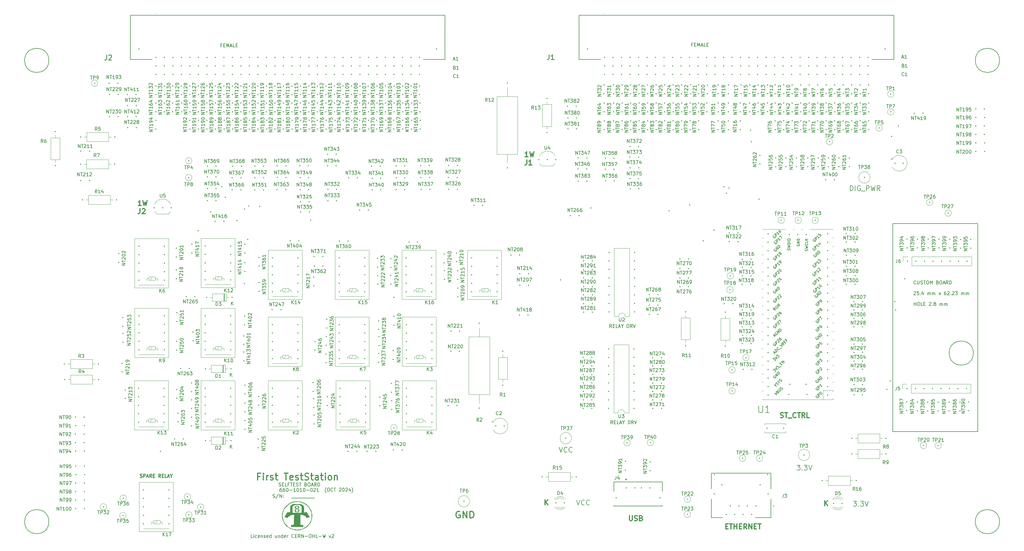
<source format=gbr>
%TF.GenerationSoftware,KiCad,Pcbnew,7.0.5*%
%TF.CreationDate,2024-12-04T21:25:02-05:00*%
%TF.ProjectId,selftest_bd,73656c66-7465-4737-945f-62642e6b6963,2.1*%
%TF.SameCoordinates,Original*%
%TF.FileFunction,Legend,Top*%
%TF.FilePolarity,Positive*%
%FSLAX46Y46*%
G04 Gerber Fmt 4.6, Leading zero omitted, Abs format (unit mm)*
G04 Created by KiCad (PCBNEW 7.0.5) date 2024-12-04 21:25:02*
%MOMM*%
%LPD*%
G01*
G04 APERTURE LIST*
%ADD10C,0.150000*%
%ADD11C,0.200000*%
%ADD12C,0.300000*%
%ADD13C,0.250000*%
%ADD14C,0.254000*%
%ADD15C,0.120000*%
%ADD16C,0.100000*%
%ADD17C,0.127000*%
%ADD18C,0.350000*%
G04 APERTURE END LIST*
D10*
X359449500Y-53430000D02*
G75*
G03*
X359449500Y-53430000I-3619500J0D01*
G01*
X327583800Y-102260400D02*
X352983800Y-102260400D01*
X352983800Y-164490400D01*
X327583800Y-164490400D01*
X327583800Y-102260400D01*
X351619500Y-141000000D02*
G75*
G03*
X351619500Y-141000000I-3619500J0D01*
G01*
X75449500Y-191430000D02*
G75*
G03*
X75449500Y-191430000I-3619500J0D01*
G01*
X75449500Y-53430000D02*
G75*
G03*
X75449500Y-53430000I-3619500J0D01*
G01*
X359449500Y-191430000D02*
G75*
G03*
X359449500Y-191430000I-3619500J0D01*
G01*
D11*
X315788463Y-185326228D02*
X316717035Y-185326228D01*
X316717035Y-185326228D02*
X316217035Y-185897657D01*
X316217035Y-185897657D02*
X316431320Y-185897657D01*
X316431320Y-185897657D02*
X316574178Y-185969085D01*
X316574178Y-185969085D02*
X316645606Y-186040514D01*
X316645606Y-186040514D02*
X316717035Y-186183371D01*
X316717035Y-186183371D02*
X316717035Y-186540514D01*
X316717035Y-186540514D02*
X316645606Y-186683371D01*
X316645606Y-186683371D02*
X316574178Y-186754800D01*
X316574178Y-186754800D02*
X316431320Y-186826228D01*
X316431320Y-186826228D02*
X316002749Y-186826228D01*
X316002749Y-186826228D02*
X315859892Y-186754800D01*
X315859892Y-186754800D02*
X315788463Y-186683371D01*
X317359891Y-186683371D02*
X317431320Y-186754800D01*
X317431320Y-186754800D02*
X317359891Y-186826228D01*
X317359891Y-186826228D02*
X317288463Y-186754800D01*
X317288463Y-186754800D02*
X317359891Y-186683371D01*
X317359891Y-186683371D02*
X317359891Y-186826228D01*
X317931320Y-185326228D02*
X318859892Y-185326228D01*
X318859892Y-185326228D02*
X318359892Y-185897657D01*
X318359892Y-185897657D02*
X318574177Y-185897657D01*
X318574177Y-185897657D02*
X318717035Y-185969085D01*
X318717035Y-185969085D02*
X318788463Y-186040514D01*
X318788463Y-186040514D02*
X318859892Y-186183371D01*
X318859892Y-186183371D02*
X318859892Y-186540514D01*
X318859892Y-186540514D02*
X318788463Y-186683371D01*
X318788463Y-186683371D02*
X318717035Y-186754800D01*
X318717035Y-186754800D02*
X318574177Y-186826228D01*
X318574177Y-186826228D02*
X318145606Y-186826228D01*
X318145606Y-186826228D02*
X318002749Y-186754800D01*
X318002749Y-186754800D02*
X317931320Y-186683371D01*
X319288463Y-185326228D02*
X319788463Y-186826228D01*
X319788463Y-186826228D02*
X320288463Y-185326228D01*
X314813720Y-92389028D02*
X314813720Y-90889028D01*
X314813720Y-90889028D02*
X315170863Y-90889028D01*
X315170863Y-90889028D02*
X315385149Y-90960457D01*
X315385149Y-90960457D02*
X315528006Y-91103314D01*
X315528006Y-91103314D02*
X315599435Y-91246171D01*
X315599435Y-91246171D02*
X315670863Y-91531885D01*
X315670863Y-91531885D02*
X315670863Y-91746171D01*
X315670863Y-91746171D02*
X315599435Y-92031885D01*
X315599435Y-92031885D02*
X315528006Y-92174742D01*
X315528006Y-92174742D02*
X315385149Y-92317600D01*
X315385149Y-92317600D02*
X315170863Y-92389028D01*
X315170863Y-92389028D02*
X314813720Y-92389028D01*
X316313720Y-92389028D02*
X316313720Y-90889028D01*
X317813721Y-90960457D02*
X317670864Y-90889028D01*
X317670864Y-90889028D02*
X317456578Y-90889028D01*
X317456578Y-90889028D02*
X317242292Y-90960457D01*
X317242292Y-90960457D02*
X317099435Y-91103314D01*
X317099435Y-91103314D02*
X317028006Y-91246171D01*
X317028006Y-91246171D02*
X316956578Y-91531885D01*
X316956578Y-91531885D02*
X316956578Y-91746171D01*
X316956578Y-91746171D02*
X317028006Y-92031885D01*
X317028006Y-92031885D02*
X317099435Y-92174742D01*
X317099435Y-92174742D02*
X317242292Y-92317600D01*
X317242292Y-92317600D02*
X317456578Y-92389028D01*
X317456578Y-92389028D02*
X317599435Y-92389028D01*
X317599435Y-92389028D02*
X317813721Y-92317600D01*
X317813721Y-92317600D02*
X317885149Y-92246171D01*
X317885149Y-92246171D02*
X317885149Y-91746171D01*
X317885149Y-91746171D02*
X317599435Y-91746171D01*
X318170864Y-92531885D02*
X319313721Y-92531885D01*
X319670863Y-92389028D02*
X319670863Y-90889028D01*
X319670863Y-90889028D02*
X320242292Y-90889028D01*
X320242292Y-90889028D02*
X320385149Y-90960457D01*
X320385149Y-90960457D02*
X320456578Y-91031885D01*
X320456578Y-91031885D02*
X320528006Y-91174742D01*
X320528006Y-91174742D02*
X320528006Y-91389028D01*
X320528006Y-91389028D02*
X320456578Y-91531885D01*
X320456578Y-91531885D02*
X320385149Y-91603314D01*
X320385149Y-91603314D02*
X320242292Y-91674742D01*
X320242292Y-91674742D02*
X319670863Y-91674742D01*
X321028006Y-90889028D02*
X321385149Y-92389028D01*
X321385149Y-92389028D02*
X321670863Y-91317600D01*
X321670863Y-91317600D02*
X321956578Y-92389028D01*
X321956578Y-92389028D02*
X322313721Y-90889028D01*
X323742292Y-92389028D02*
X323242292Y-91674742D01*
X322885149Y-92389028D02*
X322885149Y-90889028D01*
X322885149Y-90889028D02*
X323456578Y-90889028D01*
X323456578Y-90889028D02*
X323599435Y-90960457D01*
X323599435Y-90960457D02*
X323670864Y-91031885D01*
X323670864Y-91031885D02*
X323742292Y-91174742D01*
X323742292Y-91174742D02*
X323742292Y-91389028D01*
X323742292Y-91389028D02*
X323670864Y-91531885D01*
X323670864Y-91531885D02*
X323599435Y-91603314D01*
X323599435Y-91603314D02*
X323456578Y-91674742D01*
X323456578Y-91674742D02*
X322885149Y-91674742D01*
D10*
X330899407Y-57948645D02*
X330851788Y-57996265D01*
X330851788Y-57996265D02*
X330708931Y-58043884D01*
X330708931Y-58043884D02*
X330613693Y-58043884D01*
X330613693Y-58043884D02*
X330470836Y-57996265D01*
X330470836Y-57996265D02*
X330375598Y-57901026D01*
X330375598Y-57901026D02*
X330327979Y-57805788D01*
X330327979Y-57805788D02*
X330280360Y-57615312D01*
X330280360Y-57615312D02*
X330280360Y-57472455D01*
X330280360Y-57472455D02*
X330327979Y-57281979D01*
X330327979Y-57281979D02*
X330375598Y-57186741D01*
X330375598Y-57186741D02*
X330470836Y-57091503D01*
X330470836Y-57091503D02*
X330613693Y-57043884D01*
X330613693Y-57043884D02*
X330708931Y-57043884D01*
X330708931Y-57043884D02*
X330851788Y-57091503D01*
X330851788Y-57091503D02*
X330899407Y-57139122D01*
X331851788Y-58043884D02*
X331280360Y-58043884D01*
X331566074Y-58043884D02*
X331566074Y-57043884D01*
X331566074Y-57043884D02*
X331470836Y-57186741D01*
X331470836Y-57186741D02*
X331375598Y-57281979D01*
X331375598Y-57281979D02*
X331280360Y-57329598D01*
X243910007Y-162201219D02*
X243576674Y-161725028D01*
X243338579Y-162201219D02*
X243338579Y-161201219D01*
X243338579Y-161201219D02*
X243719531Y-161201219D01*
X243719531Y-161201219D02*
X243814769Y-161248838D01*
X243814769Y-161248838D02*
X243862388Y-161296457D01*
X243862388Y-161296457D02*
X243910007Y-161391695D01*
X243910007Y-161391695D02*
X243910007Y-161534552D01*
X243910007Y-161534552D02*
X243862388Y-161629790D01*
X243862388Y-161629790D02*
X243814769Y-161677409D01*
X243814769Y-161677409D02*
X243719531Y-161725028D01*
X243719531Y-161725028D02*
X243338579Y-161725028D01*
X244338579Y-161677409D02*
X244671912Y-161677409D01*
X244814769Y-162201219D02*
X244338579Y-162201219D01*
X244338579Y-162201219D02*
X244338579Y-161201219D01*
X244338579Y-161201219D02*
X244814769Y-161201219D01*
X245719531Y-162201219D02*
X245243341Y-162201219D01*
X245243341Y-162201219D02*
X245243341Y-161201219D01*
X246005246Y-161915504D02*
X246481436Y-161915504D01*
X245910008Y-162201219D02*
X246243341Y-161201219D01*
X246243341Y-161201219D02*
X246576674Y-162201219D01*
X247100484Y-161725028D02*
X247100484Y-162201219D01*
X246767151Y-161201219D02*
X247100484Y-161725028D01*
X247100484Y-161725028D02*
X247433817Y-161201219D01*
X248529056Y-162201219D02*
X248529056Y-161201219D01*
X248529056Y-161201219D02*
X248767151Y-161201219D01*
X248767151Y-161201219D02*
X248910008Y-161248838D01*
X248910008Y-161248838D02*
X249005246Y-161344076D01*
X249005246Y-161344076D02*
X249052865Y-161439314D01*
X249052865Y-161439314D02*
X249100484Y-161629790D01*
X249100484Y-161629790D02*
X249100484Y-161772647D01*
X249100484Y-161772647D02*
X249052865Y-161963123D01*
X249052865Y-161963123D02*
X249005246Y-162058361D01*
X249005246Y-162058361D02*
X248910008Y-162153600D01*
X248910008Y-162153600D02*
X248767151Y-162201219D01*
X248767151Y-162201219D02*
X248529056Y-162201219D01*
X250100484Y-162201219D02*
X249767151Y-161725028D01*
X249529056Y-162201219D02*
X249529056Y-161201219D01*
X249529056Y-161201219D02*
X249910008Y-161201219D01*
X249910008Y-161201219D02*
X250005246Y-161248838D01*
X250005246Y-161248838D02*
X250052865Y-161296457D01*
X250052865Y-161296457D02*
X250100484Y-161391695D01*
X250100484Y-161391695D02*
X250100484Y-161534552D01*
X250100484Y-161534552D02*
X250052865Y-161629790D01*
X250052865Y-161629790D02*
X250005246Y-161677409D01*
X250005246Y-161677409D02*
X249910008Y-161725028D01*
X249910008Y-161725028D02*
X249529056Y-161725028D01*
X250386199Y-161201219D02*
X250719532Y-162201219D01*
X250719532Y-162201219D02*
X251052865Y-161201219D01*
X196907807Y-58503245D02*
X196860188Y-58550865D01*
X196860188Y-58550865D02*
X196717331Y-58598484D01*
X196717331Y-58598484D02*
X196622093Y-58598484D01*
X196622093Y-58598484D02*
X196479236Y-58550865D01*
X196479236Y-58550865D02*
X196383998Y-58455626D01*
X196383998Y-58455626D02*
X196336379Y-58360388D01*
X196336379Y-58360388D02*
X196288760Y-58169912D01*
X196288760Y-58169912D02*
X196288760Y-58027055D01*
X196288760Y-58027055D02*
X196336379Y-57836579D01*
X196336379Y-57836579D02*
X196383998Y-57741341D01*
X196383998Y-57741341D02*
X196479236Y-57646103D01*
X196479236Y-57646103D02*
X196622093Y-57598484D01*
X196622093Y-57598484D02*
X196717331Y-57598484D01*
X196717331Y-57598484D02*
X196860188Y-57646103D01*
X196860188Y-57646103D02*
X196907807Y-57693722D01*
X197860188Y-58598484D02*
X197288760Y-58598484D01*
X197574474Y-58598484D02*
X197574474Y-57598484D01*
X197574474Y-57598484D02*
X197479236Y-57741341D01*
X197479236Y-57741341D02*
X197383998Y-57836579D01*
X197383998Y-57836579D02*
X197288760Y-57884198D01*
X142370942Y-184201600D02*
X142513799Y-184249219D01*
X142513799Y-184249219D02*
X142751894Y-184249219D01*
X142751894Y-184249219D02*
X142847132Y-184201600D01*
X142847132Y-184201600D02*
X142894751Y-184153980D01*
X142894751Y-184153980D02*
X142942370Y-184058742D01*
X142942370Y-184058742D02*
X142942370Y-183963504D01*
X142942370Y-183963504D02*
X142894751Y-183868266D01*
X142894751Y-183868266D02*
X142847132Y-183820647D01*
X142847132Y-183820647D02*
X142751894Y-183773028D01*
X142751894Y-183773028D02*
X142561418Y-183725409D01*
X142561418Y-183725409D02*
X142466180Y-183677790D01*
X142466180Y-183677790D02*
X142418561Y-183630171D01*
X142418561Y-183630171D02*
X142370942Y-183534933D01*
X142370942Y-183534933D02*
X142370942Y-183439695D01*
X142370942Y-183439695D02*
X142418561Y-183344457D01*
X142418561Y-183344457D02*
X142466180Y-183296838D01*
X142466180Y-183296838D02*
X142561418Y-183249219D01*
X142561418Y-183249219D02*
X142799513Y-183249219D01*
X142799513Y-183249219D02*
X142942370Y-183296838D01*
X144085227Y-183201600D02*
X143228085Y-184487314D01*
X144418561Y-184249219D02*
X144418561Y-183249219D01*
X144418561Y-183249219D02*
X144989989Y-184249219D01*
X144989989Y-184249219D02*
X144989989Y-183249219D01*
X145466180Y-184153980D02*
X145513799Y-184201600D01*
X145513799Y-184201600D02*
X145466180Y-184249219D01*
X145466180Y-184249219D02*
X145418561Y-184201600D01*
X145418561Y-184201600D02*
X145466180Y-184153980D01*
X145466180Y-184153980D02*
X145466180Y-184249219D01*
X145466180Y-183630171D02*
X145513799Y-183677790D01*
X145513799Y-183677790D02*
X145466180Y-183725409D01*
X145466180Y-183725409D02*
X145418561Y-183677790D01*
X145418561Y-183677790D02*
X145466180Y-183630171D01*
X145466180Y-183630171D02*
X145466180Y-183725409D01*
X147989990Y-184344457D02*
X148751894Y-184344457D01*
X148751895Y-184344457D02*
X149513799Y-184344457D01*
X149513800Y-184344457D02*
X150275704Y-184344457D01*
X150275705Y-184344457D02*
X151037609Y-184344457D01*
X151037610Y-184344457D02*
X151799514Y-184344457D01*
X151799515Y-184344457D02*
X152561419Y-184344457D01*
X152561420Y-184344457D02*
X153323324Y-184344457D01*
X153323325Y-184344457D02*
X154085229Y-184344457D01*
X154085230Y-184344457D02*
X154847134Y-184344457D01*
D11*
X298897463Y-174531228D02*
X299826035Y-174531228D01*
X299826035Y-174531228D02*
X299326035Y-175102657D01*
X299326035Y-175102657D02*
X299540320Y-175102657D01*
X299540320Y-175102657D02*
X299683178Y-175174085D01*
X299683178Y-175174085D02*
X299754606Y-175245514D01*
X299754606Y-175245514D02*
X299826035Y-175388371D01*
X299826035Y-175388371D02*
X299826035Y-175745514D01*
X299826035Y-175745514D02*
X299754606Y-175888371D01*
X299754606Y-175888371D02*
X299683178Y-175959800D01*
X299683178Y-175959800D02*
X299540320Y-176031228D01*
X299540320Y-176031228D02*
X299111749Y-176031228D01*
X299111749Y-176031228D02*
X298968892Y-175959800D01*
X298968892Y-175959800D02*
X298897463Y-175888371D01*
X300468891Y-175888371D02*
X300540320Y-175959800D01*
X300540320Y-175959800D02*
X300468891Y-176031228D01*
X300468891Y-176031228D02*
X300397463Y-175959800D01*
X300397463Y-175959800D02*
X300468891Y-175888371D01*
X300468891Y-175888371D02*
X300468891Y-176031228D01*
X301040320Y-174531228D02*
X301968892Y-174531228D01*
X301968892Y-174531228D02*
X301468892Y-175102657D01*
X301468892Y-175102657D02*
X301683177Y-175102657D01*
X301683177Y-175102657D02*
X301826035Y-175174085D01*
X301826035Y-175174085D02*
X301897463Y-175245514D01*
X301897463Y-175245514D02*
X301968892Y-175388371D01*
X301968892Y-175388371D02*
X301968892Y-175745514D01*
X301968892Y-175745514D02*
X301897463Y-175888371D01*
X301897463Y-175888371D02*
X301826035Y-175959800D01*
X301826035Y-175959800D02*
X301683177Y-176031228D01*
X301683177Y-176031228D02*
X301254606Y-176031228D01*
X301254606Y-176031228D02*
X301111749Y-175959800D01*
X301111749Y-175959800D02*
X301040320Y-175888371D01*
X302397463Y-174531228D02*
X302897463Y-176031228D01*
X302897463Y-176031228D02*
X303397463Y-174531228D01*
D10*
X267794533Y-48735074D02*
X267461200Y-48735074D01*
X267461200Y-49258884D02*
X267461200Y-48258884D01*
X267461200Y-48258884D02*
X267937390Y-48258884D01*
X268318343Y-48735074D02*
X268651676Y-48735074D01*
X268794533Y-49258884D02*
X268318343Y-49258884D01*
X268318343Y-49258884D02*
X268318343Y-48258884D01*
X268318343Y-48258884D02*
X268794533Y-48258884D01*
X269223105Y-49258884D02*
X269223105Y-48258884D01*
X269223105Y-48258884D02*
X269556438Y-48973169D01*
X269556438Y-48973169D02*
X269889771Y-48258884D01*
X269889771Y-48258884D02*
X269889771Y-49258884D01*
X270318343Y-48973169D02*
X270794533Y-48973169D01*
X270223105Y-49258884D02*
X270556438Y-48258884D01*
X270556438Y-48258884D02*
X270889771Y-49258884D01*
X271699295Y-49258884D02*
X271223105Y-49258884D01*
X271223105Y-49258884D02*
X271223105Y-48258884D01*
X272032629Y-48735074D02*
X272365962Y-48735074D01*
X272508819Y-49258884D02*
X272032629Y-49258884D01*
X272032629Y-49258884D02*
X272032629Y-48258884D01*
X272032629Y-48258884D02*
X272508819Y-48258884D01*
X330280360Y-52518169D02*
X330756550Y-52518169D01*
X330185122Y-52803884D02*
X330518455Y-51803884D01*
X330518455Y-51803884D02*
X330851788Y-52803884D01*
X331708931Y-52803884D02*
X331137503Y-52803884D01*
X331423217Y-52803884D02*
X331423217Y-51803884D01*
X331423217Y-51803884D02*
X331327979Y-51946741D01*
X331327979Y-51946741D02*
X331232741Y-52041979D01*
X331232741Y-52041979D02*
X331137503Y-52089598D01*
D12*
X277643110Y-192817114D02*
X278143110Y-192817114D01*
X278357396Y-193602828D02*
X277643110Y-193602828D01*
X277643110Y-193602828D02*
X277643110Y-192102828D01*
X277643110Y-192102828D02*
X278357396Y-192102828D01*
X278785968Y-192102828D02*
X279643111Y-192102828D01*
X279214539Y-193602828D02*
X279214539Y-192102828D01*
X280143110Y-193602828D02*
X280143110Y-192102828D01*
X280143110Y-192817114D02*
X281000253Y-192817114D01*
X281000253Y-193602828D02*
X281000253Y-192102828D01*
X281714539Y-192817114D02*
X282214539Y-192817114D01*
X282428825Y-193602828D02*
X281714539Y-193602828D01*
X281714539Y-193602828D02*
X281714539Y-192102828D01*
X281714539Y-192102828D02*
X282428825Y-192102828D01*
X283928825Y-193602828D02*
X283428825Y-192888542D01*
X283071682Y-193602828D02*
X283071682Y-192102828D01*
X283071682Y-192102828D02*
X283643111Y-192102828D01*
X283643111Y-192102828D02*
X283785968Y-192174257D01*
X283785968Y-192174257D02*
X283857397Y-192245685D01*
X283857397Y-192245685D02*
X283928825Y-192388542D01*
X283928825Y-192388542D02*
X283928825Y-192602828D01*
X283928825Y-192602828D02*
X283857397Y-192745685D01*
X283857397Y-192745685D02*
X283785968Y-192817114D01*
X283785968Y-192817114D02*
X283643111Y-192888542D01*
X283643111Y-192888542D02*
X283071682Y-192888542D01*
X284571682Y-193602828D02*
X284571682Y-192102828D01*
X284571682Y-192102828D02*
X285428825Y-193602828D01*
X285428825Y-193602828D02*
X285428825Y-192102828D01*
X286143111Y-192817114D02*
X286643111Y-192817114D01*
X286857397Y-193602828D02*
X286143111Y-193602828D01*
X286143111Y-193602828D02*
X286143111Y-192102828D01*
X286143111Y-192102828D02*
X286857397Y-192102828D01*
X287285969Y-192102828D02*
X288143112Y-192102828D01*
X287714540Y-193602828D02*
X287714540Y-192102828D01*
D10*
X330661312Y-55010074D02*
X330804169Y-55057693D01*
X330804169Y-55057693D02*
X330851788Y-55105312D01*
X330851788Y-55105312D02*
X330899407Y-55200550D01*
X330899407Y-55200550D02*
X330899407Y-55343407D01*
X330899407Y-55343407D02*
X330851788Y-55438645D01*
X330851788Y-55438645D02*
X330804169Y-55486265D01*
X330804169Y-55486265D02*
X330708931Y-55533884D01*
X330708931Y-55533884D02*
X330327979Y-55533884D01*
X330327979Y-55533884D02*
X330327979Y-54533884D01*
X330327979Y-54533884D02*
X330661312Y-54533884D01*
X330661312Y-54533884D02*
X330756550Y-54581503D01*
X330756550Y-54581503D02*
X330804169Y-54629122D01*
X330804169Y-54629122D02*
X330851788Y-54724360D01*
X330851788Y-54724360D02*
X330851788Y-54819598D01*
X330851788Y-54819598D02*
X330804169Y-54914836D01*
X330804169Y-54914836D02*
X330756550Y-54962455D01*
X330756550Y-54962455D02*
X330661312Y-55010074D01*
X330661312Y-55010074D02*
X330327979Y-55010074D01*
X331851788Y-55533884D02*
X331280360Y-55533884D01*
X331566074Y-55533884D02*
X331566074Y-54533884D01*
X331566074Y-54533884D02*
X331470836Y-54676741D01*
X331470836Y-54676741D02*
X331375598Y-54771979D01*
X331375598Y-54771979D02*
X331280360Y-54819598D01*
X334461007Y-120258380D02*
X334413388Y-120306000D01*
X334413388Y-120306000D02*
X334270531Y-120353619D01*
X334270531Y-120353619D02*
X334175293Y-120353619D01*
X334175293Y-120353619D02*
X334032436Y-120306000D01*
X334032436Y-120306000D02*
X333937198Y-120210761D01*
X333937198Y-120210761D02*
X333889579Y-120115523D01*
X333889579Y-120115523D02*
X333841960Y-119925047D01*
X333841960Y-119925047D02*
X333841960Y-119782190D01*
X333841960Y-119782190D02*
X333889579Y-119591714D01*
X333889579Y-119591714D02*
X333937198Y-119496476D01*
X333937198Y-119496476D02*
X334032436Y-119401238D01*
X334032436Y-119401238D02*
X334175293Y-119353619D01*
X334175293Y-119353619D02*
X334270531Y-119353619D01*
X334270531Y-119353619D02*
X334413388Y-119401238D01*
X334413388Y-119401238D02*
X334461007Y-119448857D01*
X334889579Y-119353619D02*
X334889579Y-120163142D01*
X334889579Y-120163142D02*
X334937198Y-120258380D01*
X334937198Y-120258380D02*
X334984817Y-120306000D01*
X334984817Y-120306000D02*
X335080055Y-120353619D01*
X335080055Y-120353619D02*
X335270531Y-120353619D01*
X335270531Y-120353619D02*
X335365769Y-120306000D01*
X335365769Y-120306000D02*
X335413388Y-120258380D01*
X335413388Y-120258380D02*
X335461007Y-120163142D01*
X335461007Y-120163142D02*
X335461007Y-119353619D01*
X335889579Y-120306000D02*
X336032436Y-120353619D01*
X336032436Y-120353619D02*
X336270531Y-120353619D01*
X336270531Y-120353619D02*
X336365769Y-120306000D01*
X336365769Y-120306000D02*
X336413388Y-120258380D01*
X336413388Y-120258380D02*
X336461007Y-120163142D01*
X336461007Y-120163142D02*
X336461007Y-120067904D01*
X336461007Y-120067904D02*
X336413388Y-119972666D01*
X336413388Y-119972666D02*
X336365769Y-119925047D01*
X336365769Y-119925047D02*
X336270531Y-119877428D01*
X336270531Y-119877428D02*
X336080055Y-119829809D01*
X336080055Y-119829809D02*
X335984817Y-119782190D01*
X335984817Y-119782190D02*
X335937198Y-119734571D01*
X335937198Y-119734571D02*
X335889579Y-119639333D01*
X335889579Y-119639333D02*
X335889579Y-119544095D01*
X335889579Y-119544095D02*
X335937198Y-119448857D01*
X335937198Y-119448857D02*
X335984817Y-119401238D01*
X335984817Y-119401238D02*
X336080055Y-119353619D01*
X336080055Y-119353619D02*
X336318150Y-119353619D01*
X336318150Y-119353619D02*
X336461007Y-119401238D01*
X336746722Y-119353619D02*
X337318150Y-119353619D01*
X337032436Y-120353619D02*
X337032436Y-119353619D01*
X337841960Y-119353619D02*
X338032436Y-119353619D01*
X338032436Y-119353619D02*
X338127674Y-119401238D01*
X338127674Y-119401238D02*
X338222912Y-119496476D01*
X338222912Y-119496476D02*
X338270531Y-119686952D01*
X338270531Y-119686952D02*
X338270531Y-120020285D01*
X338270531Y-120020285D02*
X338222912Y-120210761D01*
X338222912Y-120210761D02*
X338127674Y-120306000D01*
X338127674Y-120306000D02*
X338032436Y-120353619D01*
X338032436Y-120353619D02*
X337841960Y-120353619D01*
X337841960Y-120353619D02*
X337746722Y-120306000D01*
X337746722Y-120306000D02*
X337651484Y-120210761D01*
X337651484Y-120210761D02*
X337603865Y-120020285D01*
X337603865Y-120020285D02*
X337603865Y-119686952D01*
X337603865Y-119686952D02*
X337651484Y-119496476D01*
X337651484Y-119496476D02*
X337746722Y-119401238D01*
X337746722Y-119401238D02*
X337841960Y-119353619D01*
X338699103Y-120353619D02*
X338699103Y-119353619D01*
X338699103Y-119353619D02*
X339032436Y-120067904D01*
X339032436Y-120067904D02*
X339365769Y-119353619D01*
X339365769Y-119353619D02*
X339365769Y-120353619D01*
X340937198Y-119829809D02*
X341080055Y-119877428D01*
X341080055Y-119877428D02*
X341127674Y-119925047D01*
X341127674Y-119925047D02*
X341175293Y-120020285D01*
X341175293Y-120020285D02*
X341175293Y-120163142D01*
X341175293Y-120163142D02*
X341127674Y-120258380D01*
X341127674Y-120258380D02*
X341080055Y-120306000D01*
X341080055Y-120306000D02*
X340984817Y-120353619D01*
X340984817Y-120353619D02*
X340603865Y-120353619D01*
X340603865Y-120353619D02*
X340603865Y-119353619D01*
X340603865Y-119353619D02*
X340937198Y-119353619D01*
X340937198Y-119353619D02*
X341032436Y-119401238D01*
X341032436Y-119401238D02*
X341080055Y-119448857D01*
X341080055Y-119448857D02*
X341127674Y-119544095D01*
X341127674Y-119544095D02*
X341127674Y-119639333D01*
X341127674Y-119639333D02*
X341080055Y-119734571D01*
X341080055Y-119734571D02*
X341032436Y-119782190D01*
X341032436Y-119782190D02*
X340937198Y-119829809D01*
X340937198Y-119829809D02*
X340603865Y-119829809D01*
X341794341Y-119353619D02*
X341984817Y-119353619D01*
X341984817Y-119353619D02*
X342080055Y-119401238D01*
X342080055Y-119401238D02*
X342175293Y-119496476D01*
X342175293Y-119496476D02*
X342222912Y-119686952D01*
X342222912Y-119686952D02*
X342222912Y-120020285D01*
X342222912Y-120020285D02*
X342175293Y-120210761D01*
X342175293Y-120210761D02*
X342080055Y-120306000D01*
X342080055Y-120306000D02*
X341984817Y-120353619D01*
X341984817Y-120353619D02*
X341794341Y-120353619D01*
X341794341Y-120353619D02*
X341699103Y-120306000D01*
X341699103Y-120306000D02*
X341603865Y-120210761D01*
X341603865Y-120210761D02*
X341556246Y-120020285D01*
X341556246Y-120020285D02*
X341556246Y-119686952D01*
X341556246Y-119686952D02*
X341603865Y-119496476D01*
X341603865Y-119496476D02*
X341699103Y-119401238D01*
X341699103Y-119401238D02*
X341794341Y-119353619D01*
X342603865Y-120067904D02*
X343080055Y-120067904D01*
X342508627Y-120353619D02*
X342841960Y-119353619D01*
X342841960Y-119353619D02*
X343175293Y-120353619D01*
X344080055Y-120353619D02*
X343746722Y-119877428D01*
X343508627Y-120353619D02*
X343508627Y-119353619D01*
X343508627Y-119353619D02*
X343889579Y-119353619D01*
X343889579Y-119353619D02*
X343984817Y-119401238D01*
X343984817Y-119401238D02*
X344032436Y-119448857D01*
X344032436Y-119448857D02*
X344080055Y-119544095D01*
X344080055Y-119544095D02*
X344080055Y-119686952D01*
X344080055Y-119686952D02*
X344032436Y-119782190D01*
X344032436Y-119782190D02*
X343984817Y-119829809D01*
X343984817Y-119829809D02*
X343889579Y-119877428D01*
X343889579Y-119877428D02*
X343508627Y-119877428D01*
X344508627Y-120353619D02*
X344508627Y-119353619D01*
X344508627Y-119353619D02*
X344746722Y-119353619D01*
X344746722Y-119353619D02*
X344889579Y-119401238D01*
X344889579Y-119401238D02*
X344984817Y-119496476D01*
X344984817Y-119496476D02*
X345032436Y-119591714D01*
X345032436Y-119591714D02*
X345080055Y-119782190D01*
X345080055Y-119782190D02*
X345080055Y-119925047D01*
X345080055Y-119925047D02*
X345032436Y-120115523D01*
X345032436Y-120115523D02*
X344984817Y-120210761D01*
X344984817Y-120210761D02*
X344889579Y-120306000D01*
X344889579Y-120306000D02*
X344746722Y-120353619D01*
X344746722Y-120353619D02*
X344508627Y-120353619D01*
X333841960Y-122668857D02*
X333889579Y-122621238D01*
X333889579Y-122621238D02*
X333984817Y-122573619D01*
X333984817Y-122573619D02*
X334222912Y-122573619D01*
X334222912Y-122573619D02*
X334318150Y-122621238D01*
X334318150Y-122621238D02*
X334365769Y-122668857D01*
X334365769Y-122668857D02*
X334413388Y-122764095D01*
X334413388Y-122764095D02*
X334413388Y-122859333D01*
X334413388Y-122859333D02*
X334365769Y-123002190D01*
X334365769Y-123002190D02*
X333794341Y-123573619D01*
X333794341Y-123573619D02*
X334413388Y-123573619D01*
X335318150Y-122573619D02*
X334841960Y-122573619D01*
X334841960Y-122573619D02*
X334794341Y-123049809D01*
X334794341Y-123049809D02*
X334841960Y-123002190D01*
X334841960Y-123002190D02*
X334937198Y-122954571D01*
X334937198Y-122954571D02*
X335175293Y-122954571D01*
X335175293Y-122954571D02*
X335270531Y-123002190D01*
X335270531Y-123002190D02*
X335318150Y-123049809D01*
X335318150Y-123049809D02*
X335365769Y-123145047D01*
X335365769Y-123145047D02*
X335365769Y-123383142D01*
X335365769Y-123383142D02*
X335318150Y-123478380D01*
X335318150Y-123478380D02*
X335270531Y-123526000D01*
X335270531Y-123526000D02*
X335175293Y-123573619D01*
X335175293Y-123573619D02*
X334937198Y-123573619D01*
X334937198Y-123573619D02*
X334841960Y-123526000D01*
X334841960Y-123526000D02*
X334794341Y-123478380D01*
X335794341Y-123478380D02*
X335841960Y-123526000D01*
X335841960Y-123526000D02*
X335794341Y-123573619D01*
X335794341Y-123573619D02*
X335746722Y-123526000D01*
X335746722Y-123526000D02*
X335794341Y-123478380D01*
X335794341Y-123478380D02*
X335794341Y-123573619D01*
X336699102Y-122906952D02*
X336699102Y-123573619D01*
X336461007Y-122526000D02*
X336222912Y-123240285D01*
X336222912Y-123240285D02*
X336841959Y-123240285D01*
X337984817Y-123573619D02*
X337984817Y-122906952D01*
X337984817Y-123002190D02*
X338032436Y-122954571D01*
X338032436Y-122954571D02*
X338127674Y-122906952D01*
X338127674Y-122906952D02*
X338270531Y-122906952D01*
X338270531Y-122906952D02*
X338365769Y-122954571D01*
X338365769Y-122954571D02*
X338413388Y-123049809D01*
X338413388Y-123049809D02*
X338413388Y-123573619D01*
X338413388Y-123049809D02*
X338461007Y-122954571D01*
X338461007Y-122954571D02*
X338556245Y-122906952D01*
X338556245Y-122906952D02*
X338699102Y-122906952D01*
X338699102Y-122906952D02*
X338794341Y-122954571D01*
X338794341Y-122954571D02*
X338841960Y-123049809D01*
X338841960Y-123049809D02*
X338841960Y-123573619D01*
X339318150Y-123573619D02*
X339318150Y-122906952D01*
X339318150Y-123002190D02*
X339365769Y-122954571D01*
X339365769Y-122954571D02*
X339461007Y-122906952D01*
X339461007Y-122906952D02*
X339603864Y-122906952D01*
X339603864Y-122906952D02*
X339699102Y-122954571D01*
X339699102Y-122954571D02*
X339746721Y-123049809D01*
X339746721Y-123049809D02*
X339746721Y-123573619D01*
X339746721Y-123049809D02*
X339794340Y-122954571D01*
X339794340Y-122954571D02*
X339889578Y-122906952D01*
X339889578Y-122906952D02*
X340032435Y-122906952D01*
X340032435Y-122906952D02*
X340127674Y-122954571D01*
X340127674Y-122954571D02*
X340175293Y-123049809D01*
X340175293Y-123049809D02*
X340175293Y-123573619D01*
X341318150Y-123573619D02*
X341841959Y-122906952D01*
X341318150Y-122906952D02*
X341841959Y-123573619D01*
X343413388Y-122573619D02*
X343222912Y-122573619D01*
X343222912Y-122573619D02*
X343127674Y-122621238D01*
X343127674Y-122621238D02*
X343080055Y-122668857D01*
X343080055Y-122668857D02*
X342984817Y-122811714D01*
X342984817Y-122811714D02*
X342937198Y-123002190D01*
X342937198Y-123002190D02*
X342937198Y-123383142D01*
X342937198Y-123383142D02*
X342984817Y-123478380D01*
X342984817Y-123478380D02*
X343032436Y-123526000D01*
X343032436Y-123526000D02*
X343127674Y-123573619D01*
X343127674Y-123573619D02*
X343318150Y-123573619D01*
X343318150Y-123573619D02*
X343413388Y-123526000D01*
X343413388Y-123526000D02*
X343461007Y-123478380D01*
X343461007Y-123478380D02*
X343508626Y-123383142D01*
X343508626Y-123383142D02*
X343508626Y-123145047D01*
X343508626Y-123145047D02*
X343461007Y-123049809D01*
X343461007Y-123049809D02*
X343413388Y-123002190D01*
X343413388Y-123002190D02*
X343318150Y-122954571D01*
X343318150Y-122954571D02*
X343127674Y-122954571D01*
X343127674Y-122954571D02*
X343032436Y-123002190D01*
X343032436Y-123002190D02*
X342984817Y-123049809D01*
X342984817Y-123049809D02*
X342937198Y-123145047D01*
X343889579Y-122668857D02*
X343937198Y-122621238D01*
X343937198Y-122621238D02*
X344032436Y-122573619D01*
X344032436Y-122573619D02*
X344270531Y-122573619D01*
X344270531Y-122573619D02*
X344365769Y-122621238D01*
X344365769Y-122621238D02*
X344413388Y-122668857D01*
X344413388Y-122668857D02*
X344461007Y-122764095D01*
X344461007Y-122764095D02*
X344461007Y-122859333D01*
X344461007Y-122859333D02*
X344413388Y-123002190D01*
X344413388Y-123002190D02*
X343841960Y-123573619D01*
X343841960Y-123573619D02*
X344461007Y-123573619D01*
X344889579Y-123478380D02*
X344937198Y-123526000D01*
X344937198Y-123526000D02*
X344889579Y-123573619D01*
X344889579Y-123573619D02*
X344841960Y-123526000D01*
X344841960Y-123526000D02*
X344889579Y-123478380D01*
X344889579Y-123478380D02*
X344889579Y-123573619D01*
X345318150Y-122668857D02*
X345365769Y-122621238D01*
X345365769Y-122621238D02*
X345461007Y-122573619D01*
X345461007Y-122573619D02*
X345699102Y-122573619D01*
X345699102Y-122573619D02*
X345794340Y-122621238D01*
X345794340Y-122621238D02*
X345841959Y-122668857D01*
X345841959Y-122668857D02*
X345889578Y-122764095D01*
X345889578Y-122764095D02*
X345889578Y-122859333D01*
X345889578Y-122859333D02*
X345841959Y-123002190D01*
X345841959Y-123002190D02*
X345270531Y-123573619D01*
X345270531Y-123573619D02*
X345889578Y-123573619D01*
X346222912Y-122573619D02*
X346841959Y-122573619D01*
X346841959Y-122573619D02*
X346508626Y-122954571D01*
X346508626Y-122954571D02*
X346651483Y-122954571D01*
X346651483Y-122954571D02*
X346746721Y-123002190D01*
X346746721Y-123002190D02*
X346794340Y-123049809D01*
X346794340Y-123049809D02*
X346841959Y-123145047D01*
X346841959Y-123145047D02*
X346841959Y-123383142D01*
X346841959Y-123383142D02*
X346794340Y-123478380D01*
X346794340Y-123478380D02*
X346746721Y-123526000D01*
X346746721Y-123526000D02*
X346651483Y-123573619D01*
X346651483Y-123573619D02*
X346365769Y-123573619D01*
X346365769Y-123573619D02*
X346270531Y-123526000D01*
X346270531Y-123526000D02*
X346222912Y-123478380D01*
X348032436Y-123573619D02*
X348032436Y-122906952D01*
X348032436Y-123002190D02*
X348080055Y-122954571D01*
X348080055Y-122954571D02*
X348175293Y-122906952D01*
X348175293Y-122906952D02*
X348318150Y-122906952D01*
X348318150Y-122906952D02*
X348413388Y-122954571D01*
X348413388Y-122954571D02*
X348461007Y-123049809D01*
X348461007Y-123049809D02*
X348461007Y-123573619D01*
X348461007Y-123049809D02*
X348508626Y-122954571D01*
X348508626Y-122954571D02*
X348603864Y-122906952D01*
X348603864Y-122906952D02*
X348746721Y-122906952D01*
X348746721Y-122906952D02*
X348841960Y-122954571D01*
X348841960Y-122954571D02*
X348889579Y-123049809D01*
X348889579Y-123049809D02*
X348889579Y-123573619D01*
X349365769Y-123573619D02*
X349365769Y-122906952D01*
X349365769Y-123002190D02*
X349413388Y-122954571D01*
X349413388Y-122954571D02*
X349508626Y-122906952D01*
X349508626Y-122906952D02*
X349651483Y-122906952D01*
X349651483Y-122906952D02*
X349746721Y-122954571D01*
X349746721Y-122954571D02*
X349794340Y-123049809D01*
X349794340Y-123049809D02*
X349794340Y-123573619D01*
X349794340Y-123049809D02*
X349841959Y-122954571D01*
X349841959Y-122954571D02*
X349937197Y-122906952D01*
X349937197Y-122906952D02*
X350080054Y-122906952D01*
X350080054Y-122906952D02*
X350175293Y-122954571D01*
X350175293Y-122954571D02*
X350222912Y-123049809D01*
X350222912Y-123049809D02*
X350222912Y-123573619D01*
X333889579Y-126793619D02*
X333889579Y-125793619D01*
X333889579Y-126269809D02*
X334461007Y-126269809D01*
X334461007Y-126793619D02*
X334461007Y-125793619D01*
X335127674Y-125793619D02*
X335318150Y-125793619D01*
X335318150Y-125793619D02*
X335413388Y-125841238D01*
X335413388Y-125841238D02*
X335508626Y-125936476D01*
X335508626Y-125936476D02*
X335556245Y-126126952D01*
X335556245Y-126126952D02*
X335556245Y-126460285D01*
X335556245Y-126460285D02*
X335508626Y-126650761D01*
X335508626Y-126650761D02*
X335413388Y-126746000D01*
X335413388Y-126746000D02*
X335318150Y-126793619D01*
X335318150Y-126793619D02*
X335127674Y-126793619D01*
X335127674Y-126793619D02*
X335032436Y-126746000D01*
X335032436Y-126746000D02*
X334937198Y-126650761D01*
X334937198Y-126650761D02*
X334889579Y-126460285D01*
X334889579Y-126460285D02*
X334889579Y-126126952D01*
X334889579Y-126126952D02*
X334937198Y-125936476D01*
X334937198Y-125936476D02*
X335032436Y-125841238D01*
X335032436Y-125841238D02*
X335127674Y-125793619D01*
X336461007Y-126793619D02*
X335984817Y-126793619D01*
X335984817Y-126793619D02*
X335984817Y-125793619D01*
X336794341Y-126269809D02*
X337127674Y-126269809D01*
X337270531Y-126793619D02*
X336794341Y-126793619D01*
X336794341Y-126793619D02*
X336794341Y-125793619D01*
X336794341Y-125793619D02*
X337270531Y-125793619D01*
X338413389Y-125888857D02*
X338461008Y-125841238D01*
X338461008Y-125841238D02*
X338556246Y-125793619D01*
X338556246Y-125793619D02*
X338794341Y-125793619D01*
X338794341Y-125793619D02*
X338889579Y-125841238D01*
X338889579Y-125841238D02*
X338937198Y-125888857D01*
X338937198Y-125888857D02*
X338984817Y-125984095D01*
X338984817Y-125984095D02*
X338984817Y-126079333D01*
X338984817Y-126079333D02*
X338937198Y-126222190D01*
X338937198Y-126222190D02*
X338365770Y-126793619D01*
X338365770Y-126793619D02*
X338984817Y-126793619D01*
X339413389Y-126698380D02*
X339461008Y-126746000D01*
X339461008Y-126746000D02*
X339413389Y-126793619D01*
X339413389Y-126793619D02*
X339365770Y-126746000D01*
X339365770Y-126746000D02*
X339413389Y-126698380D01*
X339413389Y-126698380D02*
X339413389Y-126793619D01*
X340032436Y-126222190D02*
X339937198Y-126174571D01*
X339937198Y-126174571D02*
X339889579Y-126126952D01*
X339889579Y-126126952D02*
X339841960Y-126031714D01*
X339841960Y-126031714D02*
X339841960Y-125984095D01*
X339841960Y-125984095D02*
X339889579Y-125888857D01*
X339889579Y-125888857D02*
X339937198Y-125841238D01*
X339937198Y-125841238D02*
X340032436Y-125793619D01*
X340032436Y-125793619D02*
X340222912Y-125793619D01*
X340222912Y-125793619D02*
X340318150Y-125841238D01*
X340318150Y-125841238D02*
X340365769Y-125888857D01*
X340365769Y-125888857D02*
X340413388Y-125984095D01*
X340413388Y-125984095D02*
X340413388Y-126031714D01*
X340413388Y-126031714D02*
X340365769Y-126126952D01*
X340365769Y-126126952D02*
X340318150Y-126174571D01*
X340318150Y-126174571D02*
X340222912Y-126222190D01*
X340222912Y-126222190D02*
X340032436Y-126222190D01*
X340032436Y-126222190D02*
X339937198Y-126269809D01*
X339937198Y-126269809D02*
X339889579Y-126317428D01*
X339889579Y-126317428D02*
X339841960Y-126412666D01*
X339841960Y-126412666D02*
X339841960Y-126603142D01*
X339841960Y-126603142D02*
X339889579Y-126698380D01*
X339889579Y-126698380D02*
X339937198Y-126746000D01*
X339937198Y-126746000D02*
X340032436Y-126793619D01*
X340032436Y-126793619D02*
X340222912Y-126793619D01*
X340222912Y-126793619D02*
X340318150Y-126746000D01*
X340318150Y-126746000D02*
X340365769Y-126698380D01*
X340365769Y-126698380D02*
X340413388Y-126603142D01*
X340413388Y-126603142D02*
X340413388Y-126412666D01*
X340413388Y-126412666D02*
X340365769Y-126317428D01*
X340365769Y-126317428D02*
X340318150Y-126269809D01*
X340318150Y-126269809D02*
X340222912Y-126222190D01*
X341603865Y-126793619D02*
X341603865Y-126126952D01*
X341603865Y-126222190D02*
X341651484Y-126174571D01*
X341651484Y-126174571D02*
X341746722Y-126126952D01*
X341746722Y-126126952D02*
X341889579Y-126126952D01*
X341889579Y-126126952D02*
X341984817Y-126174571D01*
X341984817Y-126174571D02*
X342032436Y-126269809D01*
X342032436Y-126269809D02*
X342032436Y-126793619D01*
X342032436Y-126269809D02*
X342080055Y-126174571D01*
X342080055Y-126174571D02*
X342175293Y-126126952D01*
X342175293Y-126126952D02*
X342318150Y-126126952D01*
X342318150Y-126126952D02*
X342413389Y-126174571D01*
X342413389Y-126174571D02*
X342461008Y-126269809D01*
X342461008Y-126269809D02*
X342461008Y-126793619D01*
X342937198Y-126793619D02*
X342937198Y-126126952D01*
X342937198Y-126222190D02*
X342984817Y-126174571D01*
X342984817Y-126174571D02*
X343080055Y-126126952D01*
X343080055Y-126126952D02*
X343222912Y-126126952D01*
X343222912Y-126126952D02*
X343318150Y-126174571D01*
X343318150Y-126174571D02*
X343365769Y-126269809D01*
X343365769Y-126269809D02*
X343365769Y-126793619D01*
X343365769Y-126269809D02*
X343413388Y-126174571D01*
X343413388Y-126174571D02*
X343508626Y-126126952D01*
X343508626Y-126126952D02*
X343651483Y-126126952D01*
X343651483Y-126126952D02*
X343746722Y-126174571D01*
X343746722Y-126174571D02*
X343794341Y-126269809D01*
X343794341Y-126269809D02*
X343794341Y-126793619D01*
D11*
X227883835Y-169171828D02*
X228383835Y-170671828D01*
X228383835Y-170671828D02*
X228883835Y-169171828D01*
X230240977Y-170528971D02*
X230169549Y-170600400D01*
X230169549Y-170600400D02*
X229955263Y-170671828D01*
X229955263Y-170671828D02*
X229812406Y-170671828D01*
X229812406Y-170671828D02*
X229598120Y-170600400D01*
X229598120Y-170600400D02*
X229455263Y-170457542D01*
X229455263Y-170457542D02*
X229383834Y-170314685D01*
X229383834Y-170314685D02*
X229312406Y-170028971D01*
X229312406Y-170028971D02*
X229312406Y-169814685D01*
X229312406Y-169814685D02*
X229383834Y-169528971D01*
X229383834Y-169528971D02*
X229455263Y-169386114D01*
X229455263Y-169386114D02*
X229598120Y-169243257D01*
X229598120Y-169243257D02*
X229812406Y-169171828D01*
X229812406Y-169171828D02*
X229955263Y-169171828D01*
X229955263Y-169171828D02*
X230169549Y-169243257D01*
X230169549Y-169243257D02*
X230240977Y-169314685D01*
X231740977Y-170528971D02*
X231669549Y-170600400D01*
X231669549Y-170600400D02*
X231455263Y-170671828D01*
X231455263Y-170671828D02*
X231312406Y-170671828D01*
X231312406Y-170671828D02*
X231098120Y-170600400D01*
X231098120Y-170600400D02*
X230955263Y-170457542D01*
X230955263Y-170457542D02*
X230883834Y-170314685D01*
X230883834Y-170314685D02*
X230812406Y-170028971D01*
X230812406Y-170028971D02*
X230812406Y-169814685D01*
X230812406Y-169814685D02*
X230883834Y-169528971D01*
X230883834Y-169528971D02*
X230955263Y-169386114D01*
X230955263Y-169386114D02*
X231098120Y-169243257D01*
X231098120Y-169243257D02*
X231312406Y-169171828D01*
X231312406Y-169171828D02*
X231455263Y-169171828D01*
X231455263Y-169171828D02*
X231669549Y-169243257D01*
X231669549Y-169243257D02*
X231740977Y-169314685D01*
D10*
X127122933Y-48909674D02*
X126789600Y-48909674D01*
X126789600Y-49433484D02*
X126789600Y-48433484D01*
X126789600Y-48433484D02*
X127265790Y-48433484D01*
X127646743Y-48909674D02*
X127980076Y-48909674D01*
X128122933Y-49433484D02*
X127646743Y-49433484D01*
X127646743Y-49433484D02*
X127646743Y-48433484D01*
X127646743Y-48433484D02*
X128122933Y-48433484D01*
X128551505Y-49433484D02*
X128551505Y-48433484D01*
X128551505Y-48433484D02*
X128884838Y-49147769D01*
X128884838Y-49147769D02*
X129218171Y-48433484D01*
X129218171Y-48433484D02*
X129218171Y-49433484D01*
X129646743Y-49147769D02*
X130122933Y-49147769D01*
X129551505Y-49433484D02*
X129884838Y-48433484D01*
X129884838Y-48433484D02*
X130218171Y-49433484D01*
X131027695Y-49433484D02*
X130551505Y-49433484D01*
X130551505Y-49433484D02*
X130551505Y-48433484D01*
X131361029Y-48909674D02*
X131694362Y-48909674D01*
X131837219Y-49433484D02*
X131361029Y-49433484D01*
X131361029Y-49433484D02*
X131361029Y-48433484D01*
X131361029Y-48433484D02*
X131837219Y-48433484D01*
D12*
X103041825Y-96852228D02*
X102184682Y-96852228D01*
X102613253Y-96852228D02*
X102613253Y-95352228D01*
X102613253Y-95352228D02*
X102470396Y-95566514D01*
X102470396Y-95566514D02*
X102327539Y-95709371D01*
X102327539Y-95709371D02*
X102184682Y-95780800D01*
X103541824Y-95352228D02*
X103898967Y-96852228D01*
X103898967Y-96852228D02*
X104184681Y-95780800D01*
X104184681Y-95780800D02*
X104470396Y-96852228D01*
X104470396Y-96852228D02*
X104827539Y-95352228D01*
X102684682Y-97767228D02*
X102684682Y-98838657D01*
X102684682Y-98838657D02*
X102613253Y-99052942D01*
X102613253Y-99052942D02*
X102470396Y-99195800D01*
X102470396Y-99195800D02*
X102256110Y-99267228D01*
X102256110Y-99267228D02*
X102113253Y-99267228D01*
X103327539Y-97910085D02*
X103398967Y-97838657D01*
X103398967Y-97838657D02*
X103541825Y-97767228D01*
X103541825Y-97767228D02*
X103898967Y-97767228D01*
X103898967Y-97767228D02*
X104041825Y-97838657D01*
X104041825Y-97838657D02*
X104113253Y-97910085D01*
X104113253Y-97910085D02*
X104184682Y-98052942D01*
X104184682Y-98052942D02*
X104184682Y-98195800D01*
X104184682Y-98195800D02*
X104113253Y-98410085D01*
X104113253Y-98410085D02*
X103256110Y-99267228D01*
X103256110Y-99267228D02*
X104184682Y-99267228D01*
D10*
X243554407Y-133372219D02*
X243221074Y-132896028D01*
X242982979Y-133372219D02*
X242982979Y-132372219D01*
X242982979Y-132372219D02*
X243363931Y-132372219D01*
X243363931Y-132372219D02*
X243459169Y-132419838D01*
X243459169Y-132419838D02*
X243506788Y-132467457D01*
X243506788Y-132467457D02*
X243554407Y-132562695D01*
X243554407Y-132562695D02*
X243554407Y-132705552D01*
X243554407Y-132705552D02*
X243506788Y-132800790D01*
X243506788Y-132800790D02*
X243459169Y-132848409D01*
X243459169Y-132848409D02*
X243363931Y-132896028D01*
X243363931Y-132896028D02*
X242982979Y-132896028D01*
X243982979Y-132848409D02*
X244316312Y-132848409D01*
X244459169Y-133372219D02*
X243982979Y-133372219D01*
X243982979Y-133372219D02*
X243982979Y-132372219D01*
X243982979Y-132372219D02*
X244459169Y-132372219D01*
X245363931Y-133372219D02*
X244887741Y-133372219D01*
X244887741Y-133372219D02*
X244887741Y-132372219D01*
X245649646Y-133086504D02*
X246125836Y-133086504D01*
X245554408Y-133372219D02*
X245887741Y-132372219D01*
X245887741Y-132372219D02*
X246221074Y-133372219D01*
X246744884Y-132896028D02*
X246744884Y-133372219D01*
X246411551Y-132372219D02*
X246744884Y-132896028D01*
X246744884Y-132896028D02*
X247078217Y-132372219D01*
X248173456Y-133372219D02*
X248173456Y-132372219D01*
X248173456Y-132372219D02*
X248411551Y-132372219D01*
X248411551Y-132372219D02*
X248554408Y-132419838D01*
X248554408Y-132419838D02*
X248649646Y-132515076D01*
X248649646Y-132515076D02*
X248697265Y-132610314D01*
X248697265Y-132610314D02*
X248744884Y-132800790D01*
X248744884Y-132800790D02*
X248744884Y-132943647D01*
X248744884Y-132943647D02*
X248697265Y-133134123D01*
X248697265Y-133134123D02*
X248649646Y-133229361D01*
X248649646Y-133229361D02*
X248554408Y-133324600D01*
X248554408Y-133324600D02*
X248411551Y-133372219D01*
X248411551Y-133372219D02*
X248173456Y-133372219D01*
X249744884Y-133372219D02*
X249411551Y-132896028D01*
X249173456Y-133372219D02*
X249173456Y-132372219D01*
X249173456Y-132372219D02*
X249554408Y-132372219D01*
X249554408Y-132372219D02*
X249649646Y-132419838D01*
X249649646Y-132419838D02*
X249697265Y-132467457D01*
X249697265Y-132467457D02*
X249744884Y-132562695D01*
X249744884Y-132562695D02*
X249744884Y-132705552D01*
X249744884Y-132705552D02*
X249697265Y-132800790D01*
X249697265Y-132800790D02*
X249649646Y-132848409D01*
X249649646Y-132848409D02*
X249554408Y-132896028D01*
X249554408Y-132896028D02*
X249173456Y-132896028D01*
X250030599Y-132372219D02*
X250363932Y-133372219D01*
X250363932Y-133372219D02*
X250697265Y-132372219D01*
X136321969Y-196211819D02*
X135845779Y-196211819D01*
X135845779Y-196211819D02*
X135845779Y-195211819D01*
X136655303Y-196211819D02*
X136655303Y-195545152D01*
X136655303Y-195211819D02*
X136607684Y-195259438D01*
X136607684Y-195259438D02*
X136655303Y-195307057D01*
X136655303Y-195307057D02*
X136702922Y-195259438D01*
X136702922Y-195259438D02*
X136655303Y-195211819D01*
X136655303Y-195211819D02*
X136655303Y-195307057D01*
X137560064Y-196164200D02*
X137464826Y-196211819D01*
X137464826Y-196211819D02*
X137274350Y-196211819D01*
X137274350Y-196211819D02*
X137179112Y-196164200D01*
X137179112Y-196164200D02*
X137131493Y-196116580D01*
X137131493Y-196116580D02*
X137083874Y-196021342D01*
X137083874Y-196021342D02*
X137083874Y-195735628D01*
X137083874Y-195735628D02*
X137131493Y-195640390D01*
X137131493Y-195640390D02*
X137179112Y-195592771D01*
X137179112Y-195592771D02*
X137274350Y-195545152D01*
X137274350Y-195545152D02*
X137464826Y-195545152D01*
X137464826Y-195545152D02*
X137560064Y-195592771D01*
X138369588Y-196164200D02*
X138274350Y-196211819D01*
X138274350Y-196211819D02*
X138083874Y-196211819D01*
X138083874Y-196211819D02*
X137988636Y-196164200D01*
X137988636Y-196164200D02*
X137941017Y-196068961D01*
X137941017Y-196068961D02*
X137941017Y-195688009D01*
X137941017Y-195688009D02*
X137988636Y-195592771D01*
X137988636Y-195592771D02*
X138083874Y-195545152D01*
X138083874Y-195545152D02*
X138274350Y-195545152D01*
X138274350Y-195545152D02*
X138369588Y-195592771D01*
X138369588Y-195592771D02*
X138417207Y-195688009D01*
X138417207Y-195688009D02*
X138417207Y-195783247D01*
X138417207Y-195783247D02*
X137941017Y-195878485D01*
X138845779Y-195545152D02*
X138845779Y-196211819D01*
X138845779Y-195640390D02*
X138893398Y-195592771D01*
X138893398Y-195592771D02*
X138988636Y-195545152D01*
X138988636Y-195545152D02*
X139131493Y-195545152D01*
X139131493Y-195545152D02*
X139226731Y-195592771D01*
X139226731Y-195592771D02*
X139274350Y-195688009D01*
X139274350Y-195688009D02*
X139274350Y-196211819D01*
X139702922Y-196164200D02*
X139798160Y-196211819D01*
X139798160Y-196211819D02*
X139988636Y-196211819D01*
X139988636Y-196211819D02*
X140083874Y-196164200D01*
X140083874Y-196164200D02*
X140131493Y-196068961D01*
X140131493Y-196068961D02*
X140131493Y-196021342D01*
X140131493Y-196021342D02*
X140083874Y-195926104D01*
X140083874Y-195926104D02*
X139988636Y-195878485D01*
X139988636Y-195878485D02*
X139845779Y-195878485D01*
X139845779Y-195878485D02*
X139750541Y-195830866D01*
X139750541Y-195830866D02*
X139702922Y-195735628D01*
X139702922Y-195735628D02*
X139702922Y-195688009D01*
X139702922Y-195688009D02*
X139750541Y-195592771D01*
X139750541Y-195592771D02*
X139845779Y-195545152D01*
X139845779Y-195545152D02*
X139988636Y-195545152D01*
X139988636Y-195545152D02*
X140083874Y-195592771D01*
X140941017Y-196164200D02*
X140845779Y-196211819D01*
X140845779Y-196211819D02*
X140655303Y-196211819D01*
X140655303Y-196211819D02*
X140560065Y-196164200D01*
X140560065Y-196164200D02*
X140512446Y-196068961D01*
X140512446Y-196068961D02*
X140512446Y-195688009D01*
X140512446Y-195688009D02*
X140560065Y-195592771D01*
X140560065Y-195592771D02*
X140655303Y-195545152D01*
X140655303Y-195545152D02*
X140845779Y-195545152D01*
X140845779Y-195545152D02*
X140941017Y-195592771D01*
X140941017Y-195592771D02*
X140988636Y-195688009D01*
X140988636Y-195688009D02*
X140988636Y-195783247D01*
X140988636Y-195783247D02*
X140512446Y-195878485D01*
X141845779Y-196211819D02*
X141845779Y-195211819D01*
X141845779Y-196164200D02*
X141750541Y-196211819D01*
X141750541Y-196211819D02*
X141560065Y-196211819D01*
X141560065Y-196211819D02*
X141464827Y-196164200D01*
X141464827Y-196164200D02*
X141417208Y-196116580D01*
X141417208Y-196116580D02*
X141369589Y-196021342D01*
X141369589Y-196021342D02*
X141369589Y-195735628D01*
X141369589Y-195735628D02*
X141417208Y-195640390D01*
X141417208Y-195640390D02*
X141464827Y-195592771D01*
X141464827Y-195592771D02*
X141560065Y-195545152D01*
X141560065Y-195545152D02*
X141750541Y-195545152D01*
X141750541Y-195545152D02*
X141845779Y-195592771D01*
X143512446Y-195545152D02*
X143512446Y-196211819D01*
X143083875Y-195545152D02*
X143083875Y-196068961D01*
X143083875Y-196068961D02*
X143131494Y-196164200D01*
X143131494Y-196164200D02*
X143226732Y-196211819D01*
X143226732Y-196211819D02*
X143369589Y-196211819D01*
X143369589Y-196211819D02*
X143464827Y-196164200D01*
X143464827Y-196164200D02*
X143512446Y-196116580D01*
X143988637Y-195545152D02*
X143988637Y-196211819D01*
X143988637Y-195640390D02*
X144036256Y-195592771D01*
X144036256Y-195592771D02*
X144131494Y-195545152D01*
X144131494Y-195545152D02*
X144274351Y-195545152D01*
X144274351Y-195545152D02*
X144369589Y-195592771D01*
X144369589Y-195592771D02*
X144417208Y-195688009D01*
X144417208Y-195688009D02*
X144417208Y-196211819D01*
X145321970Y-196211819D02*
X145321970Y-195211819D01*
X145321970Y-196164200D02*
X145226732Y-196211819D01*
X145226732Y-196211819D02*
X145036256Y-196211819D01*
X145036256Y-196211819D02*
X144941018Y-196164200D01*
X144941018Y-196164200D02*
X144893399Y-196116580D01*
X144893399Y-196116580D02*
X144845780Y-196021342D01*
X144845780Y-196021342D02*
X144845780Y-195735628D01*
X144845780Y-195735628D02*
X144893399Y-195640390D01*
X144893399Y-195640390D02*
X144941018Y-195592771D01*
X144941018Y-195592771D02*
X145036256Y-195545152D01*
X145036256Y-195545152D02*
X145226732Y-195545152D01*
X145226732Y-195545152D02*
X145321970Y-195592771D01*
X146179113Y-196164200D02*
X146083875Y-196211819D01*
X146083875Y-196211819D02*
X145893399Y-196211819D01*
X145893399Y-196211819D02*
X145798161Y-196164200D01*
X145798161Y-196164200D02*
X145750542Y-196068961D01*
X145750542Y-196068961D02*
X145750542Y-195688009D01*
X145750542Y-195688009D02*
X145798161Y-195592771D01*
X145798161Y-195592771D02*
X145893399Y-195545152D01*
X145893399Y-195545152D02*
X146083875Y-195545152D01*
X146083875Y-195545152D02*
X146179113Y-195592771D01*
X146179113Y-195592771D02*
X146226732Y-195688009D01*
X146226732Y-195688009D02*
X146226732Y-195783247D01*
X146226732Y-195783247D02*
X145750542Y-195878485D01*
X146655304Y-196211819D02*
X146655304Y-195545152D01*
X146655304Y-195735628D02*
X146702923Y-195640390D01*
X146702923Y-195640390D02*
X146750542Y-195592771D01*
X146750542Y-195592771D02*
X146845780Y-195545152D01*
X146845780Y-195545152D02*
X146941018Y-195545152D01*
X148607685Y-196116580D02*
X148560066Y-196164200D01*
X148560066Y-196164200D02*
X148417209Y-196211819D01*
X148417209Y-196211819D02*
X148321971Y-196211819D01*
X148321971Y-196211819D02*
X148179114Y-196164200D01*
X148179114Y-196164200D02*
X148083876Y-196068961D01*
X148083876Y-196068961D02*
X148036257Y-195973723D01*
X148036257Y-195973723D02*
X147988638Y-195783247D01*
X147988638Y-195783247D02*
X147988638Y-195640390D01*
X147988638Y-195640390D02*
X148036257Y-195449914D01*
X148036257Y-195449914D02*
X148083876Y-195354676D01*
X148083876Y-195354676D02*
X148179114Y-195259438D01*
X148179114Y-195259438D02*
X148321971Y-195211819D01*
X148321971Y-195211819D02*
X148417209Y-195211819D01*
X148417209Y-195211819D02*
X148560066Y-195259438D01*
X148560066Y-195259438D02*
X148607685Y-195307057D01*
X149036257Y-195688009D02*
X149369590Y-195688009D01*
X149512447Y-196211819D02*
X149036257Y-196211819D01*
X149036257Y-196211819D02*
X149036257Y-195211819D01*
X149036257Y-195211819D02*
X149512447Y-195211819D01*
X150512447Y-196211819D02*
X150179114Y-195735628D01*
X149941019Y-196211819D02*
X149941019Y-195211819D01*
X149941019Y-195211819D02*
X150321971Y-195211819D01*
X150321971Y-195211819D02*
X150417209Y-195259438D01*
X150417209Y-195259438D02*
X150464828Y-195307057D01*
X150464828Y-195307057D02*
X150512447Y-195402295D01*
X150512447Y-195402295D02*
X150512447Y-195545152D01*
X150512447Y-195545152D02*
X150464828Y-195640390D01*
X150464828Y-195640390D02*
X150417209Y-195688009D01*
X150417209Y-195688009D02*
X150321971Y-195735628D01*
X150321971Y-195735628D02*
X149941019Y-195735628D01*
X150941019Y-196211819D02*
X150941019Y-195211819D01*
X150941019Y-195211819D02*
X151512447Y-196211819D01*
X151512447Y-196211819D02*
X151512447Y-195211819D01*
X151988638Y-195830866D02*
X152750543Y-195830866D01*
X153417209Y-195211819D02*
X153607685Y-195211819D01*
X153607685Y-195211819D02*
X153702923Y-195259438D01*
X153702923Y-195259438D02*
X153798161Y-195354676D01*
X153798161Y-195354676D02*
X153845780Y-195545152D01*
X153845780Y-195545152D02*
X153845780Y-195878485D01*
X153845780Y-195878485D02*
X153798161Y-196068961D01*
X153798161Y-196068961D02*
X153702923Y-196164200D01*
X153702923Y-196164200D02*
X153607685Y-196211819D01*
X153607685Y-196211819D02*
X153417209Y-196211819D01*
X153417209Y-196211819D02*
X153321971Y-196164200D01*
X153321971Y-196164200D02*
X153226733Y-196068961D01*
X153226733Y-196068961D02*
X153179114Y-195878485D01*
X153179114Y-195878485D02*
X153179114Y-195545152D01*
X153179114Y-195545152D02*
X153226733Y-195354676D01*
X153226733Y-195354676D02*
X153321971Y-195259438D01*
X153321971Y-195259438D02*
X153417209Y-195211819D01*
X154274352Y-196211819D02*
X154274352Y-195211819D01*
X154274352Y-195688009D02*
X154845780Y-195688009D01*
X154845780Y-196211819D02*
X154845780Y-195211819D01*
X155798161Y-196211819D02*
X155321971Y-196211819D01*
X155321971Y-196211819D02*
X155321971Y-195211819D01*
X156131495Y-195830866D02*
X156893400Y-195830866D01*
X157274352Y-195211819D02*
X157512447Y-196211819D01*
X157512447Y-196211819D02*
X157702923Y-195497533D01*
X157702923Y-195497533D02*
X157893399Y-196211819D01*
X157893399Y-196211819D02*
X158131495Y-195211819D01*
X159179114Y-195545152D02*
X159417209Y-196211819D01*
X159417209Y-196211819D02*
X159655304Y-195545152D01*
X159988638Y-195307057D02*
X160036257Y-195259438D01*
X160036257Y-195259438D02*
X160131495Y-195211819D01*
X160131495Y-195211819D02*
X160369590Y-195211819D01*
X160369590Y-195211819D02*
X160464828Y-195259438D01*
X160464828Y-195259438D02*
X160512447Y-195307057D01*
X160512447Y-195307057D02*
X160560066Y-195402295D01*
X160560066Y-195402295D02*
X160560066Y-195497533D01*
X160560066Y-195497533D02*
X160512447Y-195640390D01*
X160512447Y-195640390D02*
X159941019Y-196211819D01*
X159941019Y-196211819D02*
X160560066Y-196211819D01*
D12*
X138494904Y-177916019D02*
X137828237Y-177916019D01*
X137828237Y-178963638D02*
X137828237Y-176963638D01*
X137828237Y-176963638D02*
X138780618Y-176963638D01*
X139542523Y-178963638D02*
X139542523Y-177630304D01*
X139542523Y-176963638D02*
X139447285Y-177058876D01*
X139447285Y-177058876D02*
X139542523Y-177154114D01*
X139542523Y-177154114D02*
X139637761Y-177058876D01*
X139637761Y-177058876D02*
X139542523Y-176963638D01*
X139542523Y-176963638D02*
X139542523Y-177154114D01*
X140494904Y-178963638D02*
X140494904Y-177630304D01*
X140494904Y-178011257D02*
X140590142Y-177820780D01*
X140590142Y-177820780D02*
X140685380Y-177725542D01*
X140685380Y-177725542D02*
X140875856Y-177630304D01*
X140875856Y-177630304D02*
X141066333Y-177630304D01*
X141637761Y-178868400D02*
X141828237Y-178963638D01*
X141828237Y-178963638D02*
X142209189Y-178963638D01*
X142209189Y-178963638D02*
X142399666Y-178868400D01*
X142399666Y-178868400D02*
X142494904Y-178677923D01*
X142494904Y-178677923D02*
X142494904Y-178582685D01*
X142494904Y-178582685D02*
X142399666Y-178392209D01*
X142399666Y-178392209D02*
X142209189Y-178296971D01*
X142209189Y-178296971D02*
X141923475Y-178296971D01*
X141923475Y-178296971D02*
X141732999Y-178201733D01*
X141732999Y-178201733D02*
X141637761Y-178011257D01*
X141637761Y-178011257D02*
X141637761Y-177916019D01*
X141637761Y-177916019D02*
X141732999Y-177725542D01*
X141732999Y-177725542D02*
X141923475Y-177630304D01*
X141923475Y-177630304D02*
X142209189Y-177630304D01*
X142209189Y-177630304D02*
X142399666Y-177725542D01*
X143066333Y-177630304D02*
X143828237Y-177630304D01*
X143352047Y-176963638D02*
X143352047Y-178677923D01*
X143352047Y-178677923D02*
X143447285Y-178868400D01*
X143447285Y-178868400D02*
X143637761Y-178963638D01*
X143637761Y-178963638D02*
X143828237Y-178963638D01*
X145733000Y-176963638D02*
X146875857Y-176963638D01*
X146304428Y-178963638D02*
X146304428Y-176963638D01*
X148304429Y-178868400D02*
X148113953Y-178963638D01*
X148113953Y-178963638D02*
X147733000Y-178963638D01*
X147733000Y-178963638D02*
X147542524Y-178868400D01*
X147542524Y-178868400D02*
X147447286Y-178677923D01*
X147447286Y-178677923D02*
X147447286Y-177916019D01*
X147447286Y-177916019D02*
X147542524Y-177725542D01*
X147542524Y-177725542D02*
X147733000Y-177630304D01*
X147733000Y-177630304D02*
X148113953Y-177630304D01*
X148113953Y-177630304D02*
X148304429Y-177725542D01*
X148304429Y-177725542D02*
X148399667Y-177916019D01*
X148399667Y-177916019D02*
X148399667Y-178106495D01*
X148399667Y-178106495D02*
X147447286Y-178296971D01*
X149161572Y-178868400D02*
X149352048Y-178963638D01*
X149352048Y-178963638D02*
X149733000Y-178963638D01*
X149733000Y-178963638D02*
X149923477Y-178868400D01*
X149923477Y-178868400D02*
X150018715Y-178677923D01*
X150018715Y-178677923D02*
X150018715Y-178582685D01*
X150018715Y-178582685D02*
X149923477Y-178392209D01*
X149923477Y-178392209D02*
X149733000Y-178296971D01*
X149733000Y-178296971D02*
X149447286Y-178296971D01*
X149447286Y-178296971D02*
X149256810Y-178201733D01*
X149256810Y-178201733D02*
X149161572Y-178011257D01*
X149161572Y-178011257D02*
X149161572Y-177916019D01*
X149161572Y-177916019D02*
X149256810Y-177725542D01*
X149256810Y-177725542D02*
X149447286Y-177630304D01*
X149447286Y-177630304D02*
X149733000Y-177630304D01*
X149733000Y-177630304D02*
X149923477Y-177725542D01*
X150590144Y-177630304D02*
X151352048Y-177630304D01*
X150875858Y-176963638D02*
X150875858Y-178677923D01*
X150875858Y-178677923D02*
X150971096Y-178868400D01*
X150971096Y-178868400D02*
X151161572Y-178963638D01*
X151161572Y-178963638D02*
X151352048Y-178963638D01*
X151923477Y-178868400D02*
X152209191Y-178963638D01*
X152209191Y-178963638D02*
X152685382Y-178963638D01*
X152685382Y-178963638D02*
X152875858Y-178868400D01*
X152875858Y-178868400D02*
X152971096Y-178773161D01*
X152971096Y-178773161D02*
X153066334Y-178582685D01*
X153066334Y-178582685D02*
X153066334Y-178392209D01*
X153066334Y-178392209D02*
X152971096Y-178201733D01*
X152971096Y-178201733D02*
X152875858Y-178106495D01*
X152875858Y-178106495D02*
X152685382Y-178011257D01*
X152685382Y-178011257D02*
X152304429Y-177916019D01*
X152304429Y-177916019D02*
X152113953Y-177820780D01*
X152113953Y-177820780D02*
X152018715Y-177725542D01*
X152018715Y-177725542D02*
X151923477Y-177535066D01*
X151923477Y-177535066D02*
X151923477Y-177344590D01*
X151923477Y-177344590D02*
X152018715Y-177154114D01*
X152018715Y-177154114D02*
X152113953Y-177058876D01*
X152113953Y-177058876D02*
X152304429Y-176963638D01*
X152304429Y-176963638D02*
X152780620Y-176963638D01*
X152780620Y-176963638D02*
X153066334Y-177058876D01*
X153637763Y-177630304D02*
X154399667Y-177630304D01*
X153923477Y-176963638D02*
X153923477Y-178677923D01*
X153923477Y-178677923D02*
X154018715Y-178868400D01*
X154018715Y-178868400D02*
X154209191Y-178963638D01*
X154209191Y-178963638D02*
X154399667Y-178963638D01*
X155923477Y-178963638D02*
X155923477Y-177916019D01*
X155923477Y-177916019D02*
X155828239Y-177725542D01*
X155828239Y-177725542D02*
X155637763Y-177630304D01*
X155637763Y-177630304D02*
X155256810Y-177630304D01*
X155256810Y-177630304D02*
X155066334Y-177725542D01*
X155923477Y-178868400D02*
X155733001Y-178963638D01*
X155733001Y-178963638D02*
X155256810Y-178963638D01*
X155256810Y-178963638D02*
X155066334Y-178868400D01*
X155066334Y-178868400D02*
X154971096Y-178677923D01*
X154971096Y-178677923D02*
X154971096Y-178487447D01*
X154971096Y-178487447D02*
X155066334Y-178296971D01*
X155066334Y-178296971D02*
X155256810Y-178201733D01*
X155256810Y-178201733D02*
X155733001Y-178201733D01*
X155733001Y-178201733D02*
X155923477Y-178106495D01*
X156590144Y-177630304D02*
X157352048Y-177630304D01*
X156875858Y-176963638D02*
X156875858Y-178677923D01*
X156875858Y-178677923D02*
X156971096Y-178868400D01*
X156971096Y-178868400D02*
X157161572Y-178963638D01*
X157161572Y-178963638D02*
X157352048Y-178963638D01*
X158018715Y-178963638D02*
X158018715Y-177630304D01*
X158018715Y-176963638D02*
X157923477Y-177058876D01*
X157923477Y-177058876D02*
X158018715Y-177154114D01*
X158018715Y-177154114D02*
X158113953Y-177058876D01*
X158113953Y-177058876D02*
X158018715Y-176963638D01*
X158018715Y-176963638D02*
X158018715Y-177154114D01*
X159256810Y-178963638D02*
X159066334Y-178868400D01*
X159066334Y-178868400D02*
X158971096Y-178773161D01*
X158971096Y-178773161D02*
X158875858Y-178582685D01*
X158875858Y-178582685D02*
X158875858Y-178011257D01*
X158875858Y-178011257D02*
X158971096Y-177820780D01*
X158971096Y-177820780D02*
X159066334Y-177725542D01*
X159066334Y-177725542D02*
X159256810Y-177630304D01*
X159256810Y-177630304D02*
X159542525Y-177630304D01*
X159542525Y-177630304D02*
X159733001Y-177725542D01*
X159733001Y-177725542D02*
X159828239Y-177820780D01*
X159828239Y-177820780D02*
X159923477Y-178011257D01*
X159923477Y-178011257D02*
X159923477Y-178582685D01*
X159923477Y-178582685D02*
X159828239Y-178773161D01*
X159828239Y-178773161D02*
X159733001Y-178868400D01*
X159733001Y-178868400D02*
X159542525Y-178963638D01*
X159542525Y-178963638D02*
X159256810Y-178963638D01*
X160780620Y-177630304D02*
X160780620Y-178963638D01*
X160780620Y-177820780D02*
X160875858Y-177725542D01*
X160875858Y-177725542D02*
X161066334Y-177630304D01*
X161066334Y-177630304D02*
X161352049Y-177630304D01*
X161352049Y-177630304D02*
X161542525Y-177725542D01*
X161542525Y-177725542D02*
X161637763Y-177916019D01*
X161637763Y-177916019D02*
X161637763Y-178963638D01*
X293993282Y-160237600D02*
X294207568Y-160309028D01*
X294207568Y-160309028D02*
X294564710Y-160309028D01*
X294564710Y-160309028D02*
X294707568Y-160237600D01*
X294707568Y-160237600D02*
X294778996Y-160166171D01*
X294778996Y-160166171D02*
X294850425Y-160023314D01*
X294850425Y-160023314D02*
X294850425Y-159880457D01*
X294850425Y-159880457D02*
X294778996Y-159737600D01*
X294778996Y-159737600D02*
X294707568Y-159666171D01*
X294707568Y-159666171D02*
X294564710Y-159594742D01*
X294564710Y-159594742D02*
X294278996Y-159523314D01*
X294278996Y-159523314D02*
X294136139Y-159451885D01*
X294136139Y-159451885D02*
X294064710Y-159380457D01*
X294064710Y-159380457D02*
X293993282Y-159237600D01*
X293993282Y-159237600D02*
X293993282Y-159094742D01*
X293993282Y-159094742D02*
X294064710Y-158951885D01*
X294064710Y-158951885D02*
X294136139Y-158880457D01*
X294136139Y-158880457D02*
X294278996Y-158809028D01*
X294278996Y-158809028D02*
X294636139Y-158809028D01*
X294636139Y-158809028D02*
X294850425Y-158880457D01*
X295278996Y-158809028D02*
X296136139Y-158809028D01*
X295707567Y-160309028D02*
X295707567Y-158809028D01*
X296278996Y-160451885D02*
X297421853Y-160451885D01*
X298636138Y-160166171D02*
X298564710Y-160237600D01*
X298564710Y-160237600D02*
X298350424Y-160309028D01*
X298350424Y-160309028D02*
X298207567Y-160309028D01*
X298207567Y-160309028D02*
X297993281Y-160237600D01*
X297993281Y-160237600D02*
X297850424Y-160094742D01*
X297850424Y-160094742D02*
X297778995Y-159951885D01*
X297778995Y-159951885D02*
X297707567Y-159666171D01*
X297707567Y-159666171D02*
X297707567Y-159451885D01*
X297707567Y-159451885D02*
X297778995Y-159166171D01*
X297778995Y-159166171D02*
X297850424Y-159023314D01*
X297850424Y-159023314D02*
X297993281Y-158880457D01*
X297993281Y-158880457D02*
X298207567Y-158809028D01*
X298207567Y-158809028D02*
X298350424Y-158809028D01*
X298350424Y-158809028D02*
X298564710Y-158880457D01*
X298564710Y-158880457D02*
X298636138Y-158951885D01*
X299064710Y-158809028D02*
X299921853Y-158809028D01*
X299493281Y-160309028D02*
X299493281Y-158809028D01*
X301278995Y-160309028D02*
X300778995Y-159594742D01*
X300421852Y-160309028D02*
X300421852Y-158809028D01*
X300421852Y-158809028D02*
X300993281Y-158809028D01*
X300993281Y-158809028D02*
X301136138Y-158880457D01*
X301136138Y-158880457D02*
X301207567Y-158951885D01*
X301207567Y-158951885D02*
X301278995Y-159094742D01*
X301278995Y-159094742D02*
X301278995Y-159309028D01*
X301278995Y-159309028D02*
X301207567Y-159451885D01*
X301207567Y-159451885D02*
X301136138Y-159523314D01*
X301136138Y-159523314D02*
X300993281Y-159594742D01*
X300993281Y-159594742D02*
X300421852Y-159594742D01*
X302636138Y-160309028D02*
X301921852Y-160309028D01*
X301921852Y-160309028D02*
X301921852Y-158809028D01*
X198215577Y-188436476D02*
X198025101Y-188341238D01*
X198025101Y-188341238D02*
X197739387Y-188341238D01*
X197739387Y-188341238D02*
X197453672Y-188436476D01*
X197453672Y-188436476D02*
X197263196Y-188626952D01*
X197263196Y-188626952D02*
X197167958Y-188817428D01*
X197167958Y-188817428D02*
X197072720Y-189198380D01*
X197072720Y-189198380D02*
X197072720Y-189484095D01*
X197072720Y-189484095D02*
X197167958Y-189865047D01*
X197167958Y-189865047D02*
X197263196Y-190055523D01*
X197263196Y-190055523D02*
X197453672Y-190246000D01*
X197453672Y-190246000D02*
X197739387Y-190341238D01*
X197739387Y-190341238D02*
X197929863Y-190341238D01*
X197929863Y-190341238D02*
X198215577Y-190246000D01*
X198215577Y-190246000D02*
X198310815Y-190150761D01*
X198310815Y-190150761D02*
X198310815Y-189484095D01*
X198310815Y-189484095D02*
X197929863Y-189484095D01*
X199167958Y-190341238D02*
X199167958Y-188341238D01*
X199167958Y-188341238D02*
X200310815Y-190341238D01*
X200310815Y-190341238D02*
X200310815Y-188341238D01*
X201263196Y-190341238D02*
X201263196Y-188341238D01*
X201263196Y-188341238D02*
X201739386Y-188341238D01*
X201739386Y-188341238D02*
X202025101Y-188436476D01*
X202025101Y-188436476D02*
X202215577Y-188626952D01*
X202215577Y-188626952D02*
X202310815Y-188817428D01*
X202310815Y-188817428D02*
X202406053Y-189198380D01*
X202406053Y-189198380D02*
X202406053Y-189484095D01*
X202406053Y-189484095D02*
X202310815Y-189865047D01*
X202310815Y-189865047D02*
X202215577Y-190055523D01*
X202215577Y-190055523D02*
X202025101Y-190246000D01*
X202025101Y-190246000D02*
X201739386Y-190341238D01*
X201739386Y-190341238D02*
X201263196Y-190341238D01*
D10*
X158280293Y-182749771D02*
X158232674Y-182702152D01*
X158232674Y-182702152D02*
X158137436Y-182559295D01*
X158137436Y-182559295D02*
X158089817Y-182464057D01*
X158089817Y-182464057D02*
X158042198Y-182321200D01*
X158042198Y-182321200D02*
X157994579Y-182083104D01*
X157994579Y-182083104D02*
X157994579Y-181892628D01*
X157994579Y-181892628D02*
X158042198Y-181654533D01*
X158042198Y-181654533D02*
X158089817Y-181511676D01*
X158089817Y-181511676D02*
X158137436Y-181416438D01*
X158137436Y-181416438D02*
X158232674Y-181273580D01*
X158232674Y-181273580D02*
X158280293Y-181225961D01*
X158851722Y-181368819D02*
X159042198Y-181368819D01*
X159042198Y-181368819D02*
X159137436Y-181416438D01*
X159137436Y-181416438D02*
X159232674Y-181511676D01*
X159232674Y-181511676D02*
X159280293Y-181702152D01*
X159280293Y-181702152D02*
X159280293Y-182035485D01*
X159280293Y-182035485D02*
X159232674Y-182225961D01*
X159232674Y-182225961D02*
X159137436Y-182321200D01*
X159137436Y-182321200D02*
X159042198Y-182368819D01*
X159042198Y-182368819D02*
X158851722Y-182368819D01*
X158851722Y-182368819D02*
X158756484Y-182321200D01*
X158756484Y-182321200D02*
X158661246Y-182225961D01*
X158661246Y-182225961D02*
X158613627Y-182035485D01*
X158613627Y-182035485D02*
X158613627Y-181702152D01*
X158613627Y-181702152D02*
X158661246Y-181511676D01*
X158661246Y-181511676D02*
X158756484Y-181416438D01*
X158756484Y-181416438D02*
X158851722Y-181368819D01*
X160280293Y-182273580D02*
X160232674Y-182321200D01*
X160232674Y-182321200D02*
X160089817Y-182368819D01*
X160089817Y-182368819D02*
X159994579Y-182368819D01*
X159994579Y-182368819D02*
X159851722Y-182321200D01*
X159851722Y-182321200D02*
X159756484Y-182225961D01*
X159756484Y-182225961D02*
X159708865Y-182130723D01*
X159708865Y-182130723D02*
X159661246Y-181940247D01*
X159661246Y-181940247D02*
X159661246Y-181797390D01*
X159661246Y-181797390D02*
X159708865Y-181606914D01*
X159708865Y-181606914D02*
X159756484Y-181511676D01*
X159756484Y-181511676D02*
X159851722Y-181416438D01*
X159851722Y-181416438D02*
X159994579Y-181368819D01*
X159994579Y-181368819D02*
X160089817Y-181368819D01*
X160089817Y-181368819D02*
X160232674Y-181416438D01*
X160232674Y-181416438D02*
X160280293Y-181464057D01*
X160566008Y-181368819D02*
X161137436Y-181368819D01*
X160851722Y-182368819D02*
X160851722Y-181368819D01*
X162185056Y-181464057D02*
X162232675Y-181416438D01*
X162232675Y-181416438D02*
X162327913Y-181368819D01*
X162327913Y-181368819D02*
X162566008Y-181368819D01*
X162566008Y-181368819D02*
X162661246Y-181416438D01*
X162661246Y-181416438D02*
X162708865Y-181464057D01*
X162708865Y-181464057D02*
X162756484Y-181559295D01*
X162756484Y-181559295D02*
X162756484Y-181654533D01*
X162756484Y-181654533D02*
X162708865Y-181797390D01*
X162708865Y-181797390D02*
X162137437Y-182368819D01*
X162137437Y-182368819D02*
X162756484Y-182368819D01*
X163375532Y-181368819D02*
X163470770Y-181368819D01*
X163470770Y-181368819D02*
X163566008Y-181416438D01*
X163566008Y-181416438D02*
X163613627Y-181464057D01*
X163613627Y-181464057D02*
X163661246Y-181559295D01*
X163661246Y-181559295D02*
X163708865Y-181749771D01*
X163708865Y-181749771D02*
X163708865Y-181987866D01*
X163708865Y-181987866D02*
X163661246Y-182178342D01*
X163661246Y-182178342D02*
X163613627Y-182273580D01*
X163613627Y-182273580D02*
X163566008Y-182321200D01*
X163566008Y-182321200D02*
X163470770Y-182368819D01*
X163470770Y-182368819D02*
X163375532Y-182368819D01*
X163375532Y-182368819D02*
X163280294Y-182321200D01*
X163280294Y-182321200D02*
X163232675Y-182273580D01*
X163232675Y-182273580D02*
X163185056Y-182178342D01*
X163185056Y-182178342D02*
X163137437Y-181987866D01*
X163137437Y-181987866D02*
X163137437Y-181749771D01*
X163137437Y-181749771D02*
X163185056Y-181559295D01*
X163185056Y-181559295D02*
X163232675Y-181464057D01*
X163232675Y-181464057D02*
X163280294Y-181416438D01*
X163280294Y-181416438D02*
X163375532Y-181368819D01*
X164089818Y-181464057D02*
X164137437Y-181416438D01*
X164137437Y-181416438D02*
X164232675Y-181368819D01*
X164232675Y-181368819D02*
X164470770Y-181368819D01*
X164470770Y-181368819D02*
X164566008Y-181416438D01*
X164566008Y-181416438D02*
X164613627Y-181464057D01*
X164613627Y-181464057D02*
X164661246Y-181559295D01*
X164661246Y-181559295D02*
X164661246Y-181654533D01*
X164661246Y-181654533D02*
X164613627Y-181797390D01*
X164613627Y-181797390D02*
X164042199Y-182368819D01*
X164042199Y-182368819D02*
X164661246Y-182368819D01*
X165518389Y-181702152D02*
X165518389Y-182368819D01*
X165280294Y-181321200D02*
X165042199Y-182035485D01*
X165042199Y-182035485D02*
X165661246Y-182035485D01*
X165946961Y-182749771D02*
X165994580Y-182702152D01*
X165994580Y-182702152D02*
X166089818Y-182559295D01*
X166089818Y-182559295D02*
X166137437Y-182464057D01*
X166137437Y-182464057D02*
X166185056Y-182321200D01*
X166185056Y-182321200D02*
X166232675Y-182083104D01*
X166232675Y-182083104D02*
X166232675Y-181892628D01*
X166232675Y-181892628D02*
X166185056Y-181654533D01*
X166185056Y-181654533D02*
X166137437Y-181511676D01*
X166137437Y-181511676D02*
X166089818Y-181416438D01*
X166089818Y-181416438D02*
X165994580Y-181273580D01*
X165994580Y-181273580D02*
X165946961Y-181225961D01*
D12*
X248890310Y-189664428D02*
X248890310Y-190878714D01*
X248890310Y-190878714D02*
X248961739Y-191021571D01*
X248961739Y-191021571D02*
X249033168Y-191093000D01*
X249033168Y-191093000D02*
X249176025Y-191164428D01*
X249176025Y-191164428D02*
X249461739Y-191164428D01*
X249461739Y-191164428D02*
X249604596Y-191093000D01*
X249604596Y-191093000D02*
X249676025Y-191021571D01*
X249676025Y-191021571D02*
X249747453Y-190878714D01*
X249747453Y-190878714D02*
X249747453Y-189664428D01*
X250390311Y-191093000D02*
X250604597Y-191164428D01*
X250604597Y-191164428D02*
X250961739Y-191164428D01*
X250961739Y-191164428D02*
X251104597Y-191093000D01*
X251104597Y-191093000D02*
X251176025Y-191021571D01*
X251176025Y-191021571D02*
X251247454Y-190878714D01*
X251247454Y-190878714D02*
X251247454Y-190735857D01*
X251247454Y-190735857D02*
X251176025Y-190593000D01*
X251176025Y-190593000D02*
X251104597Y-190521571D01*
X251104597Y-190521571D02*
X250961739Y-190450142D01*
X250961739Y-190450142D02*
X250676025Y-190378714D01*
X250676025Y-190378714D02*
X250533168Y-190307285D01*
X250533168Y-190307285D02*
X250461739Y-190235857D01*
X250461739Y-190235857D02*
X250390311Y-190093000D01*
X250390311Y-190093000D02*
X250390311Y-189950142D01*
X250390311Y-189950142D02*
X250461739Y-189807285D01*
X250461739Y-189807285D02*
X250533168Y-189735857D01*
X250533168Y-189735857D02*
X250676025Y-189664428D01*
X250676025Y-189664428D02*
X251033168Y-189664428D01*
X251033168Y-189664428D02*
X251247454Y-189735857D01*
X252390310Y-190378714D02*
X252604596Y-190450142D01*
X252604596Y-190450142D02*
X252676025Y-190521571D01*
X252676025Y-190521571D02*
X252747453Y-190664428D01*
X252747453Y-190664428D02*
X252747453Y-190878714D01*
X252747453Y-190878714D02*
X252676025Y-191021571D01*
X252676025Y-191021571D02*
X252604596Y-191093000D01*
X252604596Y-191093000D02*
X252461739Y-191164428D01*
X252461739Y-191164428D02*
X251890310Y-191164428D01*
X251890310Y-191164428D02*
X251890310Y-189664428D01*
X251890310Y-189664428D02*
X252390310Y-189664428D01*
X252390310Y-189664428D02*
X252533168Y-189735857D01*
X252533168Y-189735857D02*
X252604596Y-189807285D01*
X252604596Y-189807285D02*
X252676025Y-189950142D01*
X252676025Y-189950142D02*
X252676025Y-190093000D01*
X252676025Y-190093000D02*
X252604596Y-190235857D01*
X252604596Y-190235857D02*
X252533168Y-190307285D01*
X252533168Y-190307285D02*
X252390310Y-190378714D01*
X252390310Y-190378714D02*
X251890310Y-190378714D01*
D10*
X196669712Y-55564674D02*
X196812569Y-55612293D01*
X196812569Y-55612293D02*
X196860188Y-55659912D01*
X196860188Y-55659912D02*
X196907807Y-55755150D01*
X196907807Y-55755150D02*
X196907807Y-55898007D01*
X196907807Y-55898007D02*
X196860188Y-55993245D01*
X196860188Y-55993245D02*
X196812569Y-56040865D01*
X196812569Y-56040865D02*
X196717331Y-56088484D01*
X196717331Y-56088484D02*
X196336379Y-56088484D01*
X196336379Y-56088484D02*
X196336379Y-55088484D01*
X196336379Y-55088484D02*
X196669712Y-55088484D01*
X196669712Y-55088484D02*
X196764950Y-55136103D01*
X196764950Y-55136103D02*
X196812569Y-55183722D01*
X196812569Y-55183722D02*
X196860188Y-55278960D01*
X196860188Y-55278960D02*
X196860188Y-55374198D01*
X196860188Y-55374198D02*
X196812569Y-55469436D01*
X196812569Y-55469436D02*
X196764950Y-55517055D01*
X196764950Y-55517055D02*
X196669712Y-55564674D01*
X196669712Y-55564674D02*
X196336379Y-55564674D01*
X197860188Y-56088484D02*
X197288760Y-56088484D01*
X197574474Y-56088484D02*
X197574474Y-55088484D01*
X197574474Y-55088484D02*
X197479236Y-55231341D01*
X197479236Y-55231341D02*
X197383998Y-55326579D01*
X197383998Y-55326579D02*
X197288760Y-55374198D01*
D12*
X218586425Y-82272628D02*
X217729282Y-82272628D01*
X218157853Y-82272628D02*
X218157853Y-80772628D01*
X218157853Y-80772628D02*
X218014996Y-80986914D01*
X218014996Y-80986914D02*
X217872139Y-81129771D01*
X217872139Y-81129771D02*
X217729282Y-81201200D01*
X219086424Y-80772628D02*
X219443567Y-82272628D01*
X219443567Y-82272628D02*
X219729281Y-81201200D01*
X219729281Y-81201200D02*
X220014996Y-82272628D01*
X220014996Y-82272628D02*
X220372139Y-80772628D01*
X218229282Y-83187628D02*
X218229282Y-84259057D01*
X218229282Y-84259057D02*
X218157853Y-84473342D01*
X218157853Y-84473342D02*
X218014996Y-84616200D01*
X218014996Y-84616200D02*
X217800710Y-84687628D01*
X217800710Y-84687628D02*
X217657853Y-84687628D01*
X219729282Y-84687628D02*
X218872139Y-84687628D01*
X219300710Y-84687628D02*
X219300710Y-83187628D01*
X219300710Y-83187628D02*
X219157853Y-83401914D01*
X219157853Y-83401914D02*
X219014996Y-83544771D01*
X219014996Y-83544771D02*
X218872139Y-83616200D01*
D10*
X144171161Y-180755000D02*
X144314018Y-180802619D01*
X144314018Y-180802619D02*
X144552113Y-180802619D01*
X144552113Y-180802619D02*
X144647351Y-180755000D01*
X144647351Y-180755000D02*
X144694970Y-180707380D01*
X144694970Y-180707380D02*
X144742589Y-180612142D01*
X144742589Y-180612142D02*
X144742589Y-180516904D01*
X144742589Y-180516904D02*
X144694970Y-180421666D01*
X144694970Y-180421666D02*
X144647351Y-180374047D01*
X144647351Y-180374047D02*
X144552113Y-180326428D01*
X144552113Y-180326428D02*
X144361637Y-180278809D01*
X144361637Y-180278809D02*
X144266399Y-180231190D01*
X144266399Y-180231190D02*
X144218780Y-180183571D01*
X144218780Y-180183571D02*
X144171161Y-180088333D01*
X144171161Y-180088333D02*
X144171161Y-179993095D01*
X144171161Y-179993095D02*
X144218780Y-179897857D01*
X144218780Y-179897857D02*
X144266399Y-179850238D01*
X144266399Y-179850238D02*
X144361637Y-179802619D01*
X144361637Y-179802619D02*
X144599732Y-179802619D01*
X144599732Y-179802619D02*
X144742589Y-179850238D01*
X145171161Y-180278809D02*
X145504494Y-180278809D01*
X145647351Y-180802619D02*
X145171161Y-180802619D01*
X145171161Y-180802619D02*
X145171161Y-179802619D01*
X145171161Y-179802619D02*
X145647351Y-179802619D01*
X146552113Y-180802619D02*
X146075923Y-180802619D01*
X146075923Y-180802619D02*
X146075923Y-179802619D01*
X147218780Y-180278809D02*
X146885447Y-180278809D01*
X146885447Y-180802619D02*
X146885447Y-179802619D01*
X146885447Y-179802619D02*
X147361637Y-179802619D01*
X147599733Y-179802619D02*
X148171161Y-179802619D01*
X147885447Y-180802619D02*
X147885447Y-179802619D01*
X148504495Y-180278809D02*
X148837828Y-180278809D01*
X148980685Y-180802619D02*
X148504495Y-180802619D01*
X148504495Y-180802619D02*
X148504495Y-179802619D01*
X148504495Y-179802619D02*
X148980685Y-179802619D01*
X149361638Y-180755000D02*
X149504495Y-180802619D01*
X149504495Y-180802619D02*
X149742590Y-180802619D01*
X149742590Y-180802619D02*
X149837828Y-180755000D01*
X149837828Y-180755000D02*
X149885447Y-180707380D01*
X149885447Y-180707380D02*
X149933066Y-180612142D01*
X149933066Y-180612142D02*
X149933066Y-180516904D01*
X149933066Y-180516904D02*
X149885447Y-180421666D01*
X149885447Y-180421666D02*
X149837828Y-180374047D01*
X149837828Y-180374047D02*
X149742590Y-180326428D01*
X149742590Y-180326428D02*
X149552114Y-180278809D01*
X149552114Y-180278809D02*
X149456876Y-180231190D01*
X149456876Y-180231190D02*
X149409257Y-180183571D01*
X149409257Y-180183571D02*
X149361638Y-180088333D01*
X149361638Y-180088333D02*
X149361638Y-179993095D01*
X149361638Y-179993095D02*
X149409257Y-179897857D01*
X149409257Y-179897857D02*
X149456876Y-179850238D01*
X149456876Y-179850238D02*
X149552114Y-179802619D01*
X149552114Y-179802619D02*
X149790209Y-179802619D01*
X149790209Y-179802619D02*
X149933066Y-179850238D01*
X150218781Y-179802619D02*
X150790209Y-179802619D01*
X150504495Y-180802619D02*
X150504495Y-179802619D01*
X152218781Y-180278809D02*
X152361638Y-180326428D01*
X152361638Y-180326428D02*
X152409257Y-180374047D01*
X152409257Y-180374047D02*
X152456876Y-180469285D01*
X152456876Y-180469285D02*
X152456876Y-180612142D01*
X152456876Y-180612142D02*
X152409257Y-180707380D01*
X152409257Y-180707380D02*
X152361638Y-180755000D01*
X152361638Y-180755000D02*
X152266400Y-180802619D01*
X152266400Y-180802619D02*
X151885448Y-180802619D01*
X151885448Y-180802619D02*
X151885448Y-179802619D01*
X151885448Y-179802619D02*
X152218781Y-179802619D01*
X152218781Y-179802619D02*
X152314019Y-179850238D01*
X152314019Y-179850238D02*
X152361638Y-179897857D01*
X152361638Y-179897857D02*
X152409257Y-179993095D01*
X152409257Y-179993095D02*
X152409257Y-180088333D01*
X152409257Y-180088333D02*
X152361638Y-180183571D01*
X152361638Y-180183571D02*
X152314019Y-180231190D01*
X152314019Y-180231190D02*
X152218781Y-180278809D01*
X152218781Y-180278809D02*
X151885448Y-180278809D01*
X153075924Y-179802619D02*
X153266400Y-179802619D01*
X153266400Y-179802619D02*
X153361638Y-179850238D01*
X153361638Y-179850238D02*
X153456876Y-179945476D01*
X153456876Y-179945476D02*
X153504495Y-180135952D01*
X153504495Y-180135952D02*
X153504495Y-180469285D01*
X153504495Y-180469285D02*
X153456876Y-180659761D01*
X153456876Y-180659761D02*
X153361638Y-180755000D01*
X153361638Y-180755000D02*
X153266400Y-180802619D01*
X153266400Y-180802619D02*
X153075924Y-180802619D01*
X153075924Y-180802619D02*
X152980686Y-180755000D01*
X152980686Y-180755000D02*
X152885448Y-180659761D01*
X152885448Y-180659761D02*
X152837829Y-180469285D01*
X152837829Y-180469285D02*
X152837829Y-180135952D01*
X152837829Y-180135952D02*
X152885448Y-179945476D01*
X152885448Y-179945476D02*
X152980686Y-179850238D01*
X152980686Y-179850238D02*
X153075924Y-179802619D01*
X153885448Y-180516904D02*
X154361638Y-180516904D01*
X153790210Y-180802619D02*
X154123543Y-179802619D01*
X154123543Y-179802619D02*
X154456876Y-180802619D01*
X155361638Y-180802619D02*
X155028305Y-180326428D01*
X154790210Y-180802619D02*
X154790210Y-179802619D01*
X154790210Y-179802619D02*
X155171162Y-179802619D01*
X155171162Y-179802619D02*
X155266400Y-179850238D01*
X155266400Y-179850238D02*
X155314019Y-179897857D01*
X155314019Y-179897857D02*
X155361638Y-179993095D01*
X155361638Y-179993095D02*
X155361638Y-180135952D01*
X155361638Y-180135952D02*
X155314019Y-180231190D01*
X155314019Y-180231190D02*
X155266400Y-180278809D01*
X155266400Y-180278809D02*
X155171162Y-180326428D01*
X155171162Y-180326428D02*
X154790210Y-180326428D01*
X155790210Y-180802619D02*
X155790210Y-179802619D01*
X155790210Y-179802619D02*
X156028305Y-179802619D01*
X156028305Y-179802619D02*
X156171162Y-179850238D01*
X156171162Y-179850238D02*
X156266400Y-179945476D01*
X156266400Y-179945476D02*
X156314019Y-180040714D01*
X156314019Y-180040714D02*
X156361638Y-180231190D01*
X156361638Y-180231190D02*
X156361638Y-180374047D01*
X156361638Y-180374047D02*
X156314019Y-180564523D01*
X156314019Y-180564523D02*
X156266400Y-180659761D01*
X156266400Y-180659761D02*
X156171162Y-180755000D01*
X156171162Y-180755000D02*
X156028305Y-180802619D01*
X156028305Y-180802619D02*
X155790210Y-180802619D01*
X144933066Y-181412619D02*
X144742590Y-181412619D01*
X144742590Y-181412619D02*
X144647352Y-181460238D01*
X144647352Y-181460238D02*
X144599733Y-181507857D01*
X144599733Y-181507857D02*
X144504495Y-181650714D01*
X144504495Y-181650714D02*
X144456876Y-181841190D01*
X144456876Y-181841190D02*
X144456876Y-182222142D01*
X144456876Y-182222142D02*
X144504495Y-182317380D01*
X144504495Y-182317380D02*
X144552114Y-182365000D01*
X144552114Y-182365000D02*
X144647352Y-182412619D01*
X144647352Y-182412619D02*
X144837828Y-182412619D01*
X144837828Y-182412619D02*
X144933066Y-182365000D01*
X144933066Y-182365000D02*
X144980685Y-182317380D01*
X144980685Y-182317380D02*
X145028304Y-182222142D01*
X145028304Y-182222142D02*
X145028304Y-181984047D01*
X145028304Y-181984047D02*
X144980685Y-181888809D01*
X144980685Y-181888809D02*
X144933066Y-181841190D01*
X144933066Y-181841190D02*
X144837828Y-181793571D01*
X144837828Y-181793571D02*
X144647352Y-181793571D01*
X144647352Y-181793571D02*
X144552114Y-181841190D01*
X144552114Y-181841190D02*
X144504495Y-181888809D01*
X144504495Y-181888809D02*
X144456876Y-181984047D01*
X145885447Y-181412619D02*
X145694971Y-181412619D01*
X145694971Y-181412619D02*
X145599733Y-181460238D01*
X145599733Y-181460238D02*
X145552114Y-181507857D01*
X145552114Y-181507857D02*
X145456876Y-181650714D01*
X145456876Y-181650714D02*
X145409257Y-181841190D01*
X145409257Y-181841190D02*
X145409257Y-182222142D01*
X145409257Y-182222142D02*
X145456876Y-182317380D01*
X145456876Y-182317380D02*
X145504495Y-182365000D01*
X145504495Y-182365000D02*
X145599733Y-182412619D01*
X145599733Y-182412619D02*
X145790209Y-182412619D01*
X145790209Y-182412619D02*
X145885447Y-182365000D01*
X145885447Y-182365000D02*
X145933066Y-182317380D01*
X145933066Y-182317380D02*
X145980685Y-182222142D01*
X145980685Y-182222142D02*
X145980685Y-181984047D01*
X145980685Y-181984047D02*
X145933066Y-181888809D01*
X145933066Y-181888809D02*
X145885447Y-181841190D01*
X145885447Y-181841190D02*
X145790209Y-181793571D01*
X145790209Y-181793571D02*
X145599733Y-181793571D01*
X145599733Y-181793571D02*
X145504495Y-181841190D01*
X145504495Y-181841190D02*
X145456876Y-181888809D01*
X145456876Y-181888809D02*
X145409257Y-181984047D01*
X146599733Y-181412619D02*
X146694971Y-181412619D01*
X146694971Y-181412619D02*
X146790209Y-181460238D01*
X146790209Y-181460238D02*
X146837828Y-181507857D01*
X146837828Y-181507857D02*
X146885447Y-181603095D01*
X146885447Y-181603095D02*
X146933066Y-181793571D01*
X146933066Y-181793571D02*
X146933066Y-182031666D01*
X146933066Y-182031666D02*
X146885447Y-182222142D01*
X146885447Y-182222142D02*
X146837828Y-182317380D01*
X146837828Y-182317380D02*
X146790209Y-182365000D01*
X146790209Y-182365000D02*
X146694971Y-182412619D01*
X146694971Y-182412619D02*
X146599733Y-182412619D01*
X146599733Y-182412619D02*
X146504495Y-182365000D01*
X146504495Y-182365000D02*
X146456876Y-182317380D01*
X146456876Y-182317380D02*
X146409257Y-182222142D01*
X146409257Y-182222142D02*
X146361638Y-182031666D01*
X146361638Y-182031666D02*
X146361638Y-181793571D01*
X146361638Y-181793571D02*
X146409257Y-181603095D01*
X146409257Y-181603095D02*
X146456876Y-181507857D01*
X146456876Y-181507857D02*
X146504495Y-181460238D01*
X146504495Y-181460238D02*
X146599733Y-181412619D01*
X147361638Y-182031666D02*
X148123543Y-182031666D01*
X149123542Y-182412619D02*
X148552114Y-182412619D01*
X148837828Y-182412619D02*
X148837828Y-181412619D01*
X148837828Y-181412619D02*
X148742590Y-181555476D01*
X148742590Y-181555476D02*
X148647352Y-181650714D01*
X148647352Y-181650714D02*
X148552114Y-181698333D01*
X149742590Y-181412619D02*
X149837828Y-181412619D01*
X149837828Y-181412619D02*
X149933066Y-181460238D01*
X149933066Y-181460238D02*
X149980685Y-181507857D01*
X149980685Y-181507857D02*
X150028304Y-181603095D01*
X150028304Y-181603095D02*
X150075923Y-181793571D01*
X150075923Y-181793571D02*
X150075923Y-182031666D01*
X150075923Y-182031666D02*
X150028304Y-182222142D01*
X150028304Y-182222142D02*
X149980685Y-182317380D01*
X149980685Y-182317380D02*
X149933066Y-182365000D01*
X149933066Y-182365000D02*
X149837828Y-182412619D01*
X149837828Y-182412619D02*
X149742590Y-182412619D01*
X149742590Y-182412619D02*
X149647352Y-182365000D01*
X149647352Y-182365000D02*
X149599733Y-182317380D01*
X149599733Y-182317380D02*
X149552114Y-182222142D01*
X149552114Y-182222142D02*
X149504495Y-182031666D01*
X149504495Y-182031666D02*
X149504495Y-181793571D01*
X149504495Y-181793571D02*
X149552114Y-181603095D01*
X149552114Y-181603095D02*
X149599733Y-181507857D01*
X149599733Y-181507857D02*
X149647352Y-181460238D01*
X149647352Y-181460238D02*
X149742590Y-181412619D01*
X151028304Y-182412619D02*
X150456876Y-182412619D01*
X150742590Y-182412619D02*
X150742590Y-181412619D01*
X150742590Y-181412619D02*
X150647352Y-181555476D01*
X150647352Y-181555476D02*
X150552114Y-181650714D01*
X150552114Y-181650714D02*
X150456876Y-181698333D01*
X151647352Y-181412619D02*
X151742590Y-181412619D01*
X151742590Y-181412619D02*
X151837828Y-181460238D01*
X151837828Y-181460238D02*
X151885447Y-181507857D01*
X151885447Y-181507857D02*
X151933066Y-181603095D01*
X151933066Y-181603095D02*
X151980685Y-181793571D01*
X151980685Y-181793571D02*
X151980685Y-182031666D01*
X151980685Y-182031666D02*
X151933066Y-182222142D01*
X151933066Y-182222142D02*
X151885447Y-182317380D01*
X151885447Y-182317380D02*
X151837828Y-182365000D01*
X151837828Y-182365000D02*
X151742590Y-182412619D01*
X151742590Y-182412619D02*
X151647352Y-182412619D01*
X151647352Y-182412619D02*
X151552114Y-182365000D01*
X151552114Y-182365000D02*
X151504495Y-182317380D01*
X151504495Y-182317380D02*
X151456876Y-182222142D01*
X151456876Y-182222142D02*
X151409257Y-182031666D01*
X151409257Y-182031666D02*
X151409257Y-181793571D01*
X151409257Y-181793571D02*
X151456876Y-181603095D01*
X151456876Y-181603095D02*
X151504495Y-181507857D01*
X151504495Y-181507857D02*
X151552114Y-181460238D01*
X151552114Y-181460238D02*
X151647352Y-181412619D01*
X152409257Y-182031666D02*
X153171162Y-182031666D01*
X153837828Y-181412619D02*
X153933066Y-181412619D01*
X153933066Y-181412619D02*
X154028304Y-181460238D01*
X154028304Y-181460238D02*
X154075923Y-181507857D01*
X154075923Y-181507857D02*
X154123542Y-181603095D01*
X154123542Y-181603095D02*
X154171161Y-181793571D01*
X154171161Y-181793571D02*
X154171161Y-182031666D01*
X154171161Y-182031666D02*
X154123542Y-182222142D01*
X154123542Y-182222142D02*
X154075923Y-182317380D01*
X154075923Y-182317380D02*
X154028304Y-182365000D01*
X154028304Y-182365000D02*
X153933066Y-182412619D01*
X153933066Y-182412619D02*
X153837828Y-182412619D01*
X153837828Y-182412619D02*
X153742590Y-182365000D01*
X153742590Y-182365000D02*
X153694971Y-182317380D01*
X153694971Y-182317380D02*
X153647352Y-182222142D01*
X153647352Y-182222142D02*
X153599733Y-182031666D01*
X153599733Y-182031666D02*
X153599733Y-181793571D01*
X153599733Y-181793571D02*
X153647352Y-181603095D01*
X153647352Y-181603095D02*
X153694971Y-181507857D01*
X153694971Y-181507857D02*
X153742590Y-181460238D01*
X153742590Y-181460238D02*
X153837828Y-181412619D01*
X154552114Y-181507857D02*
X154599733Y-181460238D01*
X154599733Y-181460238D02*
X154694971Y-181412619D01*
X154694971Y-181412619D02*
X154933066Y-181412619D01*
X154933066Y-181412619D02*
X155028304Y-181460238D01*
X155028304Y-181460238D02*
X155075923Y-181507857D01*
X155075923Y-181507857D02*
X155123542Y-181603095D01*
X155123542Y-181603095D02*
X155123542Y-181698333D01*
X155123542Y-181698333D02*
X155075923Y-181841190D01*
X155075923Y-181841190D02*
X154504495Y-182412619D01*
X154504495Y-182412619D02*
X155123542Y-182412619D01*
X156075923Y-182412619D02*
X155504495Y-182412619D01*
X155790209Y-182412619D02*
X155790209Y-181412619D01*
X155790209Y-181412619D02*
X155694971Y-181555476D01*
X155694971Y-181555476D02*
X155599733Y-181650714D01*
X155599733Y-181650714D02*
X155504495Y-181698333D01*
D13*
X102716949Y-178125000D02*
X102859806Y-178172619D01*
X102859806Y-178172619D02*
X103097901Y-178172619D01*
X103097901Y-178172619D02*
X103193139Y-178125000D01*
X103193139Y-178125000D02*
X103240758Y-178077380D01*
X103240758Y-178077380D02*
X103288377Y-177982142D01*
X103288377Y-177982142D02*
X103288377Y-177886904D01*
X103288377Y-177886904D02*
X103240758Y-177791666D01*
X103240758Y-177791666D02*
X103193139Y-177744047D01*
X103193139Y-177744047D02*
X103097901Y-177696428D01*
X103097901Y-177696428D02*
X102907425Y-177648809D01*
X102907425Y-177648809D02*
X102812187Y-177601190D01*
X102812187Y-177601190D02*
X102764568Y-177553571D01*
X102764568Y-177553571D02*
X102716949Y-177458333D01*
X102716949Y-177458333D02*
X102716949Y-177363095D01*
X102716949Y-177363095D02*
X102764568Y-177267857D01*
X102764568Y-177267857D02*
X102812187Y-177220238D01*
X102812187Y-177220238D02*
X102907425Y-177172619D01*
X102907425Y-177172619D02*
X103145520Y-177172619D01*
X103145520Y-177172619D02*
X103288377Y-177220238D01*
X103716949Y-178172619D02*
X103716949Y-177172619D01*
X103716949Y-177172619D02*
X104097901Y-177172619D01*
X104097901Y-177172619D02*
X104193139Y-177220238D01*
X104193139Y-177220238D02*
X104240758Y-177267857D01*
X104240758Y-177267857D02*
X104288377Y-177363095D01*
X104288377Y-177363095D02*
X104288377Y-177505952D01*
X104288377Y-177505952D02*
X104240758Y-177601190D01*
X104240758Y-177601190D02*
X104193139Y-177648809D01*
X104193139Y-177648809D02*
X104097901Y-177696428D01*
X104097901Y-177696428D02*
X103716949Y-177696428D01*
X104669330Y-177886904D02*
X105145520Y-177886904D01*
X104574092Y-178172619D02*
X104907425Y-177172619D01*
X104907425Y-177172619D02*
X105240758Y-178172619D01*
X106145520Y-178172619D02*
X105812187Y-177696428D01*
X105574092Y-178172619D02*
X105574092Y-177172619D01*
X105574092Y-177172619D02*
X105955044Y-177172619D01*
X105955044Y-177172619D02*
X106050282Y-177220238D01*
X106050282Y-177220238D02*
X106097901Y-177267857D01*
X106097901Y-177267857D02*
X106145520Y-177363095D01*
X106145520Y-177363095D02*
X106145520Y-177505952D01*
X106145520Y-177505952D02*
X106097901Y-177601190D01*
X106097901Y-177601190D02*
X106050282Y-177648809D01*
X106050282Y-177648809D02*
X105955044Y-177696428D01*
X105955044Y-177696428D02*
X105574092Y-177696428D01*
X106574092Y-177648809D02*
X106907425Y-177648809D01*
X107050282Y-178172619D02*
X106574092Y-178172619D01*
X106574092Y-178172619D02*
X106574092Y-177172619D01*
X106574092Y-177172619D02*
X107050282Y-177172619D01*
X108812187Y-178172619D02*
X108478854Y-177696428D01*
X108240759Y-178172619D02*
X108240759Y-177172619D01*
X108240759Y-177172619D02*
X108621711Y-177172619D01*
X108621711Y-177172619D02*
X108716949Y-177220238D01*
X108716949Y-177220238D02*
X108764568Y-177267857D01*
X108764568Y-177267857D02*
X108812187Y-177363095D01*
X108812187Y-177363095D02*
X108812187Y-177505952D01*
X108812187Y-177505952D02*
X108764568Y-177601190D01*
X108764568Y-177601190D02*
X108716949Y-177648809D01*
X108716949Y-177648809D02*
X108621711Y-177696428D01*
X108621711Y-177696428D02*
X108240759Y-177696428D01*
X109240759Y-177648809D02*
X109574092Y-177648809D01*
X109716949Y-178172619D02*
X109240759Y-178172619D01*
X109240759Y-178172619D02*
X109240759Y-177172619D01*
X109240759Y-177172619D02*
X109716949Y-177172619D01*
X110621711Y-178172619D02*
X110145521Y-178172619D01*
X110145521Y-178172619D02*
X110145521Y-177172619D01*
X110907426Y-177886904D02*
X111383616Y-177886904D01*
X110812188Y-178172619D02*
X111145521Y-177172619D01*
X111145521Y-177172619D02*
X111478854Y-178172619D01*
X112002664Y-177696428D02*
X112002664Y-178172619D01*
X111669331Y-177172619D02*
X112002664Y-177696428D01*
X112002664Y-177696428D02*
X112335997Y-177172619D01*
D12*
X307229110Y-186643228D02*
X307229110Y-185143228D01*
X308086253Y-186643228D02*
X307443396Y-185786085D01*
X308086253Y-185143228D02*
X307229110Y-186000371D01*
D11*
X233090835Y-184945228D02*
X233590835Y-186445228D01*
X233590835Y-186445228D02*
X234090835Y-184945228D01*
X235447977Y-186302371D02*
X235376549Y-186373800D01*
X235376549Y-186373800D02*
X235162263Y-186445228D01*
X235162263Y-186445228D02*
X235019406Y-186445228D01*
X235019406Y-186445228D02*
X234805120Y-186373800D01*
X234805120Y-186373800D02*
X234662263Y-186230942D01*
X234662263Y-186230942D02*
X234590834Y-186088085D01*
X234590834Y-186088085D02*
X234519406Y-185802371D01*
X234519406Y-185802371D02*
X234519406Y-185588085D01*
X234519406Y-185588085D02*
X234590834Y-185302371D01*
X234590834Y-185302371D02*
X234662263Y-185159514D01*
X234662263Y-185159514D02*
X234805120Y-185016657D01*
X234805120Y-185016657D02*
X235019406Y-184945228D01*
X235019406Y-184945228D02*
X235162263Y-184945228D01*
X235162263Y-184945228D02*
X235376549Y-185016657D01*
X235376549Y-185016657D02*
X235447977Y-185088085D01*
X236947977Y-186302371D02*
X236876549Y-186373800D01*
X236876549Y-186373800D02*
X236662263Y-186445228D01*
X236662263Y-186445228D02*
X236519406Y-186445228D01*
X236519406Y-186445228D02*
X236305120Y-186373800D01*
X236305120Y-186373800D02*
X236162263Y-186230942D01*
X236162263Y-186230942D02*
X236090834Y-186088085D01*
X236090834Y-186088085D02*
X236019406Y-185802371D01*
X236019406Y-185802371D02*
X236019406Y-185588085D01*
X236019406Y-185588085D02*
X236090834Y-185302371D01*
X236090834Y-185302371D02*
X236162263Y-185159514D01*
X236162263Y-185159514D02*
X236305120Y-185016657D01*
X236305120Y-185016657D02*
X236519406Y-184945228D01*
X236519406Y-184945228D02*
X236662263Y-184945228D01*
X236662263Y-184945228D02*
X236876549Y-185016657D01*
X236876549Y-185016657D02*
X236947977Y-185088085D01*
D10*
X196288760Y-53072769D02*
X196764950Y-53072769D01*
X196193522Y-53358484D02*
X196526855Y-52358484D01*
X196526855Y-52358484D02*
X196860188Y-53358484D01*
X197717331Y-53358484D02*
X197145903Y-53358484D01*
X197431617Y-53358484D02*
X197431617Y-52358484D01*
X197431617Y-52358484D02*
X197336379Y-52501341D01*
X197336379Y-52501341D02*
X197241141Y-52596579D01*
X197241141Y-52596579D02*
X197145903Y-52644198D01*
D12*
X223693510Y-186389228D02*
X223693510Y-184889228D01*
X224550653Y-186389228D02*
X223907796Y-185532085D01*
X224550653Y-184889228D02*
X223693510Y-185746371D01*
D10*
%TO.C,NT78*%
X268805819Y-74946712D02*
X267805819Y-74946712D01*
X267805819Y-74946712D02*
X268805819Y-74375284D01*
X268805819Y-74375284D02*
X267805819Y-74375284D01*
X267805819Y-74041950D02*
X267805819Y-73470522D01*
X268805819Y-73756236D02*
X267805819Y-73756236D01*
X267805819Y-73232426D02*
X267805819Y-72565760D01*
X267805819Y-72565760D02*
X268805819Y-72994331D01*
X268234390Y-72041950D02*
X268186771Y-72137188D01*
X268186771Y-72137188D02*
X268139152Y-72184807D01*
X268139152Y-72184807D02*
X268043914Y-72232426D01*
X268043914Y-72232426D02*
X267996295Y-72232426D01*
X267996295Y-72232426D02*
X267901057Y-72184807D01*
X267901057Y-72184807D02*
X267853438Y-72137188D01*
X267853438Y-72137188D02*
X267805819Y-72041950D01*
X267805819Y-72041950D02*
X267805819Y-71851474D01*
X267805819Y-71851474D02*
X267853438Y-71756236D01*
X267853438Y-71756236D02*
X267901057Y-71708617D01*
X267901057Y-71708617D02*
X267996295Y-71660998D01*
X267996295Y-71660998D02*
X268043914Y-71660998D01*
X268043914Y-71660998D02*
X268139152Y-71708617D01*
X268139152Y-71708617D02*
X268186771Y-71756236D01*
X268186771Y-71756236D02*
X268234390Y-71851474D01*
X268234390Y-71851474D02*
X268234390Y-72041950D01*
X268234390Y-72041950D02*
X268282009Y-72137188D01*
X268282009Y-72137188D02*
X268329628Y-72184807D01*
X268329628Y-72184807D02*
X268424866Y-72232426D01*
X268424866Y-72232426D02*
X268615342Y-72232426D01*
X268615342Y-72232426D02*
X268710580Y-72184807D01*
X268710580Y-72184807D02*
X268758200Y-72137188D01*
X268758200Y-72137188D02*
X268805819Y-72041950D01*
X268805819Y-72041950D02*
X268805819Y-71851474D01*
X268805819Y-71851474D02*
X268758200Y-71756236D01*
X268758200Y-71756236D02*
X268710580Y-71708617D01*
X268710580Y-71708617D02*
X268615342Y-71660998D01*
X268615342Y-71660998D02*
X268424866Y-71660998D01*
X268424866Y-71660998D02*
X268329628Y-71708617D01*
X268329628Y-71708617D02*
X268282009Y-71756236D01*
X268282009Y-71756236D02*
X268234390Y-71851474D01*
%TO.C,NT113*%
X154886819Y-64450102D02*
X153886819Y-64450102D01*
X153886819Y-64450102D02*
X154886819Y-63878674D01*
X154886819Y-63878674D02*
X153886819Y-63878674D01*
X153886819Y-63545340D02*
X153886819Y-62973912D01*
X154886819Y-63259626D02*
X153886819Y-63259626D01*
X154886819Y-62116769D02*
X154886819Y-62688197D01*
X154886819Y-62402483D02*
X153886819Y-62402483D01*
X153886819Y-62402483D02*
X154029676Y-62497721D01*
X154029676Y-62497721D02*
X154124914Y-62592959D01*
X154124914Y-62592959D02*
X154172533Y-62688197D01*
X154886819Y-61164388D02*
X154886819Y-61735816D01*
X154886819Y-61450102D02*
X153886819Y-61450102D01*
X153886819Y-61450102D02*
X154029676Y-61545340D01*
X154029676Y-61545340D02*
X154124914Y-61640578D01*
X154124914Y-61640578D02*
X154172533Y-61735816D01*
X153886819Y-60831054D02*
X153886819Y-60212007D01*
X153886819Y-60212007D02*
X154267771Y-60545340D01*
X154267771Y-60545340D02*
X154267771Y-60402483D01*
X154267771Y-60402483D02*
X154315390Y-60307245D01*
X154315390Y-60307245D02*
X154363009Y-60259626D01*
X154363009Y-60259626D02*
X154458247Y-60212007D01*
X154458247Y-60212007D02*
X154696342Y-60212007D01*
X154696342Y-60212007D02*
X154791580Y-60259626D01*
X154791580Y-60259626D02*
X154839200Y-60307245D01*
X154839200Y-60307245D02*
X154886819Y-60402483D01*
X154886819Y-60402483D02*
X154886819Y-60688197D01*
X154886819Y-60688197D02*
X154839200Y-60783435D01*
X154839200Y-60783435D02*
X154791580Y-60831054D01*
%TO.C,NT188*%
X127023019Y-74813302D02*
X126023019Y-74813302D01*
X126023019Y-74813302D02*
X127023019Y-74241874D01*
X127023019Y-74241874D02*
X126023019Y-74241874D01*
X126023019Y-73908540D02*
X126023019Y-73337112D01*
X127023019Y-73622826D02*
X126023019Y-73622826D01*
X127023019Y-72479969D02*
X127023019Y-73051397D01*
X127023019Y-72765683D02*
X126023019Y-72765683D01*
X126023019Y-72765683D02*
X126165876Y-72860921D01*
X126165876Y-72860921D02*
X126261114Y-72956159D01*
X126261114Y-72956159D02*
X126308733Y-73051397D01*
X126451590Y-71908540D02*
X126403971Y-72003778D01*
X126403971Y-72003778D02*
X126356352Y-72051397D01*
X126356352Y-72051397D02*
X126261114Y-72099016D01*
X126261114Y-72099016D02*
X126213495Y-72099016D01*
X126213495Y-72099016D02*
X126118257Y-72051397D01*
X126118257Y-72051397D02*
X126070638Y-72003778D01*
X126070638Y-72003778D02*
X126023019Y-71908540D01*
X126023019Y-71908540D02*
X126023019Y-71718064D01*
X126023019Y-71718064D02*
X126070638Y-71622826D01*
X126070638Y-71622826D02*
X126118257Y-71575207D01*
X126118257Y-71575207D02*
X126213495Y-71527588D01*
X126213495Y-71527588D02*
X126261114Y-71527588D01*
X126261114Y-71527588D02*
X126356352Y-71575207D01*
X126356352Y-71575207D02*
X126403971Y-71622826D01*
X126403971Y-71622826D02*
X126451590Y-71718064D01*
X126451590Y-71718064D02*
X126451590Y-71908540D01*
X126451590Y-71908540D02*
X126499209Y-72003778D01*
X126499209Y-72003778D02*
X126546828Y-72051397D01*
X126546828Y-72051397D02*
X126642066Y-72099016D01*
X126642066Y-72099016D02*
X126832542Y-72099016D01*
X126832542Y-72099016D02*
X126927780Y-72051397D01*
X126927780Y-72051397D02*
X126975400Y-72003778D01*
X126975400Y-72003778D02*
X127023019Y-71908540D01*
X127023019Y-71908540D02*
X127023019Y-71718064D01*
X127023019Y-71718064D02*
X126975400Y-71622826D01*
X126975400Y-71622826D02*
X126927780Y-71575207D01*
X126927780Y-71575207D02*
X126832542Y-71527588D01*
X126832542Y-71527588D02*
X126642066Y-71527588D01*
X126642066Y-71527588D02*
X126546828Y-71575207D01*
X126546828Y-71575207D02*
X126499209Y-71622826D01*
X126499209Y-71622826D02*
X126451590Y-71718064D01*
X126451590Y-70956159D02*
X126403971Y-71051397D01*
X126403971Y-71051397D02*
X126356352Y-71099016D01*
X126356352Y-71099016D02*
X126261114Y-71146635D01*
X126261114Y-71146635D02*
X126213495Y-71146635D01*
X126213495Y-71146635D02*
X126118257Y-71099016D01*
X126118257Y-71099016D02*
X126070638Y-71051397D01*
X126070638Y-71051397D02*
X126023019Y-70956159D01*
X126023019Y-70956159D02*
X126023019Y-70765683D01*
X126023019Y-70765683D02*
X126070638Y-70670445D01*
X126070638Y-70670445D02*
X126118257Y-70622826D01*
X126118257Y-70622826D02*
X126213495Y-70575207D01*
X126213495Y-70575207D02*
X126261114Y-70575207D01*
X126261114Y-70575207D02*
X126356352Y-70622826D01*
X126356352Y-70622826D02*
X126403971Y-70670445D01*
X126403971Y-70670445D02*
X126451590Y-70765683D01*
X126451590Y-70765683D02*
X126451590Y-70956159D01*
X126451590Y-70956159D02*
X126499209Y-71051397D01*
X126499209Y-71051397D02*
X126546828Y-71099016D01*
X126546828Y-71099016D02*
X126642066Y-71146635D01*
X126642066Y-71146635D02*
X126832542Y-71146635D01*
X126832542Y-71146635D02*
X126927780Y-71099016D01*
X126927780Y-71099016D02*
X126975400Y-71051397D01*
X126975400Y-71051397D02*
X127023019Y-70956159D01*
X127023019Y-70956159D02*
X127023019Y-70765683D01*
X127023019Y-70765683D02*
X126975400Y-70670445D01*
X126975400Y-70670445D02*
X126927780Y-70622826D01*
X126927780Y-70622826D02*
X126832542Y-70575207D01*
X126832542Y-70575207D02*
X126642066Y-70575207D01*
X126642066Y-70575207D02*
X126546828Y-70622826D01*
X126546828Y-70622826D02*
X126499209Y-70670445D01*
X126499209Y-70670445D02*
X126451590Y-70765683D01*
%TO.C,NT70*%
X306880419Y-74921312D02*
X305880419Y-74921312D01*
X305880419Y-74921312D02*
X306880419Y-74349884D01*
X306880419Y-74349884D02*
X305880419Y-74349884D01*
X305880419Y-74016550D02*
X305880419Y-73445122D01*
X306880419Y-73730836D02*
X305880419Y-73730836D01*
X305880419Y-73207026D02*
X305880419Y-72540360D01*
X305880419Y-72540360D02*
X306880419Y-72968931D01*
X305880419Y-71968931D02*
X305880419Y-71873693D01*
X305880419Y-71873693D02*
X305928038Y-71778455D01*
X305928038Y-71778455D02*
X305975657Y-71730836D01*
X305975657Y-71730836D02*
X306070895Y-71683217D01*
X306070895Y-71683217D02*
X306261371Y-71635598D01*
X306261371Y-71635598D02*
X306499466Y-71635598D01*
X306499466Y-71635598D02*
X306689942Y-71683217D01*
X306689942Y-71683217D02*
X306785180Y-71730836D01*
X306785180Y-71730836D02*
X306832800Y-71778455D01*
X306832800Y-71778455D02*
X306880419Y-71873693D01*
X306880419Y-71873693D02*
X306880419Y-71968931D01*
X306880419Y-71968931D02*
X306832800Y-72064169D01*
X306832800Y-72064169D02*
X306785180Y-72111788D01*
X306785180Y-72111788D02*
X306689942Y-72159407D01*
X306689942Y-72159407D02*
X306499466Y-72207026D01*
X306499466Y-72207026D02*
X306261371Y-72207026D01*
X306261371Y-72207026D02*
X306070895Y-72159407D01*
X306070895Y-72159407D02*
X305975657Y-72111788D01*
X305975657Y-72111788D02*
X305928038Y-72064169D01*
X305928038Y-72064169D02*
X305880419Y-71968931D01*
%TO.C,NT40*%
X301876619Y-69612712D02*
X300876619Y-69612712D01*
X300876619Y-69612712D02*
X301876619Y-69041284D01*
X301876619Y-69041284D02*
X300876619Y-69041284D01*
X300876619Y-68707950D02*
X300876619Y-68136522D01*
X301876619Y-68422236D02*
X300876619Y-68422236D01*
X301209952Y-67374617D02*
X301876619Y-67374617D01*
X300829000Y-67612712D02*
X301543285Y-67850807D01*
X301543285Y-67850807D02*
X301543285Y-67231760D01*
X300876619Y-66660331D02*
X300876619Y-66565093D01*
X300876619Y-66565093D02*
X300924238Y-66469855D01*
X300924238Y-66469855D02*
X300971857Y-66422236D01*
X300971857Y-66422236D02*
X301067095Y-66374617D01*
X301067095Y-66374617D02*
X301257571Y-66326998D01*
X301257571Y-66326998D02*
X301495666Y-66326998D01*
X301495666Y-66326998D02*
X301686142Y-66374617D01*
X301686142Y-66374617D02*
X301781380Y-66422236D01*
X301781380Y-66422236D02*
X301829000Y-66469855D01*
X301829000Y-66469855D02*
X301876619Y-66565093D01*
X301876619Y-66565093D02*
X301876619Y-66660331D01*
X301876619Y-66660331D02*
X301829000Y-66755569D01*
X301829000Y-66755569D02*
X301781380Y-66803188D01*
X301781380Y-66803188D02*
X301686142Y-66850807D01*
X301686142Y-66850807D02*
X301495666Y-66898426D01*
X301495666Y-66898426D02*
X301257571Y-66898426D01*
X301257571Y-66898426D02*
X301067095Y-66850807D01*
X301067095Y-66850807D02*
X300971857Y-66803188D01*
X300971857Y-66803188D02*
X300924238Y-66755569D01*
X300924238Y-66755569D02*
X300876619Y-66660331D01*
%TO.C,NT337*%
X185894362Y-90909484D02*
X185894362Y-89909484D01*
X185894362Y-89909484D02*
X186465790Y-90909484D01*
X186465790Y-90909484D02*
X186465790Y-89909484D01*
X186799124Y-89909484D02*
X187370552Y-89909484D01*
X187084838Y-90909484D02*
X187084838Y-89909484D01*
X187608648Y-89909484D02*
X188227695Y-89909484D01*
X188227695Y-89909484D02*
X187894362Y-90290436D01*
X187894362Y-90290436D02*
X188037219Y-90290436D01*
X188037219Y-90290436D02*
X188132457Y-90338055D01*
X188132457Y-90338055D02*
X188180076Y-90385674D01*
X188180076Y-90385674D02*
X188227695Y-90480912D01*
X188227695Y-90480912D02*
X188227695Y-90719007D01*
X188227695Y-90719007D02*
X188180076Y-90814245D01*
X188180076Y-90814245D02*
X188132457Y-90861865D01*
X188132457Y-90861865D02*
X188037219Y-90909484D01*
X188037219Y-90909484D02*
X187751505Y-90909484D01*
X187751505Y-90909484D02*
X187656267Y-90861865D01*
X187656267Y-90861865D02*
X187608648Y-90814245D01*
X188561029Y-89909484D02*
X189180076Y-89909484D01*
X189180076Y-89909484D02*
X188846743Y-90290436D01*
X188846743Y-90290436D02*
X188989600Y-90290436D01*
X188989600Y-90290436D02*
X189084838Y-90338055D01*
X189084838Y-90338055D02*
X189132457Y-90385674D01*
X189132457Y-90385674D02*
X189180076Y-90480912D01*
X189180076Y-90480912D02*
X189180076Y-90719007D01*
X189180076Y-90719007D02*
X189132457Y-90814245D01*
X189132457Y-90814245D02*
X189084838Y-90861865D01*
X189084838Y-90861865D02*
X188989600Y-90909484D01*
X188989600Y-90909484D02*
X188703886Y-90909484D01*
X188703886Y-90909484D02*
X188608648Y-90861865D01*
X188608648Y-90861865D02*
X188561029Y-90814245D01*
X189513410Y-89909484D02*
X190180076Y-89909484D01*
X190180076Y-89909484D02*
X189751505Y-90909484D01*
%TO.C,TP15*%
X277628905Y-143507819D02*
X278200333Y-143507819D01*
X277914619Y-144507819D02*
X277914619Y-143507819D01*
X278533667Y-144507819D02*
X278533667Y-143507819D01*
X278533667Y-143507819D02*
X278914619Y-143507819D01*
X278914619Y-143507819D02*
X279009857Y-143555438D01*
X279009857Y-143555438D02*
X279057476Y-143603057D01*
X279057476Y-143603057D02*
X279105095Y-143698295D01*
X279105095Y-143698295D02*
X279105095Y-143841152D01*
X279105095Y-143841152D02*
X279057476Y-143936390D01*
X279057476Y-143936390D02*
X279009857Y-143984009D01*
X279009857Y-143984009D02*
X278914619Y-144031628D01*
X278914619Y-144031628D02*
X278533667Y-144031628D01*
X280057476Y-144507819D02*
X279486048Y-144507819D01*
X279771762Y-144507819D02*
X279771762Y-143507819D01*
X279771762Y-143507819D02*
X279676524Y-143650676D01*
X279676524Y-143650676D02*
X279581286Y-143745914D01*
X279581286Y-143745914D02*
X279486048Y-143793533D01*
X280962238Y-143507819D02*
X280486048Y-143507819D01*
X280486048Y-143507819D02*
X280438429Y-143984009D01*
X280438429Y-143984009D02*
X280486048Y-143936390D01*
X280486048Y-143936390D02*
X280581286Y-143888771D01*
X280581286Y-143888771D02*
X280819381Y-143888771D01*
X280819381Y-143888771D02*
X280914619Y-143936390D01*
X280914619Y-143936390D02*
X280962238Y-143984009D01*
X280962238Y-143984009D02*
X281009857Y-144079247D01*
X281009857Y-144079247D02*
X281009857Y-144317342D01*
X281009857Y-144317342D02*
X280962238Y-144412580D01*
X280962238Y-144412580D02*
X280914619Y-144460200D01*
X280914619Y-144460200D02*
X280819381Y-144507819D01*
X280819381Y-144507819D02*
X280581286Y-144507819D01*
X280581286Y-144507819D02*
X280486048Y-144460200D01*
X280486048Y-144460200D02*
X280438429Y-144412580D01*
%TO.C,TP32*%
X90015405Y-188097154D02*
X90586833Y-188097154D01*
X90301119Y-189097154D02*
X90301119Y-188097154D01*
X90920167Y-189097154D02*
X90920167Y-188097154D01*
X90920167Y-188097154D02*
X91301119Y-188097154D01*
X91301119Y-188097154D02*
X91396357Y-188144773D01*
X91396357Y-188144773D02*
X91443976Y-188192392D01*
X91443976Y-188192392D02*
X91491595Y-188287630D01*
X91491595Y-188287630D02*
X91491595Y-188430487D01*
X91491595Y-188430487D02*
X91443976Y-188525725D01*
X91443976Y-188525725D02*
X91396357Y-188573344D01*
X91396357Y-188573344D02*
X91301119Y-188620963D01*
X91301119Y-188620963D02*
X90920167Y-188620963D01*
X91824929Y-188097154D02*
X92443976Y-188097154D01*
X92443976Y-188097154D02*
X92110643Y-188478106D01*
X92110643Y-188478106D02*
X92253500Y-188478106D01*
X92253500Y-188478106D02*
X92348738Y-188525725D01*
X92348738Y-188525725D02*
X92396357Y-188573344D01*
X92396357Y-188573344D02*
X92443976Y-188668582D01*
X92443976Y-188668582D02*
X92443976Y-188906677D01*
X92443976Y-188906677D02*
X92396357Y-189001915D01*
X92396357Y-189001915D02*
X92348738Y-189049535D01*
X92348738Y-189049535D02*
X92253500Y-189097154D01*
X92253500Y-189097154D02*
X91967786Y-189097154D01*
X91967786Y-189097154D02*
X91872548Y-189049535D01*
X91872548Y-189049535D02*
X91824929Y-189001915D01*
X92824929Y-188192392D02*
X92872548Y-188144773D01*
X92872548Y-188144773D02*
X92967786Y-188097154D01*
X92967786Y-188097154D02*
X93205881Y-188097154D01*
X93205881Y-188097154D02*
X93301119Y-188144773D01*
X93301119Y-188144773D02*
X93348738Y-188192392D01*
X93348738Y-188192392D02*
X93396357Y-188287630D01*
X93396357Y-188287630D02*
X93396357Y-188382868D01*
X93396357Y-188382868D02*
X93348738Y-188525725D01*
X93348738Y-188525725D02*
X92777310Y-189097154D01*
X92777310Y-189097154D02*
X93396357Y-189097154D01*
%TO.C,NT296*%
X315120762Y-145206809D02*
X315120762Y-144206809D01*
X315120762Y-144206809D02*
X315692190Y-145206809D01*
X315692190Y-145206809D02*
X315692190Y-144206809D01*
X316025524Y-144206809D02*
X316596952Y-144206809D01*
X316311238Y-145206809D02*
X316311238Y-144206809D01*
X316882667Y-144302047D02*
X316930286Y-144254428D01*
X316930286Y-144254428D02*
X317025524Y-144206809D01*
X317025524Y-144206809D02*
X317263619Y-144206809D01*
X317263619Y-144206809D02*
X317358857Y-144254428D01*
X317358857Y-144254428D02*
X317406476Y-144302047D01*
X317406476Y-144302047D02*
X317454095Y-144397285D01*
X317454095Y-144397285D02*
X317454095Y-144492523D01*
X317454095Y-144492523D02*
X317406476Y-144635380D01*
X317406476Y-144635380D02*
X316835048Y-145206809D01*
X316835048Y-145206809D02*
X317454095Y-145206809D01*
X317930286Y-145206809D02*
X318120762Y-145206809D01*
X318120762Y-145206809D02*
X318216000Y-145159190D01*
X318216000Y-145159190D02*
X318263619Y-145111570D01*
X318263619Y-145111570D02*
X318358857Y-144968713D01*
X318358857Y-144968713D02*
X318406476Y-144778237D01*
X318406476Y-144778237D02*
X318406476Y-144397285D01*
X318406476Y-144397285D02*
X318358857Y-144302047D01*
X318358857Y-144302047D02*
X318311238Y-144254428D01*
X318311238Y-144254428D02*
X318216000Y-144206809D01*
X318216000Y-144206809D02*
X318025524Y-144206809D01*
X318025524Y-144206809D02*
X317930286Y-144254428D01*
X317930286Y-144254428D02*
X317882667Y-144302047D01*
X317882667Y-144302047D02*
X317835048Y-144397285D01*
X317835048Y-144397285D02*
X317835048Y-144635380D01*
X317835048Y-144635380D02*
X317882667Y-144730618D01*
X317882667Y-144730618D02*
X317930286Y-144778237D01*
X317930286Y-144778237D02*
X318025524Y-144825856D01*
X318025524Y-144825856D02*
X318216000Y-144825856D01*
X318216000Y-144825856D02*
X318311238Y-144778237D01*
X318311238Y-144778237D02*
X318358857Y-144730618D01*
X318358857Y-144730618D02*
X318406476Y-144635380D01*
X319263619Y-144206809D02*
X319073143Y-144206809D01*
X319073143Y-144206809D02*
X318977905Y-144254428D01*
X318977905Y-144254428D02*
X318930286Y-144302047D01*
X318930286Y-144302047D02*
X318835048Y-144444904D01*
X318835048Y-144444904D02*
X318787429Y-144635380D01*
X318787429Y-144635380D02*
X318787429Y-145016332D01*
X318787429Y-145016332D02*
X318835048Y-145111570D01*
X318835048Y-145111570D02*
X318882667Y-145159190D01*
X318882667Y-145159190D02*
X318977905Y-145206809D01*
X318977905Y-145206809D02*
X319168381Y-145206809D01*
X319168381Y-145206809D02*
X319263619Y-145159190D01*
X319263619Y-145159190D02*
X319311238Y-145111570D01*
X319311238Y-145111570D02*
X319358857Y-145016332D01*
X319358857Y-145016332D02*
X319358857Y-144778237D01*
X319358857Y-144778237D02*
X319311238Y-144682999D01*
X319311238Y-144682999D02*
X319263619Y-144635380D01*
X319263619Y-144635380D02*
X319168381Y-144587761D01*
X319168381Y-144587761D02*
X318977905Y-144587761D01*
X318977905Y-144587761D02*
X318882667Y-144635380D01*
X318882667Y-144635380D02*
X318835048Y-144682999D01*
X318835048Y-144682999D02*
X318787429Y-144778237D01*
%TO.C,NT187*%
X129613819Y-74787902D02*
X128613819Y-74787902D01*
X128613819Y-74787902D02*
X129613819Y-74216474D01*
X129613819Y-74216474D02*
X128613819Y-74216474D01*
X128613819Y-73883140D02*
X128613819Y-73311712D01*
X129613819Y-73597426D02*
X128613819Y-73597426D01*
X129613819Y-72454569D02*
X129613819Y-73025997D01*
X129613819Y-72740283D02*
X128613819Y-72740283D01*
X128613819Y-72740283D02*
X128756676Y-72835521D01*
X128756676Y-72835521D02*
X128851914Y-72930759D01*
X128851914Y-72930759D02*
X128899533Y-73025997D01*
X129042390Y-71883140D02*
X128994771Y-71978378D01*
X128994771Y-71978378D02*
X128947152Y-72025997D01*
X128947152Y-72025997D02*
X128851914Y-72073616D01*
X128851914Y-72073616D02*
X128804295Y-72073616D01*
X128804295Y-72073616D02*
X128709057Y-72025997D01*
X128709057Y-72025997D02*
X128661438Y-71978378D01*
X128661438Y-71978378D02*
X128613819Y-71883140D01*
X128613819Y-71883140D02*
X128613819Y-71692664D01*
X128613819Y-71692664D02*
X128661438Y-71597426D01*
X128661438Y-71597426D02*
X128709057Y-71549807D01*
X128709057Y-71549807D02*
X128804295Y-71502188D01*
X128804295Y-71502188D02*
X128851914Y-71502188D01*
X128851914Y-71502188D02*
X128947152Y-71549807D01*
X128947152Y-71549807D02*
X128994771Y-71597426D01*
X128994771Y-71597426D02*
X129042390Y-71692664D01*
X129042390Y-71692664D02*
X129042390Y-71883140D01*
X129042390Y-71883140D02*
X129090009Y-71978378D01*
X129090009Y-71978378D02*
X129137628Y-72025997D01*
X129137628Y-72025997D02*
X129232866Y-72073616D01*
X129232866Y-72073616D02*
X129423342Y-72073616D01*
X129423342Y-72073616D02*
X129518580Y-72025997D01*
X129518580Y-72025997D02*
X129566200Y-71978378D01*
X129566200Y-71978378D02*
X129613819Y-71883140D01*
X129613819Y-71883140D02*
X129613819Y-71692664D01*
X129613819Y-71692664D02*
X129566200Y-71597426D01*
X129566200Y-71597426D02*
X129518580Y-71549807D01*
X129518580Y-71549807D02*
X129423342Y-71502188D01*
X129423342Y-71502188D02*
X129232866Y-71502188D01*
X129232866Y-71502188D02*
X129137628Y-71549807D01*
X129137628Y-71549807D02*
X129090009Y-71597426D01*
X129090009Y-71597426D02*
X129042390Y-71692664D01*
X128613819Y-71168854D02*
X128613819Y-70502188D01*
X128613819Y-70502188D02*
X129613819Y-70930759D01*
%TO.C,NT4*%
X311985819Y-64158121D02*
X310985819Y-64158121D01*
X310985819Y-64158121D02*
X311985819Y-63586693D01*
X311985819Y-63586693D02*
X310985819Y-63586693D01*
X310985819Y-63253359D02*
X310985819Y-62681931D01*
X311985819Y-62967645D02*
X310985819Y-62967645D01*
X311319152Y-61920026D02*
X311985819Y-61920026D01*
X310938200Y-62158121D02*
X311652485Y-62396216D01*
X311652485Y-62396216D02*
X311652485Y-61777169D01*
%TO.C,NT115*%
X149832219Y-64473902D02*
X148832219Y-64473902D01*
X148832219Y-64473902D02*
X149832219Y-63902474D01*
X149832219Y-63902474D02*
X148832219Y-63902474D01*
X148832219Y-63569140D02*
X148832219Y-62997712D01*
X149832219Y-63283426D02*
X148832219Y-63283426D01*
X149832219Y-62140569D02*
X149832219Y-62711997D01*
X149832219Y-62426283D02*
X148832219Y-62426283D01*
X148832219Y-62426283D02*
X148975076Y-62521521D01*
X148975076Y-62521521D02*
X149070314Y-62616759D01*
X149070314Y-62616759D02*
X149117933Y-62711997D01*
X149832219Y-61188188D02*
X149832219Y-61759616D01*
X149832219Y-61473902D02*
X148832219Y-61473902D01*
X148832219Y-61473902D02*
X148975076Y-61569140D01*
X148975076Y-61569140D02*
X149070314Y-61664378D01*
X149070314Y-61664378D02*
X149117933Y-61759616D01*
X148832219Y-60283426D02*
X148832219Y-60759616D01*
X148832219Y-60759616D02*
X149308409Y-60807235D01*
X149308409Y-60807235D02*
X149260790Y-60759616D01*
X149260790Y-60759616D02*
X149213171Y-60664378D01*
X149213171Y-60664378D02*
X149213171Y-60426283D01*
X149213171Y-60426283D02*
X149260790Y-60331045D01*
X149260790Y-60331045D02*
X149308409Y-60283426D01*
X149308409Y-60283426D02*
X149403647Y-60235807D01*
X149403647Y-60235807D02*
X149641742Y-60235807D01*
X149641742Y-60235807D02*
X149736980Y-60283426D01*
X149736980Y-60283426D02*
X149784600Y-60331045D01*
X149784600Y-60331045D02*
X149832219Y-60426283D01*
X149832219Y-60426283D02*
X149832219Y-60664378D01*
X149832219Y-60664378D02*
X149784600Y-60759616D01*
X149784600Y-60759616D02*
X149736980Y-60807235D01*
%TO.C,NT162*%
X111554419Y-69580902D02*
X110554419Y-69580902D01*
X110554419Y-69580902D02*
X111554419Y-69009474D01*
X111554419Y-69009474D02*
X110554419Y-69009474D01*
X110554419Y-68676140D02*
X110554419Y-68104712D01*
X111554419Y-68390426D02*
X110554419Y-68390426D01*
X111554419Y-67247569D02*
X111554419Y-67818997D01*
X111554419Y-67533283D02*
X110554419Y-67533283D01*
X110554419Y-67533283D02*
X110697276Y-67628521D01*
X110697276Y-67628521D02*
X110792514Y-67723759D01*
X110792514Y-67723759D02*
X110840133Y-67818997D01*
X110554419Y-66390426D02*
X110554419Y-66580902D01*
X110554419Y-66580902D02*
X110602038Y-66676140D01*
X110602038Y-66676140D02*
X110649657Y-66723759D01*
X110649657Y-66723759D02*
X110792514Y-66818997D01*
X110792514Y-66818997D02*
X110982990Y-66866616D01*
X110982990Y-66866616D02*
X111363942Y-66866616D01*
X111363942Y-66866616D02*
X111459180Y-66818997D01*
X111459180Y-66818997D02*
X111506800Y-66771378D01*
X111506800Y-66771378D02*
X111554419Y-66676140D01*
X111554419Y-66676140D02*
X111554419Y-66485664D01*
X111554419Y-66485664D02*
X111506800Y-66390426D01*
X111506800Y-66390426D02*
X111459180Y-66342807D01*
X111459180Y-66342807D02*
X111363942Y-66295188D01*
X111363942Y-66295188D02*
X111125847Y-66295188D01*
X111125847Y-66295188D02*
X111030609Y-66342807D01*
X111030609Y-66342807D02*
X110982990Y-66390426D01*
X110982990Y-66390426D02*
X110935371Y-66485664D01*
X110935371Y-66485664D02*
X110935371Y-66676140D01*
X110935371Y-66676140D02*
X110982990Y-66771378D01*
X110982990Y-66771378D02*
X111030609Y-66818997D01*
X111030609Y-66818997D02*
X111125847Y-66866616D01*
X110649657Y-65914235D02*
X110602038Y-65866616D01*
X110602038Y-65866616D02*
X110554419Y-65771378D01*
X110554419Y-65771378D02*
X110554419Y-65533283D01*
X110554419Y-65533283D02*
X110602038Y-65438045D01*
X110602038Y-65438045D02*
X110649657Y-65390426D01*
X110649657Y-65390426D02*
X110744895Y-65342807D01*
X110744895Y-65342807D02*
X110840133Y-65342807D01*
X110840133Y-65342807D02*
X110982990Y-65390426D01*
X110982990Y-65390426D02*
X111554419Y-65961854D01*
X111554419Y-65961854D02*
X111554419Y-65342807D01*
%TO.C,NT74*%
X296720419Y-74921312D02*
X295720419Y-74921312D01*
X295720419Y-74921312D02*
X296720419Y-74349884D01*
X296720419Y-74349884D02*
X295720419Y-74349884D01*
X295720419Y-74016550D02*
X295720419Y-73445122D01*
X296720419Y-73730836D02*
X295720419Y-73730836D01*
X295720419Y-73207026D02*
X295720419Y-72540360D01*
X295720419Y-72540360D02*
X296720419Y-72968931D01*
X296053752Y-71730836D02*
X296720419Y-71730836D01*
X295672800Y-71968931D02*
X296387085Y-72207026D01*
X296387085Y-72207026D02*
X296387085Y-71587979D01*
%TO.C,TP5*%
X322207095Y-71466819D02*
X322778523Y-71466819D01*
X322492809Y-72466819D02*
X322492809Y-71466819D01*
X323111857Y-72466819D02*
X323111857Y-71466819D01*
X323111857Y-71466819D02*
X323492809Y-71466819D01*
X323492809Y-71466819D02*
X323588047Y-71514438D01*
X323588047Y-71514438D02*
X323635666Y-71562057D01*
X323635666Y-71562057D02*
X323683285Y-71657295D01*
X323683285Y-71657295D02*
X323683285Y-71800152D01*
X323683285Y-71800152D02*
X323635666Y-71895390D01*
X323635666Y-71895390D02*
X323588047Y-71943009D01*
X323588047Y-71943009D02*
X323492809Y-71990628D01*
X323492809Y-71990628D02*
X323111857Y-71990628D01*
X324588047Y-71466819D02*
X324111857Y-71466819D01*
X324111857Y-71466819D02*
X324064238Y-71943009D01*
X324064238Y-71943009D02*
X324111857Y-71895390D01*
X324111857Y-71895390D02*
X324207095Y-71847771D01*
X324207095Y-71847771D02*
X324445190Y-71847771D01*
X324445190Y-71847771D02*
X324540428Y-71895390D01*
X324540428Y-71895390D02*
X324588047Y-71943009D01*
X324588047Y-71943009D02*
X324635666Y-72038247D01*
X324635666Y-72038247D02*
X324635666Y-72276342D01*
X324635666Y-72276342D02*
X324588047Y-72371580D01*
X324588047Y-72371580D02*
X324540428Y-72419200D01*
X324540428Y-72419200D02*
X324445190Y-72466819D01*
X324445190Y-72466819D02*
X324207095Y-72466819D01*
X324207095Y-72466819D02*
X324111857Y-72419200D01*
X324111857Y-72419200D02*
X324064238Y-72371580D01*
%TO.C,NT276*%
X263152362Y-123075619D02*
X263152362Y-122075619D01*
X263152362Y-122075619D02*
X263723790Y-123075619D01*
X263723790Y-123075619D02*
X263723790Y-122075619D01*
X264057124Y-122075619D02*
X264628552Y-122075619D01*
X264342838Y-123075619D02*
X264342838Y-122075619D01*
X264914267Y-122170857D02*
X264961886Y-122123238D01*
X264961886Y-122123238D02*
X265057124Y-122075619D01*
X265057124Y-122075619D02*
X265295219Y-122075619D01*
X265295219Y-122075619D02*
X265390457Y-122123238D01*
X265390457Y-122123238D02*
X265438076Y-122170857D01*
X265438076Y-122170857D02*
X265485695Y-122266095D01*
X265485695Y-122266095D02*
X265485695Y-122361333D01*
X265485695Y-122361333D02*
X265438076Y-122504190D01*
X265438076Y-122504190D02*
X264866648Y-123075619D01*
X264866648Y-123075619D02*
X265485695Y-123075619D01*
X265819029Y-122075619D02*
X266485695Y-122075619D01*
X266485695Y-122075619D02*
X266057124Y-123075619D01*
X267295219Y-122075619D02*
X267104743Y-122075619D01*
X267104743Y-122075619D02*
X267009505Y-122123238D01*
X267009505Y-122123238D02*
X266961886Y-122170857D01*
X266961886Y-122170857D02*
X266866648Y-122313714D01*
X266866648Y-122313714D02*
X266819029Y-122504190D01*
X266819029Y-122504190D02*
X266819029Y-122885142D01*
X266819029Y-122885142D02*
X266866648Y-122980380D01*
X266866648Y-122980380D02*
X266914267Y-123028000D01*
X266914267Y-123028000D02*
X267009505Y-123075619D01*
X267009505Y-123075619D02*
X267199981Y-123075619D01*
X267199981Y-123075619D02*
X267295219Y-123028000D01*
X267295219Y-123028000D02*
X267342838Y-122980380D01*
X267342838Y-122980380D02*
X267390457Y-122885142D01*
X267390457Y-122885142D02*
X267390457Y-122647047D01*
X267390457Y-122647047D02*
X267342838Y-122551809D01*
X267342838Y-122551809D02*
X267295219Y-122504190D01*
X267295219Y-122504190D02*
X267199981Y-122456571D01*
X267199981Y-122456571D02*
X267009505Y-122456571D01*
X267009505Y-122456571D02*
X266914267Y-122504190D01*
X266914267Y-122504190D02*
X266866648Y-122551809D01*
X266866648Y-122551809D02*
X266819029Y-122647047D01*
%TO.C,D4*%
X227425105Y-183346619D02*
X227425105Y-182346619D01*
X227425105Y-182346619D02*
X227663200Y-182346619D01*
X227663200Y-182346619D02*
X227806057Y-182394238D01*
X227806057Y-182394238D02*
X227901295Y-182489476D01*
X227901295Y-182489476D02*
X227948914Y-182584714D01*
X227948914Y-182584714D02*
X227996533Y-182775190D01*
X227996533Y-182775190D02*
X227996533Y-182918047D01*
X227996533Y-182918047D02*
X227948914Y-183108523D01*
X227948914Y-183108523D02*
X227901295Y-183203761D01*
X227901295Y-183203761D02*
X227806057Y-183299000D01*
X227806057Y-183299000D02*
X227663200Y-183346619D01*
X227663200Y-183346619D02*
X227425105Y-183346619D01*
X228853676Y-182679952D02*
X228853676Y-183346619D01*
X228615581Y-182299000D02*
X228377486Y-183013285D01*
X228377486Y-183013285D02*
X228996533Y-183013285D01*
%TO.C,NT361*%
X140221419Y-115832637D02*
X139221419Y-115832637D01*
X139221419Y-115832637D02*
X140221419Y-115261209D01*
X140221419Y-115261209D02*
X139221419Y-115261209D01*
X139221419Y-114927875D02*
X139221419Y-114356447D01*
X140221419Y-114642161D02*
X139221419Y-114642161D01*
X139221419Y-114118351D02*
X139221419Y-113499304D01*
X139221419Y-113499304D02*
X139602371Y-113832637D01*
X139602371Y-113832637D02*
X139602371Y-113689780D01*
X139602371Y-113689780D02*
X139649990Y-113594542D01*
X139649990Y-113594542D02*
X139697609Y-113546923D01*
X139697609Y-113546923D02*
X139792847Y-113499304D01*
X139792847Y-113499304D02*
X140030942Y-113499304D01*
X140030942Y-113499304D02*
X140126180Y-113546923D01*
X140126180Y-113546923D02*
X140173800Y-113594542D01*
X140173800Y-113594542D02*
X140221419Y-113689780D01*
X140221419Y-113689780D02*
X140221419Y-113975494D01*
X140221419Y-113975494D02*
X140173800Y-114070732D01*
X140173800Y-114070732D02*
X140126180Y-114118351D01*
X139221419Y-112642161D02*
X139221419Y-112832637D01*
X139221419Y-112832637D02*
X139269038Y-112927875D01*
X139269038Y-112927875D02*
X139316657Y-112975494D01*
X139316657Y-112975494D02*
X139459514Y-113070732D01*
X139459514Y-113070732D02*
X139649990Y-113118351D01*
X139649990Y-113118351D02*
X140030942Y-113118351D01*
X140030942Y-113118351D02*
X140126180Y-113070732D01*
X140126180Y-113070732D02*
X140173800Y-113023113D01*
X140173800Y-113023113D02*
X140221419Y-112927875D01*
X140221419Y-112927875D02*
X140221419Y-112737399D01*
X140221419Y-112737399D02*
X140173800Y-112642161D01*
X140173800Y-112642161D02*
X140126180Y-112594542D01*
X140126180Y-112594542D02*
X140030942Y-112546923D01*
X140030942Y-112546923D02*
X139792847Y-112546923D01*
X139792847Y-112546923D02*
X139697609Y-112594542D01*
X139697609Y-112594542D02*
X139649990Y-112642161D01*
X139649990Y-112642161D02*
X139602371Y-112737399D01*
X139602371Y-112737399D02*
X139602371Y-112927875D01*
X139602371Y-112927875D02*
X139649990Y-113023113D01*
X139649990Y-113023113D02*
X139697609Y-113070732D01*
X139697609Y-113070732D02*
X139792847Y-113118351D01*
X140221419Y-111594542D02*
X140221419Y-112165970D01*
X140221419Y-111880256D02*
X139221419Y-111880256D01*
X139221419Y-111880256D02*
X139364276Y-111975494D01*
X139364276Y-111975494D02*
X139459514Y-112070732D01*
X139459514Y-112070732D02*
X139507133Y-112165970D01*
%TO.C,NT374*%
X248191762Y-84409884D02*
X248191762Y-83409884D01*
X248191762Y-83409884D02*
X248763190Y-84409884D01*
X248763190Y-84409884D02*
X248763190Y-83409884D01*
X249096524Y-83409884D02*
X249667952Y-83409884D01*
X249382238Y-84409884D02*
X249382238Y-83409884D01*
X249906048Y-83409884D02*
X250525095Y-83409884D01*
X250525095Y-83409884D02*
X250191762Y-83790836D01*
X250191762Y-83790836D02*
X250334619Y-83790836D01*
X250334619Y-83790836D02*
X250429857Y-83838455D01*
X250429857Y-83838455D02*
X250477476Y-83886074D01*
X250477476Y-83886074D02*
X250525095Y-83981312D01*
X250525095Y-83981312D02*
X250525095Y-84219407D01*
X250525095Y-84219407D02*
X250477476Y-84314645D01*
X250477476Y-84314645D02*
X250429857Y-84362265D01*
X250429857Y-84362265D02*
X250334619Y-84409884D01*
X250334619Y-84409884D02*
X250048905Y-84409884D01*
X250048905Y-84409884D02*
X249953667Y-84362265D01*
X249953667Y-84362265D02*
X249906048Y-84314645D01*
X250858429Y-83409884D02*
X251525095Y-83409884D01*
X251525095Y-83409884D02*
X251096524Y-84409884D01*
X252334619Y-83743217D02*
X252334619Y-84409884D01*
X252096524Y-83362265D02*
X251858429Y-84076550D01*
X251858429Y-84076550D02*
X252477476Y-84076550D01*
%TO.C,NT237*%
X175924019Y-144551437D02*
X174924019Y-144551437D01*
X174924019Y-144551437D02*
X175924019Y-143980009D01*
X175924019Y-143980009D02*
X174924019Y-143980009D01*
X174924019Y-143646675D02*
X174924019Y-143075247D01*
X175924019Y-143360961D02*
X174924019Y-143360961D01*
X175019257Y-142789532D02*
X174971638Y-142741913D01*
X174971638Y-142741913D02*
X174924019Y-142646675D01*
X174924019Y-142646675D02*
X174924019Y-142408580D01*
X174924019Y-142408580D02*
X174971638Y-142313342D01*
X174971638Y-142313342D02*
X175019257Y-142265723D01*
X175019257Y-142265723D02*
X175114495Y-142218104D01*
X175114495Y-142218104D02*
X175209733Y-142218104D01*
X175209733Y-142218104D02*
X175352590Y-142265723D01*
X175352590Y-142265723D02*
X175924019Y-142837151D01*
X175924019Y-142837151D02*
X175924019Y-142218104D01*
X174924019Y-141884770D02*
X174924019Y-141265723D01*
X174924019Y-141265723D02*
X175304971Y-141599056D01*
X175304971Y-141599056D02*
X175304971Y-141456199D01*
X175304971Y-141456199D02*
X175352590Y-141360961D01*
X175352590Y-141360961D02*
X175400209Y-141313342D01*
X175400209Y-141313342D02*
X175495447Y-141265723D01*
X175495447Y-141265723D02*
X175733542Y-141265723D01*
X175733542Y-141265723D02*
X175828780Y-141313342D01*
X175828780Y-141313342D02*
X175876400Y-141360961D01*
X175876400Y-141360961D02*
X175924019Y-141456199D01*
X175924019Y-141456199D02*
X175924019Y-141741913D01*
X175924019Y-141741913D02*
X175876400Y-141837151D01*
X175876400Y-141837151D02*
X175828780Y-141884770D01*
X174924019Y-140932389D02*
X174924019Y-140265723D01*
X174924019Y-140265723D02*
X175924019Y-140694294D01*
%TO.C,NT401*%
X135637019Y-139223637D02*
X134637019Y-139223637D01*
X134637019Y-139223637D02*
X135637019Y-138652209D01*
X135637019Y-138652209D02*
X134637019Y-138652209D01*
X134637019Y-138318875D02*
X134637019Y-137747447D01*
X135637019Y-138033161D02*
X134637019Y-138033161D01*
X134970352Y-136985542D02*
X135637019Y-136985542D01*
X134589400Y-137223637D02*
X135303685Y-137461732D01*
X135303685Y-137461732D02*
X135303685Y-136842685D01*
X134637019Y-136271256D02*
X134637019Y-136176018D01*
X134637019Y-136176018D02*
X134684638Y-136080780D01*
X134684638Y-136080780D02*
X134732257Y-136033161D01*
X134732257Y-136033161D02*
X134827495Y-135985542D01*
X134827495Y-135985542D02*
X135017971Y-135937923D01*
X135017971Y-135937923D02*
X135256066Y-135937923D01*
X135256066Y-135937923D02*
X135446542Y-135985542D01*
X135446542Y-135985542D02*
X135541780Y-136033161D01*
X135541780Y-136033161D02*
X135589400Y-136080780D01*
X135589400Y-136080780D02*
X135637019Y-136176018D01*
X135637019Y-136176018D02*
X135637019Y-136271256D01*
X135637019Y-136271256D02*
X135589400Y-136366494D01*
X135589400Y-136366494D02*
X135541780Y-136414113D01*
X135541780Y-136414113D02*
X135446542Y-136461732D01*
X135446542Y-136461732D02*
X135256066Y-136509351D01*
X135256066Y-136509351D02*
X135017971Y-136509351D01*
X135017971Y-136509351D02*
X134827495Y-136461732D01*
X134827495Y-136461732D02*
X134732257Y-136414113D01*
X134732257Y-136414113D02*
X134684638Y-136366494D01*
X134684638Y-136366494D02*
X134637019Y-136271256D01*
X135637019Y-134985542D02*
X135637019Y-135556970D01*
X135637019Y-135271256D02*
X134637019Y-135271256D01*
X134637019Y-135271256D02*
X134779876Y-135366494D01*
X134779876Y-135366494D02*
X134875114Y-135461732D01*
X134875114Y-135461732D02*
X134922733Y-135556970D01*
%TO.C,NT239*%
X182207162Y-109776419D02*
X182207162Y-108776419D01*
X182207162Y-108776419D02*
X182778590Y-109776419D01*
X182778590Y-109776419D02*
X182778590Y-108776419D01*
X183111924Y-108776419D02*
X183683352Y-108776419D01*
X183397638Y-109776419D02*
X183397638Y-108776419D01*
X183969067Y-108871657D02*
X184016686Y-108824038D01*
X184016686Y-108824038D02*
X184111924Y-108776419D01*
X184111924Y-108776419D02*
X184350019Y-108776419D01*
X184350019Y-108776419D02*
X184445257Y-108824038D01*
X184445257Y-108824038D02*
X184492876Y-108871657D01*
X184492876Y-108871657D02*
X184540495Y-108966895D01*
X184540495Y-108966895D02*
X184540495Y-109062133D01*
X184540495Y-109062133D02*
X184492876Y-109204990D01*
X184492876Y-109204990D02*
X183921448Y-109776419D01*
X183921448Y-109776419D02*
X184540495Y-109776419D01*
X184873829Y-108776419D02*
X185492876Y-108776419D01*
X185492876Y-108776419D02*
X185159543Y-109157371D01*
X185159543Y-109157371D02*
X185302400Y-109157371D01*
X185302400Y-109157371D02*
X185397638Y-109204990D01*
X185397638Y-109204990D02*
X185445257Y-109252609D01*
X185445257Y-109252609D02*
X185492876Y-109347847D01*
X185492876Y-109347847D02*
X185492876Y-109585942D01*
X185492876Y-109585942D02*
X185445257Y-109681180D01*
X185445257Y-109681180D02*
X185397638Y-109728800D01*
X185397638Y-109728800D02*
X185302400Y-109776419D01*
X185302400Y-109776419D02*
X185016686Y-109776419D01*
X185016686Y-109776419D02*
X184921448Y-109728800D01*
X184921448Y-109728800D02*
X184873829Y-109681180D01*
X185969067Y-109776419D02*
X186159543Y-109776419D01*
X186159543Y-109776419D02*
X186254781Y-109728800D01*
X186254781Y-109728800D02*
X186302400Y-109681180D01*
X186302400Y-109681180D02*
X186397638Y-109538323D01*
X186397638Y-109538323D02*
X186445257Y-109347847D01*
X186445257Y-109347847D02*
X186445257Y-108966895D01*
X186445257Y-108966895D02*
X186397638Y-108871657D01*
X186397638Y-108871657D02*
X186350019Y-108824038D01*
X186350019Y-108824038D02*
X186254781Y-108776419D01*
X186254781Y-108776419D02*
X186064305Y-108776419D01*
X186064305Y-108776419D02*
X185969067Y-108824038D01*
X185969067Y-108824038D02*
X185921448Y-108871657D01*
X185921448Y-108871657D02*
X185873829Y-108966895D01*
X185873829Y-108966895D02*
X185873829Y-109204990D01*
X185873829Y-109204990D02*
X185921448Y-109300228D01*
X185921448Y-109300228D02*
X185969067Y-109347847D01*
X185969067Y-109347847D02*
X186064305Y-109395466D01*
X186064305Y-109395466D02*
X186254781Y-109395466D01*
X186254781Y-109395466D02*
X186350019Y-109347847D01*
X186350019Y-109347847D02*
X186397638Y-109300228D01*
X186397638Y-109300228D02*
X186445257Y-109204990D01*
%TO.C,NT260*%
X310402019Y-86009302D02*
X309402019Y-86009302D01*
X309402019Y-86009302D02*
X310402019Y-85437874D01*
X310402019Y-85437874D02*
X309402019Y-85437874D01*
X309402019Y-85104540D02*
X309402019Y-84533112D01*
X310402019Y-84818826D02*
X309402019Y-84818826D01*
X309497257Y-84247397D02*
X309449638Y-84199778D01*
X309449638Y-84199778D02*
X309402019Y-84104540D01*
X309402019Y-84104540D02*
X309402019Y-83866445D01*
X309402019Y-83866445D02*
X309449638Y-83771207D01*
X309449638Y-83771207D02*
X309497257Y-83723588D01*
X309497257Y-83723588D02*
X309592495Y-83675969D01*
X309592495Y-83675969D02*
X309687733Y-83675969D01*
X309687733Y-83675969D02*
X309830590Y-83723588D01*
X309830590Y-83723588D02*
X310402019Y-84295016D01*
X310402019Y-84295016D02*
X310402019Y-83675969D01*
X309402019Y-82818826D02*
X309402019Y-83009302D01*
X309402019Y-83009302D02*
X309449638Y-83104540D01*
X309449638Y-83104540D02*
X309497257Y-83152159D01*
X309497257Y-83152159D02*
X309640114Y-83247397D01*
X309640114Y-83247397D02*
X309830590Y-83295016D01*
X309830590Y-83295016D02*
X310211542Y-83295016D01*
X310211542Y-83295016D02*
X310306780Y-83247397D01*
X310306780Y-83247397D02*
X310354400Y-83199778D01*
X310354400Y-83199778D02*
X310402019Y-83104540D01*
X310402019Y-83104540D02*
X310402019Y-82914064D01*
X310402019Y-82914064D02*
X310354400Y-82818826D01*
X310354400Y-82818826D02*
X310306780Y-82771207D01*
X310306780Y-82771207D02*
X310211542Y-82723588D01*
X310211542Y-82723588D02*
X309973447Y-82723588D01*
X309973447Y-82723588D02*
X309878209Y-82771207D01*
X309878209Y-82771207D02*
X309830590Y-82818826D01*
X309830590Y-82818826D02*
X309782971Y-82914064D01*
X309782971Y-82914064D02*
X309782971Y-83104540D01*
X309782971Y-83104540D02*
X309830590Y-83199778D01*
X309830590Y-83199778D02*
X309878209Y-83247397D01*
X309878209Y-83247397D02*
X309973447Y-83295016D01*
X309402019Y-82104540D02*
X309402019Y-82009302D01*
X309402019Y-82009302D02*
X309449638Y-81914064D01*
X309449638Y-81914064D02*
X309497257Y-81866445D01*
X309497257Y-81866445D02*
X309592495Y-81818826D01*
X309592495Y-81818826D02*
X309782971Y-81771207D01*
X309782971Y-81771207D02*
X310021066Y-81771207D01*
X310021066Y-81771207D02*
X310211542Y-81818826D01*
X310211542Y-81818826D02*
X310306780Y-81866445D01*
X310306780Y-81866445D02*
X310354400Y-81914064D01*
X310354400Y-81914064D02*
X310402019Y-82009302D01*
X310402019Y-82009302D02*
X310402019Y-82104540D01*
X310402019Y-82104540D02*
X310354400Y-82199778D01*
X310354400Y-82199778D02*
X310306780Y-82247397D01*
X310306780Y-82247397D02*
X310211542Y-82295016D01*
X310211542Y-82295016D02*
X310021066Y-82342635D01*
X310021066Y-82342635D02*
X309782971Y-82342635D01*
X309782971Y-82342635D02*
X309592495Y-82295016D01*
X309592495Y-82295016D02*
X309497257Y-82247397D01*
X309497257Y-82247397D02*
X309449638Y-82199778D01*
X309449638Y-82199778D02*
X309402019Y-82104540D01*
%TO.C,NT130*%
X111732219Y-64473902D02*
X110732219Y-64473902D01*
X110732219Y-64473902D02*
X111732219Y-63902474D01*
X111732219Y-63902474D02*
X110732219Y-63902474D01*
X110732219Y-63569140D02*
X110732219Y-62997712D01*
X111732219Y-63283426D02*
X110732219Y-63283426D01*
X111732219Y-62140569D02*
X111732219Y-62711997D01*
X111732219Y-62426283D02*
X110732219Y-62426283D01*
X110732219Y-62426283D02*
X110875076Y-62521521D01*
X110875076Y-62521521D02*
X110970314Y-62616759D01*
X110970314Y-62616759D02*
X111017933Y-62711997D01*
X110732219Y-61807235D02*
X110732219Y-61188188D01*
X110732219Y-61188188D02*
X111113171Y-61521521D01*
X111113171Y-61521521D02*
X111113171Y-61378664D01*
X111113171Y-61378664D02*
X111160790Y-61283426D01*
X111160790Y-61283426D02*
X111208409Y-61235807D01*
X111208409Y-61235807D02*
X111303647Y-61188188D01*
X111303647Y-61188188D02*
X111541742Y-61188188D01*
X111541742Y-61188188D02*
X111636980Y-61235807D01*
X111636980Y-61235807D02*
X111684600Y-61283426D01*
X111684600Y-61283426D02*
X111732219Y-61378664D01*
X111732219Y-61378664D02*
X111732219Y-61664378D01*
X111732219Y-61664378D02*
X111684600Y-61759616D01*
X111684600Y-61759616D02*
X111636980Y-61807235D01*
X110732219Y-60569140D02*
X110732219Y-60473902D01*
X110732219Y-60473902D02*
X110779838Y-60378664D01*
X110779838Y-60378664D02*
X110827457Y-60331045D01*
X110827457Y-60331045D02*
X110922695Y-60283426D01*
X110922695Y-60283426D02*
X111113171Y-60235807D01*
X111113171Y-60235807D02*
X111351266Y-60235807D01*
X111351266Y-60235807D02*
X111541742Y-60283426D01*
X111541742Y-60283426D02*
X111636980Y-60331045D01*
X111636980Y-60331045D02*
X111684600Y-60378664D01*
X111684600Y-60378664D02*
X111732219Y-60473902D01*
X111732219Y-60473902D02*
X111732219Y-60569140D01*
X111732219Y-60569140D02*
X111684600Y-60664378D01*
X111684600Y-60664378D02*
X111636980Y-60711997D01*
X111636980Y-60711997D02*
X111541742Y-60759616D01*
X111541742Y-60759616D02*
X111351266Y-60807235D01*
X111351266Y-60807235D02*
X111113171Y-60807235D01*
X111113171Y-60807235D02*
X110922695Y-60759616D01*
X110922695Y-60759616D02*
X110827457Y-60711997D01*
X110827457Y-60711997D02*
X110779838Y-60664378D01*
X110779838Y-60664378D02*
X110732219Y-60569140D01*
%TO.C,NT125*%
X124381419Y-64446367D02*
X123381419Y-64446367D01*
X123381419Y-64446367D02*
X124381419Y-63874939D01*
X124381419Y-63874939D02*
X123381419Y-63874939D01*
X123381419Y-63541605D02*
X123381419Y-62970177D01*
X124381419Y-63255891D02*
X123381419Y-63255891D01*
X124381419Y-62113034D02*
X124381419Y-62684462D01*
X124381419Y-62398748D02*
X123381419Y-62398748D01*
X123381419Y-62398748D02*
X123524276Y-62493986D01*
X123524276Y-62493986D02*
X123619514Y-62589224D01*
X123619514Y-62589224D02*
X123667133Y-62684462D01*
X123476657Y-61732081D02*
X123429038Y-61684462D01*
X123429038Y-61684462D02*
X123381419Y-61589224D01*
X123381419Y-61589224D02*
X123381419Y-61351129D01*
X123381419Y-61351129D02*
X123429038Y-61255891D01*
X123429038Y-61255891D02*
X123476657Y-61208272D01*
X123476657Y-61208272D02*
X123571895Y-61160653D01*
X123571895Y-61160653D02*
X123667133Y-61160653D01*
X123667133Y-61160653D02*
X123809990Y-61208272D01*
X123809990Y-61208272D02*
X124381419Y-61779700D01*
X124381419Y-61779700D02*
X124381419Y-61160653D01*
X123381419Y-60255891D02*
X123381419Y-60732081D01*
X123381419Y-60732081D02*
X123857609Y-60779700D01*
X123857609Y-60779700D02*
X123809990Y-60732081D01*
X123809990Y-60732081D02*
X123762371Y-60636843D01*
X123762371Y-60636843D02*
X123762371Y-60398748D01*
X123762371Y-60398748D02*
X123809990Y-60303510D01*
X123809990Y-60303510D02*
X123857609Y-60255891D01*
X123857609Y-60255891D02*
X123952847Y-60208272D01*
X123952847Y-60208272D02*
X124190942Y-60208272D01*
X124190942Y-60208272D02*
X124286180Y-60255891D01*
X124286180Y-60255891D02*
X124333800Y-60303510D01*
X124333800Y-60303510D02*
X124381419Y-60398748D01*
X124381419Y-60398748D02*
X124381419Y-60636843D01*
X124381419Y-60636843D02*
X124333800Y-60732081D01*
X124333800Y-60732081D02*
X124286180Y-60779700D01*
%TO.C,TP23*%
X264479305Y-187011419D02*
X265050733Y-187011419D01*
X264765019Y-188011419D02*
X264765019Y-187011419D01*
X265384067Y-188011419D02*
X265384067Y-187011419D01*
X265384067Y-187011419D02*
X265765019Y-187011419D01*
X265765019Y-187011419D02*
X265860257Y-187059038D01*
X265860257Y-187059038D02*
X265907876Y-187106657D01*
X265907876Y-187106657D02*
X265955495Y-187201895D01*
X265955495Y-187201895D02*
X265955495Y-187344752D01*
X265955495Y-187344752D02*
X265907876Y-187439990D01*
X265907876Y-187439990D02*
X265860257Y-187487609D01*
X265860257Y-187487609D02*
X265765019Y-187535228D01*
X265765019Y-187535228D02*
X265384067Y-187535228D01*
X266336448Y-187106657D02*
X266384067Y-187059038D01*
X266384067Y-187059038D02*
X266479305Y-187011419D01*
X266479305Y-187011419D02*
X266717400Y-187011419D01*
X266717400Y-187011419D02*
X266812638Y-187059038D01*
X266812638Y-187059038D02*
X266860257Y-187106657D01*
X266860257Y-187106657D02*
X266907876Y-187201895D01*
X266907876Y-187201895D02*
X266907876Y-187297133D01*
X266907876Y-187297133D02*
X266860257Y-187439990D01*
X266860257Y-187439990D02*
X266288829Y-188011419D01*
X266288829Y-188011419D02*
X266907876Y-188011419D01*
X267241210Y-187011419D02*
X267860257Y-187011419D01*
X267860257Y-187011419D02*
X267526924Y-187392371D01*
X267526924Y-187392371D02*
X267669781Y-187392371D01*
X267669781Y-187392371D02*
X267765019Y-187439990D01*
X267765019Y-187439990D02*
X267812638Y-187487609D01*
X267812638Y-187487609D02*
X267860257Y-187582847D01*
X267860257Y-187582847D02*
X267860257Y-187820942D01*
X267860257Y-187820942D02*
X267812638Y-187916180D01*
X267812638Y-187916180D02*
X267765019Y-187963800D01*
X267765019Y-187963800D02*
X267669781Y-188011419D01*
X267669781Y-188011419D02*
X267384067Y-188011419D01*
X267384067Y-188011419D02*
X267288829Y-187963800D01*
X267288829Y-187963800D02*
X267241210Y-187916180D01*
%TO.C,TP40*%
X253404905Y-165573819D02*
X253976333Y-165573819D01*
X253690619Y-166573819D02*
X253690619Y-165573819D01*
X254309667Y-166573819D02*
X254309667Y-165573819D01*
X254309667Y-165573819D02*
X254690619Y-165573819D01*
X254690619Y-165573819D02*
X254785857Y-165621438D01*
X254785857Y-165621438D02*
X254833476Y-165669057D01*
X254833476Y-165669057D02*
X254881095Y-165764295D01*
X254881095Y-165764295D02*
X254881095Y-165907152D01*
X254881095Y-165907152D02*
X254833476Y-166002390D01*
X254833476Y-166002390D02*
X254785857Y-166050009D01*
X254785857Y-166050009D02*
X254690619Y-166097628D01*
X254690619Y-166097628D02*
X254309667Y-166097628D01*
X255738238Y-165907152D02*
X255738238Y-166573819D01*
X255500143Y-165526200D02*
X255262048Y-166240485D01*
X255262048Y-166240485D02*
X255881095Y-166240485D01*
X256452524Y-165573819D02*
X256547762Y-165573819D01*
X256547762Y-165573819D02*
X256643000Y-165621438D01*
X256643000Y-165621438D02*
X256690619Y-165669057D01*
X256690619Y-165669057D02*
X256738238Y-165764295D01*
X256738238Y-165764295D02*
X256785857Y-165954771D01*
X256785857Y-165954771D02*
X256785857Y-166192866D01*
X256785857Y-166192866D02*
X256738238Y-166383342D01*
X256738238Y-166383342D02*
X256690619Y-166478580D01*
X256690619Y-166478580D02*
X256643000Y-166526200D01*
X256643000Y-166526200D02*
X256547762Y-166573819D01*
X256547762Y-166573819D02*
X256452524Y-166573819D01*
X256452524Y-166573819D02*
X256357286Y-166526200D01*
X256357286Y-166526200D02*
X256309667Y-166478580D01*
X256309667Y-166478580D02*
X256262048Y-166383342D01*
X256262048Y-166383342D02*
X256214429Y-166192866D01*
X256214429Y-166192866D02*
X256214429Y-165954771D01*
X256214429Y-165954771D02*
X256262048Y-165764295D01*
X256262048Y-165764295D02*
X256309667Y-165669057D01*
X256309667Y-165669057D02*
X256357286Y-165621438D01*
X256357286Y-165621438D02*
X256452524Y-165573819D01*
%TO.C,NT62*%
X245971219Y-69587312D02*
X244971219Y-69587312D01*
X244971219Y-69587312D02*
X245971219Y-69015884D01*
X245971219Y-69015884D02*
X244971219Y-69015884D01*
X244971219Y-68682550D02*
X244971219Y-68111122D01*
X245971219Y-68396836D02*
X244971219Y-68396836D01*
X244971219Y-67349217D02*
X244971219Y-67539693D01*
X244971219Y-67539693D02*
X245018838Y-67634931D01*
X245018838Y-67634931D02*
X245066457Y-67682550D01*
X245066457Y-67682550D02*
X245209314Y-67777788D01*
X245209314Y-67777788D02*
X245399790Y-67825407D01*
X245399790Y-67825407D02*
X245780742Y-67825407D01*
X245780742Y-67825407D02*
X245875980Y-67777788D01*
X245875980Y-67777788D02*
X245923600Y-67730169D01*
X245923600Y-67730169D02*
X245971219Y-67634931D01*
X245971219Y-67634931D02*
X245971219Y-67444455D01*
X245971219Y-67444455D02*
X245923600Y-67349217D01*
X245923600Y-67349217D02*
X245875980Y-67301598D01*
X245875980Y-67301598D02*
X245780742Y-67253979D01*
X245780742Y-67253979D02*
X245542647Y-67253979D01*
X245542647Y-67253979D02*
X245447409Y-67301598D01*
X245447409Y-67301598D02*
X245399790Y-67349217D01*
X245399790Y-67349217D02*
X245352171Y-67444455D01*
X245352171Y-67444455D02*
X245352171Y-67634931D01*
X245352171Y-67634931D02*
X245399790Y-67730169D01*
X245399790Y-67730169D02*
X245447409Y-67777788D01*
X245447409Y-67777788D02*
X245542647Y-67825407D01*
X245066457Y-66873026D02*
X245018838Y-66825407D01*
X245018838Y-66825407D02*
X244971219Y-66730169D01*
X244971219Y-66730169D02*
X244971219Y-66492074D01*
X244971219Y-66492074D02*
X245018838Y-66396836D01*
X245018838Y-66396836D02*
X245066457Y-66349217D01*
X245066457Y-66349217D02*
X245161695Y-66301598D01*
X245161695Y-66301598D02*
X245256933Y-66301598D01*
X245256933Y-66301598D02*
X245399790Y-66349217D01*
X245399790Y-66349217D02*
X245971219Y-66920645D01*
X245971219Y-66920645D02*
X245971219Y-66301598D01*
%TO.C,NT61*%
X248536619Y-69587312D02*
X247536619Y-69587312D01*
X247536619Y-69587312D02*
X248536619Y-69015884D01*
X248536619Y-69015884D02*
X247536619Y-69015884D01*
X247536619Y-68682550D02*
X247536619Y-68111122D01*
X248536619Y-68396836D02*
X247536619Y-68396836D01*
X247536619Y-67349217D02*
X247536619Y-67539693D01*
X247536619Y-67539693D02*
X247584238Y-67634931D01*
X247584238Y-67634931D02*
X247631857Y-67682550D01*
X247631857Y-67682550D02*
X247774714Y-67777788D01*
X247774714Y-67777788D02*
X247965190Y-67825407D01*
X247965190Y-67825407D02*
X248346142Y-67825407D01*
X248346142Y-67825407D02*
X248441380Y-67777788D01*
X248441380Y-67777788D02*
X248489000Y-67730169D01*
X248489000Y-67730169D02*
X248536619Y-67634931D01*
X248536619Y-67634931D02*
X248536619Y-67444455D01*
X248536619Y-67444455D02*
X248489000Y-67349217D01*
X248489000Y-67349217D02*
X248441380Y-67301598D01*
X248441380Y-67301598D02*
X248346142Y-67253979D01*
X248346142Y-67253979D02*
X248108047Y-67253979D01*
X248108047Y-67253979D02*
X248012809Y-67301598D01*
X248012809Y-67301598D02*
X247965190Y-67349217D01*
X247965190Y-67349217D02*
X247917571Y-67444455D01*
X247917571Y-67444455D02*
X247917571Y-67634931D01*
X247917571Y-67634931D02*
X247965190Y-67730169D01*
X247965190Y-67730169D02*
X248012809Y-67777788D01*
X248012809Y-67777788D02*
X248108047Y-67825407D01*
X248536619Y-66301598D02*
X248536619Y-66873026D01*
X248536619Y-66587312D02*
X247536619Y-66587312D01*
X247536619Y-66587312D02*
X247679476Y-66682550D01*
X247679476Y-66682550D02*
X247774714Y-66777788D01*
X247774714Y-66777788D02*
X247822333Y-66873026D01*
%TO.C,NT145*%
X154886819Y-69617967D02*
X153886819Y-69617967D01*
X153886819Y-69617967D02*
X154886819Y-69046539D01*
X154886819Y-69046539D02*
X153886819Y-69046539D01*
X153886819Y-68713205D02*
X153886819Y-68141777D01*
X154886819Y-68427491D02*
X153886819Y-68427491D01*
X154886819Y-67284634D02*
X154886819Y-67856062D01*
X154886819Y-67570348D02*
X153886819Y-67570348D01*
X153886819Y-67570348D02*
X154029676Y-67665586D01*
X154029676Y-67665586D02*
X154124914Y-67760824D01*
X154124914Y-67760824D02*
X154172533Y-67856062D01*
X154220152Y-66427491D02*
X154886819Y-66427491D01*
X153839200Y-66665586D02*
X154553485Y-66903681D01*
X154553485Y-66903681D02*
X154553485Y-66284634D01*
X153886819Y-65427491D02*
X153886819Y-65903681D01*
X153886819Y-65903681D02*
X154363009Y-65951300D01*
X154363009Y-65951300D02*
X154315390Y-65903681D01*
X154315390Y-65903681D02*
X154267771Y-65808443D01*
X154267771Y-65808443D02*
X154267771Y-65570348D01*
X154267771Y-65570348D02*
X154315390Y-65475110D01*
X154315390Y-65475110D02*
X154363009Y-65427491D01*
X154363009Y-65427491D02*
X154458247Y-65379872D01*
X154458247Y-65379872D02*
X154696342Y-65379872D01*
X154696342Y-65379872D02*
X154791580Y-65427491D01*
X154791580Y-65427491D02*
X154839200Y-65475110D01*
X154839200Y-65475110D02*
X154886819Y-65570348D01*
X154886819Y-65570348D02*
X154886819Y-65808443D01*
X154886819Y-65808443D02*
X154839200Y-65903681D01*
X154839200Y-65903681D02*
X154791580Y-65951300D01*
%TO.C,NT320*%
X276415762Y-125248609D02*
X276415762Y-124248609D01*
X276415762Y-124248609D02*
X276987190Y-125248609D01*
X276987190Y-125248609D02*
X276987190Y-124248609D01*
X277320524Y-124248609D02*
X277891952Y-124248609D01*
X277606238Y-125248609D02*
X277606238Y-124248609D01*
X278130048Y-124248609D02*
X278749095Y-124248609D01*
X278749095Y-124248609D02*
X278415762Y-124629561D01*
X278415762Y-124629561D02*
X278558619Y-124629561D01*
X278558619Y-124629561D02*
X278653857Y-124677180D01*
X278653857Y-124677180D02*
X278701476Y-124724799D01*
X278701476Y-124724799D02*
X278749095Y-124820037D01*
X278749095Y-124820037D02*
X278749095Y-125058132D01*
X278749095Y-125058132D02*
X278701476Y-125153370D01*
X278701476Y-125153370D02*
X278653857Y-125200990D01*
X278653857Y-125200990D02*
X278558619Y-125248609D01*
X278558619Y-125248609D02*
X278272905Y-125248609D01*
X278272905Y-125248609D02*
X278177667Y-125200990D01*
X278177667Y-125200990D02*
X278130048Y-125153370D01*
X279130048Y-124343847D02*
X279177667Y-124296228D01*
X279177667Y-124296228D02*
X279272905Y-124248609D01*
X279272905Y-124248609D02*
X279511000Y-124248609D01*
X279511000Y-124248609D02*
X279606238Y-124296228D01*
X279606238Y-124296228D02*
X279653857Y-124343847D01*
X279653857Y-124343847D02*
X279701476Y-124439085D01*
X279701476Y-124439085D02*
X279701476Y-124534323D01*
X279701476Y-124534323D02*
X279653857Y-124677180D01*
X279653857Y-124677180D02*
X279082429Y-125248609D01*
X279082429Y-125248609D02*
X279701476Y-125248609D01*
X280320524Y-124248609D02*
X280415762Y-124248609D01*
X280415762Y-124248609D02*
X280511000Y-124296228D01*
X280511000Y-124296228D02*
X280558619Y-124343847D01*
X280558619Y-124343847D02*
X280606238Y-124439085D01*
X280606238Y-124439085D02*
X280653857Y-124629561D01*
X280653857Y-124629561D02*
X280653857Y-124867656D01*
X280653857Y-124867656D02*
X280606238Y-125058132D01*
X280606238Y-125058132D02*
X280558619Y-125153370D01*
X280558619Y-125153370D02*
X280511000Y-125200990D01*
X280511000Y-125200990D02*
X280415762Y-125248609D01*
X280415762Y-125248609D02*
X280320524Y-125248609D01*
X280320524Y-125248609D02*
X280225286Y-125200990D01*
X280225286Y-125200990D02*
X280177667Y-125153370D01*
X280177667Y-125153370D02*
X280130048Y-125058132D01*
X280130048Y-125058132D02*
X280082429Y-124867656D01*
X280082429Y-124867656D02*
X280082429Y-124629561D01*
X280082429Y-124629561D02*
X280130048Y-124439085D01*
X280130048Y-124439085D02*
X280177667Y-124343847D01*
X280177667Y-124343847D02*
X280225286Y-124296228D01*
X280225286Y-124296228D02*
X280320524Y-124248609D01*
%TO.C,NT19*%
X274698619Y-64151712D02*
X273698619Y-64151712D01*
X273698619Y-64151712D02*
X274698619Y-63580284D01*
X274698619Y-63580284D02*
X273698619Y-63580284D01*
X273698619Y-63246950D02*
X273698619Y-62675522D01*
X274698619Y-62961236D02*
X273698619Y-62961236D01*
X274698619Y-61818379D02*
X274698619Y-62389807D01*
X274698619Y-62104093D02*
X273698619Y-62104093D01*
X273698619Y-62104093D02*
X273841476Y-62199331D01*
X273841476Y-62199331D02*
X273936714Y-62294569D01*
X273936714Y-62294569D02*
X273984333Y-62389807D01*
X274698619Y-61342188D02*
X274698619Y-61151712D01*
X274698619Y-61151712D02*
X274651000Y-61056474D01*
X274651000Y-61056474D02*
X274603380Y-61008855D01*
X274603380Y-61008855D02*
X274460523Y-60913617D01*
X274460523Y-60913617D02*
X274270047Y-60865998D01*
X274270047Y-60865998D02*
X273889095Y-60865998D01*
X273889095Y-60865998D02*
X273793857Y-60913617D01*
X273793857Y-60913617D02*
X273746238Y-60961236D01*
X273746238Y-60961236D02*
X273698619Y-61056474D01*
X273698619Y-61056474D02*
X273698619Y-61246950D01*
X273698619Y-61246950D02*
X273746238Y-61342188D01*
X273746238Y-61342188D02*
X273793857Y-61389807D01*
X273793857Y-61389807D02*
X273889095Y-61437426D01*
X273889095Y-61437426D02*
X274127190Y-61437426D01*
X274127190Y-61437426D02*
X274222428Y-61389807D01*
X274222428Y-61389807D02*
X274270047Y-61342188D01*
X274270047Y-61342188D02*
X274317666Y-61246950D01*
X274317666Y-61246950D02*
X274317666Y-61056474D01*
X274317666Y-61056474D02*
X274270047Y-60961236D01*
X274270047Y-60961236D02*
X274222428Y-60913617D01*
X274222428Y-60913617D02*
X274127190Y-60865998D01*
%TO.C,NT229*%
X92774362Y-62539484D02*
X92774362Y-61539484D01*
X92774362Y-61539484D02*
X93345790Y-62539484D01*
X93345790Y-62539484D02*
X93345790Y-61539484D01*
X93679124Y-61539484D02*
X94250552Y-61539484D01*
X93964838Y-62539484D02*
X93964838Y-61539484D01*
X94536267Y-61634722D02*
X94583886Y-61587103D01*
X94583886Y-61587103D02*
X94679124Y-61539484D01*
X94679124Y-61539484D02*
X94917219Y-61539484D01*
X94917219Y-61539484D02*
X95012457Y-61587103D01*
X95012457Y-61587103D02*
X95060076Y-61634722D01*
X95060076Y-61634722D02*
X95107695Y-61729960D01*
X95107695Y-61729960D02*
X95107695Y-61825198D01*
X95107695Y-61825198D02*
X95060076Y-61968055D01*
X95060076Y-61968055D02*
X94488648Y-62539484D01*
X94488648Y-62539484D02*
X95107695Y-62539484D01*
X95488648Y-61634722D02*
X95536267Y-61587103D01*
X95536267Y-61587103D02*
X95631505Y-61539484D01*
X95631505Y-61539484D02*
X95869600Y-61539484D01*
X95869600Y-61539484D02*
X95964838Y-61587103D01*
X95964838Y-61587103D02*
X96012457Y-61634722D01*
X96012457Y-61634722D02*
X96060076Y-61729960D01*
X96060076Y-61729960D02*
X96060076Y-61825198D01*
X96060076Y-61825198D02*
X96012457Y-61968055D01*
X96012457Y-61968055D02*
X95441029Y-62539484D01*
X95441029Y-62539484D02*
X96060076Y-62539484D01*
X96536267Y-62539484D02*
X96726743Y-62539484D01*
X96726743Y-62539484D02*
X96821981Y-62491865D01*
X96821981Y-62491865D02*
X96869600Y-62444245D01*
X96869600Y-62444245D02*
X96964838Y-62301388D01*
X96964838Y-62301388D02*
X97012457Y-62110912D01*
X97012457Y-62110912D02*
X97012457Y-61729960D01*
X97012457Y-61729960D02*
X96964838Y-61634722D01*
X96964838Y-61634722D02*
X96917219Y-61587103D01*
X96917219Y-61587103D02*
X96821981Y-61539484D01*
X96821981Y-61539484D02*
X96631505Y-61539484D01*
X96631505Y-61539484D02*
X96536267Y-61587103D01*
X96536267Y-61587103D02*
X96488648Y-61634722D01*
X96488648Y-61634722D02*
X96441029Y-61729960D01*
X96441029Y-61729960D02*
X96441029Y-61968055D01*
X96441029Y-61968055D02*
X96488648Y-62063293D01*
X96488648Y-62063293D02*
X96536267Y-62110912D01*
X96536267Y-62110912D02*
X96631505Y-62158531D01*
X96631505Y-62158531D02*
X96821981Y-62158531D01*
X96821981Y-62158531D02*
X96917219Y-62110912D01*
X96917219Y-62110912D02*
X96964838Y-62063293D01*
X96964838Y-62063293D02*
X97012457Y-61968055D01*
%TO.C,NT268*%
X253936762Y-122476419D02*
X253936762Y-121476419D01*
X253936762Y-121476419D02*
X254508190Y-122476419D01*
X254508190Y-122476419D02*
X254508190Y-121476419D01*
X254841524Y-121476419D02*
X255412952Y-121476419D01*
X255127238Y-122476419D02*
X255127238Y-121476419D01*
X255698667Y-121571657D02*
X255746286Y-121524038D01*
X255746286Y-121524038D02*
X255841524Y-121476419D01*
X255841524Y-121476419D02*
X256079619Y-121476419D01*
X256079619Y-121476419D02*
X256174857Y-121524038D01*
X256174857Y-121524038D02*
X256222476Y-121571657D01*
X256222476Y-121571657D02*
X256270095Y-121666895D01*
X256270095Y-121666895D02*
X256270095Y-121762133D01*
X256270095Y-121762133D02*
X256222476Y-121904990D01*
X256222476Y-121904990D02*
X255651048Y-122476419D01*
X255651048Y-122476419D02*
X256270095Y-122476419D01*
X257127238Y-121476419D02*
X256936762Y-121476419D01*
X256936762Y-121476419D02*
X256841524Y-121524038D01*
X256841524Y-121524038D02*
X256793905Y-121571657D01*
X256793905Y-121571657D02*
X256698667Y-121714514D01*
X256698667Y-121714514D02*
X256651048Y-121904990D01*
X256651048Y-121904990D02*
X256651048Y-122285942D01*
X256651048Y-122285942D02*
X256698667Y-122381180D01*
X256698667Y-122381180D02*
X256746286Y-122428800D01*
X256746286Y-122428800D02*
X256841524Y-122476419D01*
X256841524Y-122476419D02*
X257032000Y-122476419D01*
X257032000Y-122476419D02*
X257127238Y-122428800D01*
X257127238Y-122428800D02*
X257174857Y-122381180D01*
X257174857Y-122381180D02*
X257222476Y-122285942D01*
X257222476Y-122285942D02*
X257222476Y-122047847D01*
X257222476Y-122047847D02*
X257174857Y-121952609D01*
X257174857Y-121952609D02*
X257127238Y-121904990D01*
X257127238Y-121904990D02*
X257032000Y-121857371D01*
X257032000Y-121857371D02*
X256841524Y-121857371D01*
X256841524Y-121857371D02*
X256746286Y-121904990D01*
X256746286Y-121904990D02*
X256698667Y-121952609D01*
X256698667Y-121952609D02*
X256651048Y-122047847D01*
X257793905Y-121904990D02*
X257698667Y-121857371D01*
X257698667Y-121857371D02*
X257651048Y-121809752D01*
X257651048Y-121809752D02*
X257603429Y-121714514D01*
X257603429Y-121714514D02*
X257603429Y-121666895D01*
X257603429Y-121666895D02*
X257651048Y-121571657D01*
X257651048Y-121571657D02*
X257698667Y-121524038D01*
X257698667Y-121524038D02*
X257793905Y-121476419D01*
X257793905Y-121476419D02*
X257984381Y-121476419D01*
X257984381Y-121476419D02*
X258079619Y-121524038D01*
X258079619Y-121524038D02*
X258127238Y-121571657D01*
X258127238Y-121571657D02*
X258174857Y-121666895D01*
X258174857Y-121666895D02*
X258174857Y-121714514D01*
X258174857Y-121714514D02*
X258127238Y-121809752D01*
X258127238Y-121809752D02*
X258079619Y-121857371D01*
X258079619Y-121857371D02*
X257984381Y-121904990D01*
X257984381Y-121904990D02*
X257793905Y-121904990D01*
X257793905Y-121904990D02*
X257698667Y-121952609D01*
X257698667Y-121952609D02*
X257651048Y-122000228D01*
X257651048Y-122000228D02*
X257603429Y-122095466D01*
X257603429Y-122095466D02*
X257603429Y-122285942D01*
X257603429Y-122285942D02*
X257651048Y-122381180D01*
X257651048Y-122381180D02*
X257698667Y-122428800D01*
X257698667Y-122428800D02*
X257793905Y-122476419D01*
X257793905Y-122476419D02*
X257984381Y-122476419D01*
X257984381Y-122476419D02*
X258079619Y-122428800D01*
X258079619Y-122428800D02*
X258127238Y-122381180D01*
X258127238Y-122381180D02*
X258174857Y-122285942D01*
X258174857Y-122285942D02*
X258174857Y-122095466D01*
X258174857Y-122095466D02*
X258127238Y-122000228D01*
X258127238Y-122000228D02*
X258079619Y-121952609D01*
X258079619Y-121952609D02*
X257984381Y-121904990D01*
%TO.C,NT87*%
X245844219Y-74946712D02*
X244844219Y-74946712D01*
X244844219Y-74946712D02*
X245844219Y-74375284D01*
X245844219Y-74375284D02*
X244844219Y-74375284D01*
X244844219Y-74041950D02*
X244844219Y-73470522D01*
X245844219Y-73756236D02*
X244844219Y-73756236D01*
X245272790Y-72994331D02*
X245225171Y-73089569D01*
X245225171Y-73089569D02*
X245177552Y-73137188D01*
X245177552Y-73137188D02*
X245082314Y-73184807D01*
X245082314Y-73184807D02*
X245034695Y-73184807D01*
X245034695Y-73184807D02*
X244939457Y-73137188D01*
X244939457Y-73137188D02*
X244891838Y-73089569D01*
X244891838Y-73089569D02*
X244844219Y-72994331D01*
X244844219Y-72994331D02*
X244844219Y-72803855D01*
X244844219Y-72803855D02*
X244891838Y-72708617D01*
X244891838Y-72708617D02*
X244939457Y-72660998D01*
X244939457Y-72660998D02*
X245034695Y-72613379D01*
X245034695Y-72613379D02*
X245082314Y-72613379D01*
X245082314Y-72613379D02*
X245177552Y-72660998D01*
X245177552Y-72660998D02*
X245225171Y-72708617D01*
X245225171Y-72708617D02*
X245272790Y-72803855D01*
X245272790Y-72803855D02*
X245272790Y-72994331D01*
X245272790Y-72994331D02*
X245320409Y-73089569D01*
X245320409Y-73089569D02*
X245368028Y-73137188D01*
X245368028Y-73137188D02*
X245463266Y-73184807D01*
X245463266Y-73184807D02*
X245653742Y-73184807D01*
X245653742Y-73184807D02*
X245748980Y-73137188D01*
X245748980Y-73137188D02*
X245796600Y-73089569D01*
X245796600Y-73089569D02*
X245844219Y-72994331D01*
X245844219Y-72994331D02*
X245844219Y-72803855D01*
X245844219Y-72803855D02*
X245796600Y-72708617D01*
X245796600Y-72708617D02*
X245748980Y-72660998D01*
X245748980Y-72660998D02*
X245653742Y-72613379D01*
X245653742Y-72613379D02*
X245463266Y-72613379D01*
X245463266Y-72613379D02*
X245368028Y-72660998D01*
X245368028Y-72660998D02*
X245320409Y-72708617D01*
X245320409Y-72708617D02*
X245272790Y-72803855D01*
X244844219Y-72280045D02*
X244844219Y-71613379D01*
X244844219Y-71613379D02*
X245844219Y-72041950D01*
%TO.C,NT396*%
X333881419Y-110299237D02*
X332881419Y-110299237D01*
X332881419Y-110299237D02*
X333881419Y-109727809D01*
X333881419Y-109727809D02*
X332881419Y-109727809D01*
X332881419Y-109394475D02*
X332881419Y-108823047D01*
X333881419Y-109108761D02*
X332881419Y-109108761D01*
X332881419Y-108584951D02*
X332881419Y-107965904D01*
X332881419Y-107965904D02*
X333262371Y-108299237D01*
X333262371Y-108299237D02*
X333262371Y-108156380D01*
X333262371Y-108156380D02*
X333309990Y-108061142D01*
X333309990Y-108061142D02*
X333357609Y-108013523D01*
X333357609Y-108013523D02*
X333452847Y-107965904D01*
X333452847Y-107965904D02*
X333690942Y-107965904D01*
X333690942Y-107965904D02*
X333786180Y-108013523D01*
X333786180Y-108013523D02*
X333833800Y-108061142D01*
X333833800Y-108061142D02*
X333881419Y-108156380D01*
X333881419Y-108156380D02*
X333881419Y-108442094D01*
X333881419Y-108442094D02*
X333833800Y-108537332D01*
X333833800Y-108537332D02*
X333786180Y-108584951D01*
X333881419Y-107489713D02*
X333881419Y-107299237D01*
X333881419Y-107299237D02*
X333833800Y-107203999D01*
X333833800Y-107203999D02*
X333786180Y-107156380D01*
X333786180Y-107156380D02*
X333643323Y-107061142D01*
X333643323Y-107061142D02*
X333452847Y-107013523D01*
X333452847Y-107013523D02*
X333071895Y-107013523D01*
X333071895Y-107013523D02*
X332976657Y-107061142D01*
X332976657Y-107061142D02*
X332929038Y-107108761D01*
X332929038Y-107108761D02*
X332881419Y-107203999D01*
X332881419Y-107203999D02*
X332881419Y-107394475D01*
X332881419Y-107394475D02*
X332929038Y-107489713D01*
X332929038Y-107489713D02*
X332976657Y-107537332D01*
X332976657Y-107537332D02*
X333071895Y-107584951D01*
X333071895Y-107584951D02*
X333309990Y-107584951D01*
X333309990Y-107584951D02*
X333405228Y-107537332D01*
X333405228Y-107537332D02*
X333452847Y-107489713D01*
X333452847Y-107489713D02*
X333500466Y-107394475D01*
X333500466Y-107394475D02*
X333500466Y-107203999D01*
X333500466Y-107203999D02*
X333452847Y-107108761D01*
X333452847Y-107108761D02*
X333405228Y-107061142D01*
X333405228Y-107061142D02*
X333309990Y-107013523D01*
X332881419Y-106156380D02*
X332881419Y-106346856D01*
X332881419Y-106346856D02*
X332929038Y-106442094D01*
X332929038Y-106442094D02*
X332976657Y-106489713D01*
X332976657Y-106489713D02*
X333119514Y-106584951D01*
X333119514Y-106584951D02*
X333309990Y-106632570D01*
X333309990Y-106632570D02*
X333690942Y-106632570D01*
X333690942Y-106632570D02*
X333786180Y-106584951D01*
X333786180Y-106584951D02*
X333833800Y-106537332D01*
X333833800Y-106537332D02*
X333881419Y-106442094D01*
X333881419Y-106442094D02*
X333881419Y-106251618D01*
X333881419Y-106251618D02*
X333833800Y-106156380D01*
X333833800Y-106156380D02*
X333786180Y-106108761D01*
X333786180Y-106108761D02*
X333690942Y-106061142D01*
X333690942Y-106061142D02*
X333452847Y-106061142D01*
X333452847Y-106061142D02*
X333357609Y-106108761D01*
X333357609Y-106108761D02*
X333309990Y-106156380D01*
X333309990Y-106156380D02*
X333262371Y-106251618D01*
X333262371Y-106251618D02*
X333262371Y-106442094D01*
X333262371Y-106442094D02*
X333309990Y-106537332D01*
X333309990Y-106537332D02*
X333357609Y-106584951D01*
X333357609Y-106584951D02*
X333452847Y-106632570D01*
%TO.C,K16*%
X187929114Y-126281419D02*
X187929114Y-125281419D01*
X188500542Y-126281419D02*
X188071971Y-125709990D01*
X188500542Y-125281419D02*
X187929114Y-125852847D01*
X189452923Y-126281419D02*
X188881495Y-126281419D01*
X189167209Y-126281419D02*
X189167209Y-125281419D01*
X189167209Y-125281419D02*
X189071971Y-125424276D01*
X189071971Y-125424276D02*
X188976733Y-125519514D01*
X188976733Y-125519514D02*
X188881495Y-125567133D01*
X190310066Y-125281419D02*
X190119590Y-125281419D01*
X190119590Y-125281419D02*
X190024352Y-125329038D01*
X190024352Y-125329038D02*
X189976733Y-125376657D01*
X189976733Y-125376657D02*
X189881495Y-125519514D01*
X189881495Y-125519514D02*
X189833876Y-125709990D01*
X189833876Y-125709990D02*
X189833876Y-126090942D01*
X189833876Y-126090942D02*
X189881495Y-126186180D01*
X189881495Y-126186180D02*
X189929114Y-126233800D01*
X189929114Y-126233800D02*
X190024352Y-126281419D01*
X190024352Y-126281419D02*
X190214828Y-126281419D01*
X190214828Y-126281419D02*
X190310066Y-126233800D01*
X190310066Y-126233800D02*
X190357685Y-126186180D01*
X190357685Y-126186180D02*
X190405304Y-126090942D01*
X190405304Y-126090942D02*
X190405304Y-125852847D01*
X190405304Y-125852847D02*
X190357685Y-125757609D01*
X190357685Y-125757609D02*
X190310066Y-125709990D01*
X190310066Y-125709990D02*
X190214828Y-125662371D01*
X190214828Y-125662371D02*
X190024352Y-125662371D01*
X190024352Y-125662371D02*
X189929114Y-125709990D01*
X189929114Y-125709990D02*
X189881495Y-125757609D01*
X189881495Y-125757609D02*
X189833876Y-125852847D01*
%TO.C,NT336*%
X248323362Y-90884084D02*
X248323362Y-89884084D01*
X248323362Y-89884084D02*
X248894790Y-90884084D01*
X248894790Y-90884084D02*
X248894790Y-89884084D01*
X249228124Y-89884084D02*
X249799552Y-89884084D01*
X249513838Y-90884084D02*
X249513838Y-89884084D01*
X250037648Y-89884084D02*
X250656695Y-89884084D01*
X250656695Y-89884084D02*
X250323362Y-90265036D01*
X250323362Y-90265036D02*
X250466219Y-90265036D01*
X250466219Y-90265036D02*
X250561457Y-90312655D01*
X250561457Y-90312655D02*
X250609076Y-90360274D01*
X250609076Y-90360274D02*
X250656695Y-90455512D01*
X250656695Y-90455512D02*
X250656695Y-90693607D01*
X250656695Y-90693607D02*
X250609076Y-90788845D01*
X250609076Y-90788845D02*
X250561457Y-90836465D01*
X250561457Y-90836465D02*
X250466219Y-90884084D01*
X250466219Y-90884084D02*
X250180505Y-90884084D01*
X250180505Y-90884084D02*
X250085267Y-90836465D01*
X250085267Y-90836465D02*
X250037648Y-90788845D01*
X250990029Y-89884084D02*
X251609076Y-89884084D01*
X251609076Y-89884084D02*
X251275743Y-90265036D01*
X251275743Y-90265036D02*
X251418600Y-90265036D01*
X251418600Y-90265036D02*
X251513838Y-90312655D01*
X251513838Y-90312655D02*
X251561457Y-90360274D01*
X251561457Y-90360274D02*
X251609076Y-90455512D01*
X251609076Y-90455512D02*
X251609076Y-90693607D01*
X251609076Y-90693607D02*
X251561457Y-90788845D01*
X251561457Y-90788845D02*
X251513838Y-90836465D01*
X251513838Y-90836465D02*
X251418600Y-90884084D01*
X251418600Y-90884084D02*
X251132886Y-90884084D01*
X251132886Y-90884084D02*
X251037648Y-90836465D01*
X251037648Y-90836465D02*
X250990029Y-90788845D01*
X252466219Y-89884084D02*
X252275743Y-89884084D01*
X252275743Y-89884084D02*
X252180505Y-89931703D01*
X252180505Y-89931703D02*
X252132886Y-89979322D01*
X252132886Y-89979322D02*
X252037648Y-90122179D01*
X252037648Y-90122179D02*
X251990029Y-90312655D01*
X251990029Y-90312655D02*
X251990029Y-90693607D01*
X251990029Y-90693607D02*
X252037648Y-90788845D01*
X252037648Y-90788845D02*
X252085267Y-90836465D01*
X252085267Y-90836465D02*
X252180505Y-90884084D01*
X252180505Y-90884084D02*
X252370981Y-90884084D01*
X252370981Y-90884084D02*
X252466219Y-90836465D01*
X252466219Y-90836465D02*
X252513838Y-90788845D01*
X252513838Y-90788845D02*
X252561457Y-90693607D01*
X252561457Y-90693607D02*
X252561457Y-90455512D01*
X252561457Y-90455512D02*
X252513838Y-90360274D01*
X252513838Y-90360274D02*
X252466219Y-90312655D01*
X252466219Y-90312655D02*
X252370981Y-90265036D01*
X252370981Y-90265036D02*
X252180505Y-90265036D01*
X252180505Y-90265036D02*
X252085267Y-90312655D01*
X252085267Y-90312655D02*
X252037648Y-90360274D01*
X252037648Y-90360274D02*
X251990029Y-90455512D01*
%TO.C,NT36*%
X312011219Y-69612712D02*
X311011219Y-69612712D01*
X311011219Y-69612712D02*
X312011219Y-69041284D01*
X312011219Y-69041284D02*
X311011219Y-69041284D01*
X311011219Y-68707950D02*
X311011219Y-68136522D01*
X312011219Y-68422236D02*
X311011219Y-68422236D01*
X311011219Y-67898426D02*
X311011219Y-67279379D01*
X311011219Y-67279379D02*
X311392171Y-67612712D01*
X311392171Y-67612712D02*
X311392171Y-67469855D01*
X311392171Y-67469855D02*
X311439790Y-67374617D01*
X311439790Y-67374617D02*
X311487409Y-67326998D01*
X311487409Y-67326998D02*
X311582647Y-67279379D01*
X311582647Y-67279379D02*
X311820742Y-67279379D01*
X311820742Y-67279379D02*
X311915980Y-67326998D01*
X311915980Y-67326998D02*
X311963600Y-67374617D01*
X311963600Y-67374617D02*
X312011219Y-67469855D01*
X312011219Y-67469855D02*
X312011219Y-67755569D01*
X312011219Y-67755569D02*
X311963600Y-67850807D01*
X311963600Y-67850807D02*
X311915980Y-67898426D01*
X311011219Y-66422236D02*
X311011219Y-66612712D01*
X311011219Y-66612712D02*
X311058838Y-66707950D01*
X311058838Y-66707950D02*
X311106457Y-66755569D01*
X311106457Y-66755569D02*
X311249314Y-66850807D01*
X311249314Y-66850807D02*
X311439790Y-66898426D01*
X311439790Y-66898426D02*
X311820742Y-66898426D01*
X311820742Y-66898426D02*
X311915980Y-66850807D01*
X311915980Y-66850807D02*
X311963600Y-66803188D01*
X311963600Y-66803188D02*
X312011219Y-66707950D01*
X312011219Y-66707950D02*
X312011219Y-66517474D01*
X312011219Y-66517474D02*
X311963600Y-66422236D01*
X311963600Y-66422236D02*
X311915980Y-66374617D01*
X311915980Y-66374617D02*
X311820742Y-66326998D01*
X311820742Y-66326998D02*
X311582647Y-66326998D01*
X311582647Y-66326998D02*
X311487409Y-66374617D01*
X311487409Y-66374617D02*
X311439790Y-66422236D01*
X311439790Y-66422236D02*
X311392171Y-66517474D01*
X311392171Y-66517474D02*
X311392171Y-66707950D01*
X311392171Y-66707950D02*
X311439790Y-66803188D01*
X311439790Y-66803188D02*
X311487409Y-66850807D01*
X311487409Y-66850807D02*
X311582647Y-66898426D01*
%TO.C,NT63*%
X243278819Y-69561912D02*
X242278819Y-69561912D01*
X242278819Y-69561912D02*
X243278819Y-68990484D01*
X243278819Y-68990484D02*
X242278819Y-68990484D01*
X242278819Y-68657150D02*
X242278819Y-68085722D01*
X243278819Y-68371436D02*
X242278819Y-68371436D01*
X242278819Y-67323817D02*
X242278819Y-67514293D01*
X242278819Y-67514293D02*
X242326438Y-67609531D01*
X242326438Y-67609531D02*
X242374057Y-67657150D01*
X242374057Y-67657150D02*
X242516914Y-67752388D01*
X242516914Y-67752388D02*
X242707390Y-67800007D01*
X242707390Y-67800007D02*
X243088342Y-67800007D01*
X243088342Y-67800007D02*
X243183580Y-67752388D01*
X243183580Y-67752388D02*
X243231200Y-67704769D01*
X243231200Y-67704769D02*
X243278819Y-67609531D01*
X243278819Y-67609531D02*
X243278819Y-67419055D01*
X243278819Y-67419055D02*
X243231200Y-67323817D01*
X243231200Y-67323817D02*
X243183580Y-67276198D01*
X243183580Y-67276198D02*
X243088342Y-67228579D01*
X243088342Y-67228579D02*
X242850247Y-67228579D01*
X242850247Y-67228579D02*
X242755009Y-67276198D01*
X242755009Y-67276198D02*
X242707390Y-67323817D01*
X242707390Y-67323817D02*
X242659771Y-67419055D01*
X242659771Y-67419055D02*
X242659771Y-67609531D01*
X242659771Y-67609531D02*
X242707390Y-67704769D01*
X242707390Y-67704769D02*
X242755009Y-67752388D01*
X242755009Y-67752388D02*
X242850247Y-67800007D01*
X242278819Y-66895245D02*
X242278819Y-66276198D01*
X242278819Y-66276198D02*
X242659771Y-66609531D01*
X242659771Y-66609531D02*
X242659771Y-66466674D01*
X242659771Y-66466674D02*
X242707390Y-66371436D01*
X242707390Y-66371436D02*
X242755009Y-66323817D01*
X242755009Y-66323817D02*
X242850247Y-66276198D01*
X242850247Y-66276198D02*
X243088342Y-66276198D01*
X243088342Y-66276198D02*
X243183580Y-66323817D01*
X243183580Y-66323817D02*
X243231200Y-66371436D01*
X243231200Y-66371436D02*
X243278819Y-66466674D01*
X243278819Y-66466674D02*
X243278819Y-66752388D01*
X243278819Y-66752388D02*
X243231200Y-66847626D01*
X243231200Y-66847626D02*
X243183580Y-66895245D01*
%TO.C,NT331*%
X178346362Y-83766819D02*
X178346362Y-82766819D01*
X178346362Y-82766819D02*
X178917790Y-83766819D01*
X178917790Y-83766819D02*
X178917790Y-82766819D01*
X179251124Y-82766819D02*
X179822552Y-82766819D01*
X179536838Y-83766819D02*
X179536838Y-82766819D01*
X180060648Y-82766819D02*
X180679695Y-82766819D01*
X180679695Y-82766819D02*
X180346362Y-83147771D01*
X180346362Y-83147771D02*
X180489219Y-83147771D01*
X180489219Y-83147771D02*
X180584457Y-83195390D01*
X180584457Y-83195390D02*
X180632076Y-83243009D01*
X180632076Y-83243009D02*
X180679695Y-83338247D01*
X180679695Y-83338247D02*
X180679695Y-83576342D01*
X180679695Y-83576342D02*
X180632076Y-83671580D01*
X180632076Y-83671580D02*
X180584457Y-83719200D01*
X180584457Y-83719200D02*
X180489219Y-83766819D01*
X180489219Y-83766819D02*
X180203505Y-83766819D01*
X180203505Y-83766819D02*
X180108267Y-83719200D01*
X180108267Y-83719200D02*
X180060648Y-83671580D01*
X181013029Y-82766819D02*
X181632076Y-82766819D01*
X181632076Y-82766819D02*
X181298743Y-83147771D01*
X181298743Y-83147771D02*
X181441600Y-83147771D01*
X181441600Y-83147771D02*
X181536838Y-83195390D01*
X181536838Y-83195390D02*
X181584457Y-83243009D01*
X181584457Y-83243009D02*
X181632076Y-83338247D01*
X181632076Y-83338247D02*
X181632076Y-83576342D01*
X181632076Y-83576342D02*
X181584457Y-83671580D01*
X181584457Y-83671580D02*
X181536838Y-83719200D01*
X181536838Y-83719200D02*
X181441600Y-83766819D01*
X181441600Y-83766819D02*
X181155886Y-83766819D01*
X181155886Y-83766819D02*
X181060648Y-83719200D01*
X181060648Y-83719200D02*
X181013029Y-83671580D01*
X182584457Y-83766819D02*
X182013029Y-83766819D01*
X182298743Y-83766819D02*
X182298743Y-82766819D01*
X182298743Y-82766819D02*
X182203505Y-82909676D01*
X182203505Y-82909676D02*
X182108267Y-83004914D01*
X182108267Y-83004914D02*
X182013029Y-83052533D01*
%TO.C,TP35*%
X95815405Y-190697154D02*
X96386833Y-190697154D01*
X96101119Y-191697154D02*
X96101119Y-190697154D01*
X96720167Y-191697154D02*
X96720167Y-190697154D01*
X96720167Y-190697154D02*
X97101119Y-190697154D01*
X97101119Y-190697154D02*
X97196357Y-190744773D01*
X97196357Y-190744773D02*
X97243976Y-190792392D01*
X97243976Y-190792392D02*
X97291595Y-190887630D01*
X97291595Y-190887630D02*
X97291595Y-191030487D01*
X97291595Y-191030487D02*
X97243976Y-191125725D01*
X97243976Y-191125725D02*
X97196357Y-191173344D01*
X97196357Y-191173344D02*
X97101119Y-191220963D01*
X97101119Y-191220963D02*
X96720167Y-191220963D01*
X97624929Y-190697154D02*
X98243976Y-190697154D01*
X98243976Y-190697154D02*
X97910643Y-191078106D01*
X97910643Y-191078106D02*
X98053500Y-191078106D01*
X98053500Y-191078106D02*
X98148738Y-191125725D01*
X98148738Y-191125725D02*
X98196357Y-191173344D01*
X98196357Y-191173344D02*
X98243976Y-191268582D01*
X98243976Y-191268582D02*
X98243976Y-191506677D01*
X98243976Y-191506677D02*
X98196357Y-191601915D01*
X98196357Y-191601915D02*
X98148738Y-191649535D01*
X98148738Y-191649535D02*
X98053500Y-191697154D01*
X98053500Y-191697154D02*
X97767786Y-191697154D01*
X97767786Y-191697154D02*
X97672548Y-191649535D01*
X97672548Y-191649535D02*
X97624929Y-191601915D01*
X99148738Y-190697154D02*
X98672548Y-190697154D01*
X98672548Y-190697154D02*
X98624929Y-191173344D01*
X98624929Y-191173344D02*
X98672548Y-191125725D01*
X98672548Y-191125725D02*
X98767786Y-191078106D01*
X98767786Y-191078106D02*
X99005881Y-191078106D01*
X99005881Y-191078106D02*
X99101119Y-191125725D01*
X99101119Y-191125725D02*
X99148738Y-191173344D01*
X99148738Y-191173344D02*
X99196357Y-191268582D01*
X99196357Y-191268582D02*
X99196357Y-191506677D01*
X99196357Y-191506677D02*
X99148738Y-191601915D01*
X99148738Y-191601915D02*
X99101119Y-191649535D01*
X99101119Y-191649535D02*
X99005881Y-191697154D01*
X99005881Y-191697154D02*
X98767786Y-191697154D01*
X98767786Y-191697154D02*
X98672548Y-191649535D01*
X98672548Y-191649535D02*
X98624929Y-191601915D01*
%TO.C,NT126*%
X121917619Y-64470902D02*
X120917619Y-64470902D01*
X120917619Y-64470902D02*
X121917619Y-63899474D01*
X121917619Y-63899474D02*
X120917619Y-63899474D01*
X120917619Y-63566140D02*
X120917619Y-62994712D01*
X121917619Y-63280426D02*
X120917619Y-63280426D01*
X121917619Y-62137569D02*
X121917619Y-62708997D01*
X121917619Y-62423283D02*
X120917619Y-62423283D01*
X120917619Y-62423283D02*
X121060476Y-62518521D01*
X121060476Y-62518521D02*
X121155714Y-62613759D01*
X121155714Y-62613759D02*
X121203333Y-62708997D01*
X121012857Y-61756616D02*
X120965238Y-61708997D01*
X120965238Y-61708997D02*
X120917619Y-61613759D01*
X120917619Y-61613759D02*
X120917619Y-61375664D01*
X120917619Y-61375664D02*
X120965238Y-61280426D01*
X120965238Y-61280426D02*
X121012857Y-61232807D01*
X121012857Y-61232807D02*
X121108095Y-61185188D01*
X121108095Y-61185188D02*
X121203333Y-61185188D01*
X121203333Y-61185188D02*
X121346190Y-61232807D01*
X121346190Y-61232807D02*
X121917619Y-61804235D01*
X121917619Y-61804235D02*
X121917619Y-61185188D01*
X120917619Y-60328045D02*
X120917619Y-60518521D01*
X120917619Y-60518521D02*
X120965238Y-60613759D01*
X120965238Y-60613759D02*
X121012857Y-60661378D01*
X121012857Y-60661378D02*
X121155714Y-60756616D01*
X121155714Y-60756616D02*
X121346190Y-60804235D01*
X121346190Y-60804235D02*
X121727142Y-60804235D01*
X121727142Y-60804235D02*
X121822380Y-60756616D01*
X121822380Y-60756616D02*
X121870000Y-60708997D01*
X121870000Y-60708997D02*
X121917619Y-60613759D01*
X121917619Y-60613759D02*
X121917619Y-60423283D01*
X121917619Y-60423283D02*
X121870000Y-60328045D01*
X121870000Y-60328045D02*
X121822380Y-60280426D01*
X121822380Y-60280426D02*
X121727142Y-60232807D01*
X121727142Y-60232807D02*
X121489047Y-60232807D01*
X121489047Y-60232807D02*
X121393809Y-60280426D01*
X121393809Y-60280426D02*
X121346190Y-60328045D01*
X121346190Y-60328045D02*
X121298571Y-60423283D01*
X121298571Y-60423283D02*
X121298571Y-60613759D01*
X121298571Y-60613759D02*
X121346190Y-60708997D01*
X121346190Y-60708997D02*
X121393809Y-60756616D01*
X121393809Y-60756616D02*
X121489047Y-60804235D01*
%TO.C,NT215*%
X199551019Y-119747037D02*
X198551019Y-119747037D01*
X198551019Y-119747037D02*
X199551019Y-119175609D01*
X199551019Y-119175609D02*
X198551019Y-119175609D01*
X198551019Y-118842275D02*
X198551019Y-118270847D01*
X199551019Y-118556561D02*
X198551019Y-118556561D01*
X198646257Y-117985132D02*
X198598638Y-117937513D01*
X198598638Y-117937513D02*
X198551019Y-117842275D01*
X198551019Y-117842275D02*
X198551019Y-117604180D01*
X198551019Y-117604180D02*
X198598638Y-117508942D01*
X198598638Y-117508942D02*
X198646257Y-117461323D01*
X198646257Y-117461323D02*
X198741495Y-117413704D01*
X198741495Y-117413704D02*
X198836733Y-117413704D01*
X198836733Y-117413704D02*
X198979590Y-117461323D01*
X198979590Y-117461323D02*
X199551019Y-118032751D01*
X199551019Y-118032751D02*
X199551019Y-117413704D01*
X199551019Y-116461323D02*
X199551019Y-117032751D01*
X199551019Y-116747037D02*
X198551019Y-116747037D01*
X198551019Y-116747037D02*
X198693876Y-116842275D01*
X198693876Y-116842275D02*
X198789114Y-116937513D01*
X198789114Y-116937513D02*
X198836733Y-117032751D01*
X198551019Y-115556561D02*
X198551019Y-116032751D01*
X198551019Y-116032751D02*
X199027209Y-116080370D01*
X199027209Y-116080370D02*
X198979590Y-116032751D01*
X198979590Y-116032751D02*
X198931971Y-115937513D01*
X198931971Y-115937513D02*
X198931971Y-115699418D01*
X198931971Y-115699418D02*
X198979590Y-115604180D01*
X198979590Y-115604180D02*
X199027209Y-115556561D01*
X199027209Y-115556561D02*
X199122447Y-115508942D01*
X199122447Y-115508942D02*
X199360542Y-115508942D01*
X199360542Y-115508942D02*
X199455780Y-115556561D01*
X199455780Y-115556561D02*
X199503400Y-115604180D01*
X199503400Y-115604180D02*
X199551019Y-115699418D01*
X199551019Y-115699418D02*
X199551019Y-115937513D01*
X199551019Y-115937513D02*
X199503400Y-116032751D01*
X199503400Y-116032751D02*
X199455780Y-116080370D01*
%TO.C,K4*%
X188472105Y-165286019D02*
X188472105Y-164286019D01*
X189043533Y-165286019D02*
X188614962Y-164714590D01*
X189043533Y-164286019D02*
X188472105Y-164857447D01*
X189900676Y-164619352D02*
X189900676Y-165286019D01*
X189662581Y-164238400D02*
X189424486Y-164952685D01*
X189424486Y-164952685D02*
X190043533Y-164952685D01*
%TO.C,NT315*%
X281791972Y-117137819D02*
X281791972Y-116137819D01*
X281791972Y-116137819D02*
X282363400Y-117137819D01*
X282363400Y-117137819D02*
X282363400Y-116137819D01*
X282696734Y-116137819D02*
X283268162Y-116137819D01*
X282982448Y-117137819D02*
X282982448Y-116137819D01*
X283506258Y-116137819D02*
X284125305Y-116137819D01*
X284125305Y-116137819D02*
X283791972Y-116518771D01*
X283791972Y-116518771D02*
X283934829Y-116518771D01*
X283934829Y-116518771D02*
X284030067Y-116566390D01*
X284030067Y-116566390D02*
X284077686Y-116614009D01*
X284077686Y-116614009D02*
X284125305Y-116709247D01*
X284125305Y-116709247D02*
X284125305Y-116947342D01*
X284125305Y-116947342D02*
X284077686Y-117042580D01*
X284077686Y-117042580D02*
X284030067Y-117090200D01*
X284030067Y-117090200D02*
X283934829Y-117137819D01*
X283934829Y-117137819D02*
X283649115Y-117137819D01*
X283649115Y-117137819D02*
X283553877Y-117090200D01*
X283553877Y-117090200D02*
X283506258Y-117042580D01*
X285077686Y-117137819D02*
X284506258Y-117137819D01*
X284791972Y-117137819D02*
X284791972Y-116137819D01*
X284791972Y-116137819D02*
X284696734Y-116280676D01*
X284696734Y-116280676D02*
X284601496Y-116375914D01*
X284601496Y-116375914D02*
X284506258Y-116423533D01*
X285982448Y-116137819D02*
X285506258Y-116137819D01*
X285506258Y-116137819D02*
X285458639Y-116614009D01*
X285458639Y-116614009D02*
X285506258Y-116566390D01*
X285506258Y-116566390D02*
X285601496Y-116518771D01*
X285601496Y-116518771D02*
X285839591Y-116518771D01*
X285839591Y-116518771D02*
X285934829Y-116566390D01*
X285934829Y-116566390D02*
X285982448Y-116614009D01*
X285982448Y-116614009D02*
X286030067Y-116709247D01*
X286030067Y-116709247D02*
X286030067Y-116947342D01*
X286030067Y-116947342D02*
X285982448Y-117042580D01*
X285982448Y-117042580D02*
X285934829Y-117090200D01*
X285934829Y-117090200D02*
X285839591Y-117137819D01*
X285839591Y-117137819D02*
X285601496Y-117137819D01*
X285601496Y-117137819D02*
X285506258Y-117090200D01*
X285506258Y-117090200D02*
X285458639Y-117042580D01*
%TO.C,NT335*%
X149745962Y-97709284D02*
X149745962Y-96709284D01*
X149745962Y-96709284D02*
X150317390Y-97709284D01*
X150317390Y-97709284D02*
X150317390Y-96709284D01*
X150650724Y-96709284D02*
X151222152Y-96709284D01*
X150936438Y-97709284D02*
X150936438Y-96709284D01*
X151460248Y-96709284D02*
X152079295Y-96709284D01*
X152079295Y-96709284D02*
X151745962Y-97090236D01*
X151745962Y-97090236D02*
X151888819Y-97090236D01*
X151888819Y-97090236D02*
X151984057Y-97137855D01*
X151984057Y-97137855D02*
X152031676Y-97185474D01*
X152031676Y-97185474D02*
X152079295Y-97280712D01*
X152079295Y-97280712D02*
X152079295Y-97518807D01*
X152079295Y-97518807D02*
X152031676Y-97614045D01*
X152031676Y-97614045D02*
X151984057Y-97661665D01*
X151984057Y-97661665D02*
X151888819Y-97709284D01*
X151888819Y-97709284D02*
X151603105Y-97709284D01*
X151603105Y-97709284D02*
X151507867Y-97661665D01*
X151507867Y-97661665D02*
X151460248Y-97614045D01*
X152412629Y-96709284D02*
X153031676Y-96709284D01*
X153031676Y-96709284D02*
X152698343Y-97090236D01*
X152698343Y-97090236D02*
X152841200Y-97090236D01*
X152841200Y-97090236D02*
X152936438Y-97137855D01*
X152936438Y-97137855D02*
X152984057Y-97185474D01*
X152984057Y-97185474D02*
X153031676Y-97280712D01*
X153031676Y-97280712D02*
X153031676Y-97518807D01*
X153031676Y-97518807D02*
X152984057Y-97614045D01*
X152984057Y-97614045D02*
X152936438Y-97661665D01*
X152936438Y-97661665D02*
X152841200Y-97709284D01*
X152841200Y-97709284D02*
X152555486Y-97709284D01*
X152555486Y-97709284D02*
X152460248Y-97661665D01*
X152460248Y-97661665D02*
X152412629Y-97614045D01*
X153936438Y-96709284D02*
X153460248Y-96709284D01*
X153460248Y-96709284D02*
X153412629Y-97185474D01*
X153412629Y-97185474D02*
X153460248Y-97137855D01*
X153460248Y-97137855D02*
X153555486Y-97090236D01*
X153555486Y-97090236D02*
X153793581Y-97090236D01*
X153793581Y-97090236D02*
X153888819Y-97137855D01*
X153888819Y-97137855D02*
X153936438Y-97185474D01*
X153936438Y-97185474D02*
X153984057Y-97280712D01*
X153984057Y-97280712D02*
X153984057Y-97518807D01*
X153984057Y-97518807D02*
X153936438Y-97614045D01*
X153936438Y-97614045D02*
X153888819Y-97661665D01*
X153888819Y-97661665D02*
X153793581Y-97709284D01*
X153793581Y-97709284D02*
X153555486Y-97709284D01*
X153555486Y-97709284D02*
X153460248Y-97661665D01*
X153460248Y-97661665D02*
X153412629Y-97614045D01*
%TO.C,NT5*%
X309471219Y-64158121D02*
X308471219Y-64158121D01*
X308471219Y-64158121D02*
X309471219Y-63586693D01*
X309471219Y-63586693D02*
X308471219Y-63586693D01*
X308471219Y-63253359D02*
X308471219Y-62681931D01*
X309471219Y-62967645D02*
X308471219Y-62967645D01*
X308471219Y-61872407D02*
X308471219Y-62348597D01*
X308471219Y-62348597D02*
X308947409Y-62396216D01*
X308947409Y-62396216D02*
X308899790Y-62348597D01*
X308899790Y-62348597D02*
X308852171Y-62253359D01*
X308852171Y-62253359D02*
X308852171Y-62015264D01*
X308852171Y-62015264D02*
X308899790Y-61920026D01*
X308899790Y-61920026D02*
X308947409Y-61872407D01*
X308947409Y-61872407D02*
X309042647Y-61824788D01*
X309042647Y-61824788D02*
X309280742Y-61824788D01*
X309280742Y-61824788D02*
X309375980Y-61872407D01*
X309375980Y-61872407D02*
X309423600Y-61920026D01*
X309423600Y-61920026D02*
X309471219Y-62015264D01*
X309471219Y-62015264D02*
X309471219Y-62253359D01*
X309471219Y-62253359D02*
X309423600Y-62348597D01*
X309423600Y-62348597D02*
X309375980Y-62396216D01*
%TO.C,NT55*%
X263725819Y-69587312D02*
X262725819Y-69587312D01*
X262725819Y-69587312D02*
X263725819Y-69015884D01*
X263725819Y-69015884D02*
X262725819Y-69015884D01*
X262725819Y-68682550D02*
X262725819Y-68111122D01*
X263725819Y-68396836D02*
X262725819Y-68396836D01*
X262725819Y-67301598D02*
X262725819Y-67777788D01*
X262725819Y-67777788D02*
X263202009Y-67825407D01*
X263202009Y-67825407D02*
X263154390Y-67777788D01*
X263154390Y-67777788D02*
X263106771Y-67682550D01*
X263106771Y-67682550D02*
X263106771Y-67444455D01*
X263106771Y-67444455D02*
X263154390Y-67349217D01*
X263154390Y-67349217D02*
X263202009Y-67301598D01*
X263202009Y-67301598D02*
X263297247Y-67253979D01*
X263297247Y-67253979D02*
X263535342Y-67253979D01*
X263535342Y-67253979D02*
X263630580Y-67301598D01*
X263630580Y-67301598D02*
X263678200Y-67349217D01*
X263678200Y-67349217D02*
X263725819Y-67444455D01*
X263725819Y-67444455D02*
X263725819Y-67682550D01*
X263725819Y-67682550D02*
X263678200Y-67777788D01*
X263678200Y-67777788D02*
X263630580Y-67825407D01*
X262725819Y-66349217D02*
X262725819Y-66825407D01*
X262725819Y-66825407D02*
X263202009Y-66873026D01*
X263202009Y-66873026D02*
X263154390Y-66825407D01*
X263154390Y-66825407D02*
X263106771Y-66730169D01*
X263106771Y-66730169D02*
X263106771Y-66492074D01*
X263106771Y-66492074D02*
X263154390Y-66396836D01*
X263154390Y-66396836D02*
X263202009Y-66349217D01*
X263202009Y-66349217D02*
X263297247Y-66301598D01*
X263297247Y-66301598D02*
X263535342Y-66301598D01*
X263535342Y-66301598D02*
X263630580Y-66349217D01*
X263630580Y-66349217D02*
X263678200Y-66396836D01*
X263678200Y-66396836D02*
X263725819Y-66492074D01*
X263725819Y-66492074D02*
X263725819Y-66730169D01*
X263725819Y-66730169D02*
X263678200Y-66825407D01*
X263678200Y-66825407D02*
X263630580Y-66873026D01*
%TO.C,NT417*%
X120263419Y-111975837D02*
X119263419Y-111975837D01*
X119263419Y-111975837D02*
X120263419Y-111404409D01*
X120263419Y-111404409D02*
X119263419Y-111404409D01*
X119263419Y-111071075D02*
X119263419Y-110499647D01*
X120263419Y-110785361D02*
X119263419Y-110785361D01*
X119596752Y-109737742D02*
X120263419Y-109737742D01*
X119215800Y-109975837D02*
X119930085Y-110213932D01*
X119930085Y-110213932D02*
X119930085Y-109594885D01*
X120263419Y-108690123D02*
X120263419Y-109261551D01*
X120263419Y-108975837D02*
X119263419Y-108975837D01*
X119263419Y-108975837D02*
X119406276Y-109071075D01*
X119406276Y-109071075D02*
X119501514Y-109166313D01*
X119501514Y-109166313D02*
X119549133Y-109261551D01*
X119263419Y-108356789D02*
X119263419Y-107690123D01*
X119263419Y-107690123D02*
X120263419Y-108118694D01*
%TO.C,NT386*%
X346552619Y-159070237D02*
X345552619Y-159070237D01*
X345552619Y-159070237D02*
X346552619Y-158498809D01*
X346552619Y-158498809D02*
X345552619Y-158498809D01*
X345552619Y-158165475D02*
X345552619Y-157594047D01*
X346552619Y-157879761D02*
X345552619Y-157879761D01*
X345552619Y-157355951D02*
X345552619Y-156736904D01*
X345552619Y-156736904D02*
X345933571Y-157070237D01*
X345933571Y-157070237D02*
X345933571Y-156927380D01*
X345933571Y-156927380D02*
X345981190Y-156832142D01*
X345981190Y-156832142D02*
X346028809Y-156784523D01*
X346028809Y-156784523D02*
X346124047Y-156736904D01*
X346124047Y-156736904D02*
X346362142Y-156736904D01*
X346362142Y-156736904D02*
X346457380Y-156784523D01*
X346457380Y-156784523D02*
X346505000Y-156832142D01*
X346505000Y-156832142D02*
X346552619Y-156927380D01*
X346552619Y-156927380D02*
X346552619Y-157213094D01*
X346552619Y-157213094D02*
X346505000Y-157308332D01*
X346505000Y-157308332D02*
X346457380Y-157355951D01*
X345981190Y-156165475D02*
X345933571Y-156260713D01*
X345933571Y-156260713D02*
X345885952Y-156308332D01*
X345885952Y-156308332D02*
X345790714Y-156355951D01*
X345790714Y-156355951D02*
X345743095Y-156355951D01*
X345743095Y-156355951D02*
X345647857Y-156308332D01*
X345647857Y-156308332D02*
X345600238Y-156260713D01*
X345600238Y-156260713D02*
X345552619Y-156165475D01*
X345552619Y-156165475D02*
X345552619Y-155974999D01*
X345552619Y-155974999D02*
X345600238Y-155879761D01*
X345600238Y-155879761D02*
X345647857Y-155832142D01*
X345647857Y-155832142D02*
X345743095Y-155784523D01*
X345743095Y-155784523D02*
X345790714Y-155784523D01*
X345790714Y-155784523D02*
X345885952Y-155832142D01*
X345885952Y-155832142D02*
X345933571Y-155879761D01*
X345933571Y-155879761D02*
X345981190Y-155974999D01*
X345981190Y-155974999D02*
X345981190Y-156165475D01*
X345981190Y-156165475D02*
X346028809Y-156260713D01*
X346028809Y-156260713D02*
X346076428Y-156308332D01*
X346076428Y-156308332D02*
X346171666Y-156355951D01*
X346171666Y-156355951D02*
X346362142Y-156355951D01*
X346362142Y-156355951D02*
X346457380Y-156308332D01*
X346457380Y-156308332D02*
X346505000Y-156260713D01*
X346505000Y-156260713D02*
X346552619Y-156165475D01*
X346552619Y-156165475D02*
X346552619Y-155974999D01*
X346552619Y-155974999D02*
X346505000Y-155879761D01*
X346505000Y-155879761D02*
X346457380Y-155832142D01*
X346457380Y-155832142D02*
X346362142Y-155784523D01*
X346362142Y-155784523D02*
X346171666Y-155784523D01*
X346171666Y-155784523D02*
X346076428Y-155832142D01*
X346076428Y-155832142D02*
X346028809Y-155879761D01*
X346028809Y-155879761D02*
X345981190Y-155974999D01*
X345552619Y-154927380D02*
X345552619Y-155117856D01*
X345552619Y-155117856D02*
X345600238Y-155213094D01*
X345600238Y-155213094D02*
X345647857Y-155260713D01*
X345647857Y-155260713D02*
X345790714Y-155355951D01*
X345790714Y-155355951D02*
X345981190Y-155403570D01*
X345981190Y-155403570D02*
X346362142Y-155403570D01*
X346362142Y-155403570D02*
X346457380Y-155355951D01*
X346457380Y-155355951D02*
X346505000Y-155308332D01*
X346505000Y-155308332D02*
X346552619Y-155213094D01*
X346552619Y-155213094D02*
X346552619Y-155022618D01*
X346552619Y-155022618D02*
X346505000Y-154927380D01*
X346505000Y-154927380D02*
X346457380Y-154879761D01*
X346457380Y-154879761D02*
X346362142Y-154832142D01*
X346362142Y-154832142D02*
X346124047Y-154832142D01*
X346124047Y-154832142D02*
X346028809Y-154879761D01*
X346028809Y-154879761D02*
X345981190Y-154927380D01*
X345981190Y-154927380D02*
X345933571Y-155022618D01*
X345933571Y-155022618D02*
X345933571Y-155213094D01*
X345933571Y-155213094D02*
X345981190Y-155308332D01*
X345981190Y-155308332D02*
X346028809Y-155355951D01*
X346028809Y-155355951D02*
X346124047Y-155403570D01*
%TO.C,NT122*%
X132001419Y-64473902D02*
X131001419Y-64473902D01*
X131001419Y-64473902D02*
X132001419Y-63902474D01*
X132001419Y-63902474D02*
X131001419Y-63902474D01*
X131001419Y-63569140D02*
X131001419Y-62997712D01*
X132001419Y-63283426D02*
X131001419Y-63283426D01*
X132001419Y-62140569D02*
X132001419Y-62711997D01*
X132001419Y-62426283D02*
X131001419Y-62426283D01*
X131001419Y-62426283D02*
X131144276Y-62521521D01*
X131144276Y-62521521D02*
X131239514Y-62616759D01*
X131239514Y-62616759D02*
X131287133Y-62711997D01*
X131096657Y-61759616D02*
X131049038Y-61711997D01*
X131049038Y-61711997D02*
X131001419Y-61616759D01*
X131001419Y-61616759D02*
X131001419Y-61378664D01*
X131001419Y-61378664D02*
X131049038Y-61283426D01*
X131049038Y-61283426D02*
X131096657Y-61235807D01*
X131096657Y-61235807D02*
X131191895Y-61188188D01*
X131191895Y-61188188D02*
X131287133Y-61188188D01*
X131287133Y-61188188D02*
X131429990Y-61235807D01*
X131429990Y-61235807D02*
X132001419Y-61807235D01*
X132001419Y-61807235D02*
X132001419Y-61188188D01*
X131096657Y-60807235D02*
X131049038Y-60759616D01*
X131049038Y-60759616D02*
X131001419Y-60664378D01*
X131001419Y-60664378D02*
X131001419Y-60426283D01*
X131001419Y-60426283D02*
X131049038Y-60331045D01*
X131049038Y-60331045D02*
X131096657Y-60283426D01*
X131096657Y-60283426D02*
X131191895Y-60235807D01*
X131191895Y-60235807D02*
X131287133Y-60235807D01*
X131287133Y-60235807D02*
X131429990Y-60283426D01*
X131429990Y-60283426D02*
X132001419Y-60854854D01*
X132001419Y-60854854D02*
X132001419Y-60235807D01*
%TO.C,NT291*%
X234505762Y-115297419D02*
X234505762Y-114297419D01*
X234505762Y-114297419D02*
X235077190Y-115297419D01*
X235077190Y-115297419D02*
X235077190Y-114297419D01*
X235410524Y-114297419D02*
X235981952Y-114297419D01*
X235696238Y-115297419D02*
X235696238Y-114297419D01*
X236267667Y-114392657D02*
X236315286Y-114345038D01*
X236315286Y-114345038D02*
X236410524Y-114297419D01*
X236410524Y-114297419D02*
X236648619Y-114297419D01*
X236648619Y-114297419D02*
X236743857Y-114345038D01*
X236743857Y-114345038D02*
X236791476Y-114392657D01*
X236791476Y-114392657D02*
X236839095Y-114487895D01*
X236839095Y-114487895D02*
X236839095Y-114583133D01*
X236839095Y-114583133D02*
X236791476Y-114725990D01*
X236791476Y-114725990D02*
X236220048Y-115297419D01*
X236220048Y-115297419D02*
X236839095Y-115297419D01*
X237315286Y-115297419D02*
X237505762Y-115297419D01*
X237505762Y-115297419D02*
X237601000Y-115249800D01*
X237601000Y-115249800D02*
X237648619Y-115202180D01*
X237648619Y-115202180D02*
X237743857Y-115059323D01*
X237743857Y-115059323D02*
X237791476Y-114868847D01*
X237791476Y-114868847D02*
X237791476Y-114487895D01*
X237791476Y-114487895D02*
X237743857Y-114392657D01*
X237743857Y-114392657D02*
X237696238Y-114345038D01*
X237696238Y-114345038D02*
X237601000Y-114297419D01*
X237601000Y-114297419D02*
X237410524Y-114297419D01*
X237410524Y-114297419D02*
X237315286Y-114345038D01*
X237315286Y-114345038D02*
X237267667Y-114392657D01*
X237267667Y-114392657D02*
X237220048Y-114487895D01*
X237220048Y-114487895D02*
X237220048Y-114725990D01*
X237220048Y-114725990D02*
X237267667Y-114821228D01*
X237267667Y-114821228D02*
X237315286Y-114868847D01*
X237315286Y-114868847D02*
X237410524Y-114916466D01*
X237410524Y-114916466D02*
X237601000Y-114916466D01*
X237601000Y-114916466D02*
X237696238Y-114868847D01*
X237696238Y-114868847D02*
X237743857Y-114821228D01*
X237743857Y-114821228D02*
X237791476Y-114725990D01*
X238743857Y-115297419D02*
X238172429Y-115297419D01*
X238458143Y-115297419D02*
X238458143Y-114297419D01*
X238458143Y-114297419D02*
X238362905Y-114440276D01*
X238362905Y-114440276D02*
X238267667Y-114535514D01*
X238267667Y-114535514D02*
X238172429Y-114583133D01*
%TO.C,NT269*%
X263203562Y-120218219D02*
X263203562Y-119218219D01*
X263203562Y-119218219D02*
X263774990Y-120218219D01*
X263774990Y-120218219D02*
X263774990Y-119218219D01*
X264108324Y-119218219D02*
X264679752Y-119218219D01*
X264394038Y-120218219D02*
X264394038Y-119218219D01*
X264965467Y-119313457D02*
X265013086Y-119265838D01*
X265013086Y-119265838D02*
X265108324Y-119218219D01*
X265108324Y-119218219D02*
X265346419Y-119218219D01*
X265346419Y-119218219D02*
X265441657Y-119265838D01*
X265441657Y-119265838D02*
X265489276Y-119313457D01*
X265489276Y-119313457D02*
X265536895Y-119408695D01*
X265536895Y-119408695D02*
X265536895Y-119503933D01*
X265536895Y-119503933D02*
X265489276Y-119646790D01*
X265489276Y-119646790D02*
X264917848Y-120218219D01*
X264917848Y-120218219D02*
X265536895Y-120218219D01*
X266394038Y-119218219D02*
X266203562Y-119218219D01*
X266203562Y-119218219D02*
X266108324Y-119265838D01*
X266108324Y-119265838D02*
X266060705Y-119313457D01*
X266060705Y-119313457D02*
X265965467Y-119456314D01*
X265965467Y-119456314D02*
X265917848Y-119646790D01*
X265917848Y-119646790D02*
X265917848Y-120027742D01*
X265917848Y-120027742D02*
X265965467Y-120122980D01*
X265965467Y-120122980D02*
X266013086Y-120170600D01*
X266013086Y-120170600D02*
X266108324Y-120218219D01*
X266108324Y-120218219D02*
X266298800Y-120218219D01*
X266298800Y-120218219D02*
X266394038Y-120170600D01*
X266394038Y-120170600D02*
X266441657Y-120122980D01*
X266441657Y-120122980D02*
X266489276Y-120027742D01*
X266489276Y-120027742D02*
X266489276Y-119789647D01*
X266489276Y-119789647D02*
X266441657Y-119694409D01*
X266441657Y-119694409D02*
X266394038Y-119646790D01*
X266394038Y-119646790D02*
X266298800Y-119599171D01*
X266298800Y-119599171D02*
X266108324Y-119599171D01*
X266108324Y-119599171D02*
X266013086Y-119646790D01*
X266013086Y-119646790D02*
X265965467Y-119694409D01*
X265965467Y-119694409D02*
X265917848Y-119789647D01*
X266965467Y-120218219D02*
X267155943Y-120218219D01*
X267155943Y-120218219D02*
X267251181Y-120170600D01*
X267251181Y-120170600D02*
X267298800Y-120122980D01*
X267298800Y-120122980D02*
X267394038Y-119980123D01*
X267394038Y-119980123D02*
X267441657Y-119789647D01*
X267441657Y-119789647D02*
X267441657Y-119408695D01*
X267441657Y-119408695D02*
X267394038Y-119313457D01*
X267394038Y-119313457D02*
X267346419Y-119265838D01*
X267346419Y-119265838D02*
X267251181Y-119218219D01*
X267251181Y-119218219D02*
X267060705Y-119218219D01*
X267060705Y-119218219D02*
X266965467Y-119265838D01*
X266965467Y-119265838D02*
X266917848Y-119313457D01*
X266917848Y-119313457D02*
X266870229Y-119408695D01*
X266870229Y-119408695D02*
X266870229Y-119646790D01*
X266870229Y-119646790D02*
X266917848Y-119742028D01*
X266917848Y-119742028D02*
X266965467Y-119789647D01*
X266965467Y-119789647D02*
X267060705Y-119837266D01*
X267060705Y-119837266D02*
X267251181Y-119837266D01*
X267251181Y-119837266D02*
X267346419Y-119789647D01*
X267346419Y-119789647D02*
X267394038Y-119742028D01*
X267394038Y-119742028D02*
X267441657Y-119646790D01*
%TO.C,NT403*%
X120427219Y-138165437D02*
X119427219Y-138165437D01*
X119427219Y-138165437D02*
X120427219Y-137594009D01*
X120427219Y-137594009D02*
X119427219Y-137594009D01*
X119427219Y-137260675D02*
X119427219Y-136689247D01*
X120427219Y-136974961D02*
X119427219Y-136974961D01*
X119760552Y-135927342D02*
X120427219Y-135927342D01*
X119379600Y-136165437D02*
X120093885Y-136403532D01*
X120093885Y-136403532D02*
X120093885Y-135784485D01*
X119427219Y-135213056D02*
X119427219Y-135117818D01*
X119427219Y-135117818D02*
X119474838Y-135022580D01*
X119474838Y-135022580D02*
X119522457Y-134974961D01*
X119522457Y-134974961D02*
X119617695Y-134927342D01*
X119617695Y-134927342D02*
X119808171Y-134879723D01*
X119808171Y-134879723D02*
X120046266Y-134879723D01*
X120046266Y-134879723D02*
X120236742Y-134927342D01*
X120236742Y-134927342D02*
X120331980Y-134974961D01*
X120331980Y-134974961D02*
X120379600Y-135022580D01*
X120379600Y-135022580D02*
X120427219Y-135117818D01*
X120427219Y-135117818D02*
X120427219Y-135213056D01*
X120427219Y-135213056D02*
X120379600Y-135308294D01*
X120379600Y-135308294D02*
X120331980Y-135355913D01*
X120331980Y-135355913D02*
X120236742Y-135403532D01*
X120236742Y-135403532D02*
X120046266Y-135451151D01*
X120046266Y-135451151D02*
X119808171Y-135451151D01*
X119808171Y-135451151D02*
X119617695Y-135403532D01*
X119617695Y-135403532D02*
X119522457Y-135355913D01*
X119522457Y-135355913D02*
X119474838Y-135308294D01*
X119474838Y-135308294D02*
X119427219Y-135213056D01*
X119427219Y-134546389D02*
X119427219Y-133927342D01*
X119427219Y-133927342D02*
X119808171Y-134260675D01*
X119808171Y-134260675D02*
X119808171Y-134117818D01*
X119808171Y-134117818D02*
X119855790Y-134022580D01*
X119855790Y-134022580D02*
X119903409Y-133974961D01*
X119903409Y-133974961D02*
X119998647Y-133927342D01*
X119998647Y-133927342D02*
X120236742Y-133927342D01*
X120236742Y-133927342D02*
X120331980Y-133974961D01*
X120331980Y-133974961D02*
X120379600Y-134022580D01*
X120379600Y-134022580D02*
X120427219Y-134117818D01*
X120427219Y-134117818D02*
X120427219Y-134403532D01*
X120427219Y-134403532D02*
X120379600Y-134498770D01*
X120379600Y-134498770D02*
X120331980Y-134546389D01*
%TO.C,NT137*%
X175206819Y-69541767D02*
X174206819Y-69541767D01*
X174206819Y-69541767D02*
X175206819Y-68970339D01*
X175206819Y-68970339D02*
X174206819Y-68970339D01*
X174206819Y-68637005D02*
X174206819Y-68065577D01*
X175206819Y-68351291D02*
X174206819Y-68351291D01*
X175206819Y-67208434D02*
X175206819Y-67779862D01*
X175206819Y-67494148D02*
X174206819Y-67494148D01*
X174206819Y-67494148D02*
X174349676Y-67589386D01*
X174349676Y-67589386D02*
X174444914Y-67684624D01*
X174444914Y-67684624D02*
X174492533Y-67779862D01*
X174206819Y-66875100D02*
X174206819Y-66256053D01*
X174206819Y-66256053D02*
X174587771Y-66589386D01*
X174587771Y-66589386D02*
X174587771Y-66446529D01*
X174587771Y-66446529D02*
X174635390Y-66351291D01*
X174635390Y-66351291D02*
X174683009Y-66303672D01*
X174683009Y-66303672D02*
X174778247Y-66256053D01*
X1747
... [1022026 chars truncated]
</source>
